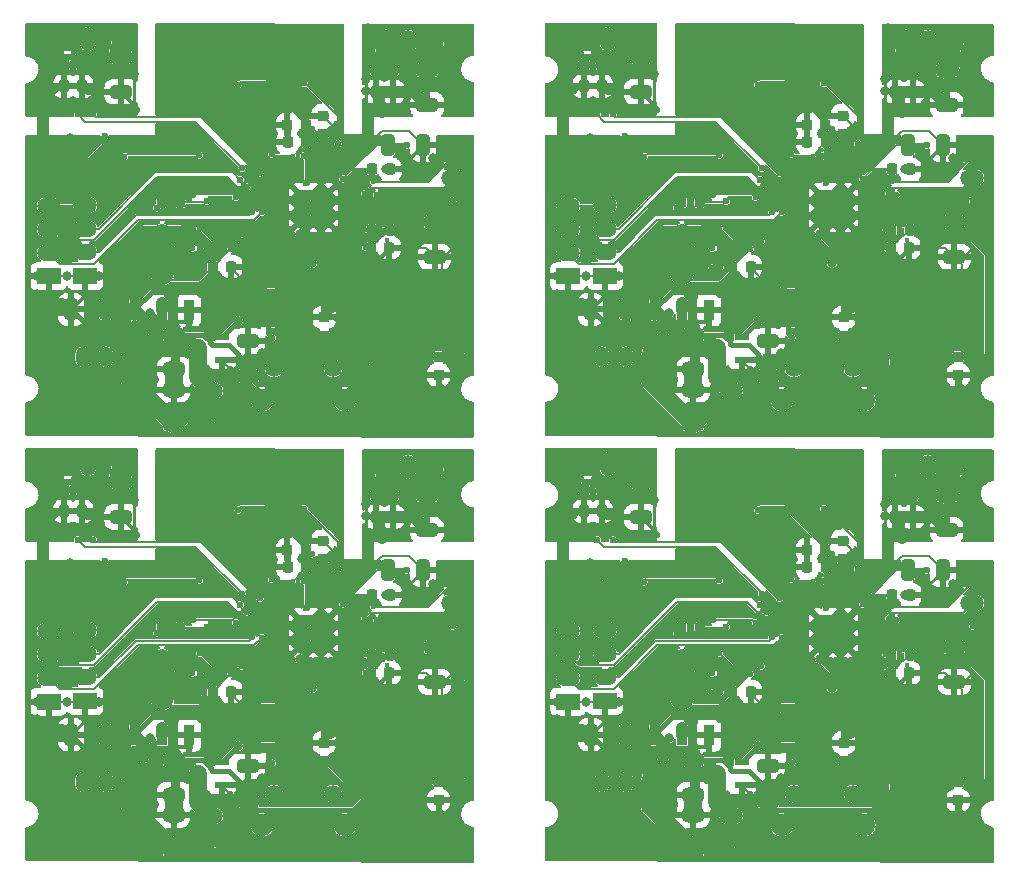
<source format=gbr>
%TF.GenerationSoftware,KiCad,Pcbnew,(6.0.4)*%
%TF.CreationDate,2022-09-20T04:44:20+09:00*%
%TF.ProjectId,mainboard_p,6d61696e-626f-4617-9264-5f702e6b6963,rev?*%
%TF.SameCoordinates,Original*%
%TF.FileFunction,Copper,L2,Bot*%
%TF.FilePolarity,Positive*%
%FSLAX46Y46*%
G04 Gerber Fmt 4.6, Leading zero omitted, Abs format (unit mm)*
G04 Created by KiCad (PCBNEW (6.0.4)) date 2022-09-20 04:44:20*
%MOMM*%
%LPD*%
G01*
G04 APERTURE LIST*
G04 Aperture macros list*
%AMRoundRect*
0 Rectangle with rounded corners*
0 $1 Rounding radius*
0 $2 $3 $4 $5 $6 $7 $8 $9 X,Y pos of 4 corners*
0 Add a 4 corners polygon primitive as box body*
4,1,4,$2,$3,$4,$5,$6,$7,$8,$9,$2,$3,0*
0 Add four circle primitives for the rounded corners*
1,1,$1+$1,$2,$3*
1,1,$1+$1,$4,$5*
1,1,$1+$1,$6,$7*
1,1,$1+$1,$8,$9*
0 Add four rect primitives between the rounded corners*
20,1,$1+$1,$2,$3,$4,$5,0*
20,1,$1+$1,$4,$5,$6,$7,0*
20,1,$1+$1,$6,$7,$8,$9,0*
20,1,$1+$1,$8,$9,$2,$3,0*%
G04 Aperture macros list end*
%TA.AperFunction,SMDPad,CuDef*%
%ADD10RoundRect,0.250000X-0.325000X-0.650000X0.325000X-0.650000X0.325000X0.650000X-0.325000X0.650000X0*%
%TD*%
%TA.AperFunction,SMDPad,CuDef*%
%ADD11R,1.200000X0.900000*%
%TD*%
%TA.AperFunction,SMDPad,CuDef*%
%ADD12RoundRect,0.250000X-0.650000X0.325000X-0.650000X-0.325000X0.650000X-0.325000X0.650000X0.325000X0*%
%TD*%
%TA.AperFunction,SMDPad,CuDef*%
%ADD13O,2.000000X1.350000*%
%TD*%
%TA.AperFunction,SMDPad,CuDef*%
%ADD14R,2.000000X1.350000*%
%TD*%
%TA.AperFunction,SMDPad,CuDef*%
%ADD15RoundRect,0.225000X0.225000X0.250000X-0.225000X0.250000X-0.225000X-0.250000X0.225000X-0.250000X0*%
%TD*%
%TA.AperFunction,ComponentPad*%
%ADD16O,1.200000X1.750000*%
%TD*%
%TA.AperFunction,ComponentPad*%
%ADD17RoundRect,0.250000X0.350000X0.625000X-0.350000X0.625000X-0.350000X-0.625000X0.350000X-0.625000X0*%
%TD*%
%TA.AperFunction,SMDPad,CuDef*%
%ADD18RoundRect,0.225000X-0.225000X-0.250000X0.225000X-0.250000X0.225000X0.250000X-0.225000X0.250000X0*%
%TD*%
%TA.AperFunction,SMDPad,CuDef*%
%ADD19O,1.350000X2.000000*%
%TD*%
%TA.AperFunction,SMDPad,CuDef*%
%ADD20R,1.350000X2.000000*%
%TD*%
%TA.AperFunction,SMDPad,CuDef*%
%ADD21R,1.300000X0.600000*%
%TD*%
%TA.AperFunction,SMDPad,CuDef*%
%ADD22R,3.200000X1.750000*%
%TD*%
%TA.AperFunction,SMDPad,CuDef*%
%ADD23R,0.950000X1.750000*%
%TD*%
%TA.AperFunction,SMDPad,CuDef*%
%ADD24RoundRect,0.237500X0.237500X-0.250000X0.237500X0.250000X-0.237500X0.250000X-0.237500X-0.250000X0*%
%TD*%
%TA.AperFunction,SMDPad,CuDef*%
%ADD25R,1.700000X1.700000*%
%TD*%
%TA.AperFunction,SMDPad,CuDef*%
%ADD26RoundRect,0.250000X0.325000X0.650000X-0.325000X0.650000X-0.325000X-0.650000X0.325000X-0.650000X0*%
%TD*%
%TA.AperFunction,SMDPad,CuDef*%
%ADD27RoundRect,0.250000X0.650000X-0.325000X0.650000X0.325000X-0.650000X0.325000X-0.650000X-0.325000X0*%
%TD*%
%TA.AperFunction,SMDPad,CuDef*%
%ADD28RoundRect,0.225000X-0.250000X0.225000X-0.250000X-0.225000X0.250000X-0.225000X0.250000X0.225000X0*%
%TD*%
%TA.AperFunction,ComponentPad*%
%ADD29C,0.600000*%
%TD*%
%TA.AperFunction,ComponentPad*%
%ADD30C,1.875000*%
%TD*%
%TA.AperFunction,ComponentPad*%
%ADD31C,1.515000*%
%TD*%
%TA.AperFunction,SMDPad,CuDef*%
%ADD32RoundRect,0.225000X0.250000X-0.225000X0.250000X0.225000X-0.250000X0.225000X-0.250000X-0.225000X0*%
%TD*%
%TA.AperFunction,ViaPad*%
%ADD33C,0.800000*%
%TD*%
%TA.AperFunction,ViaPad*%
%ADD34C,0.400000*%
%TD*%
%TA.AperFunction,ViaPad*%
%ADD35C,0.600000*%
%TD*%
%TA.AperFunction,Conductor*%
%ADD36C,0.400000*%
%TD*%
%TA.AperFunction,Conductor*%
%ADD37C,0.200000*%
%TD*%
%TA.AperFunction,Conductor*%
%ADD38C,2.000000*%
%TD*%
%TA.AperFunction,Conductor*%
%ADD39C,0.300000*%
%TD*%
%TA.AperFunction,Conductor*%
%ADD40C,1.000000*%
%TD*%
%TA.AperFunction,Conductor*%
%ADD41C,0.500000*%
%TD*%
%TA.AperFunction,Conductor*%
%ADD42C,1.500000*%
%TD*%
%TA.AperFunction,Conductor*%
%ADD43C,0.250000*%
%TD*%
G04 APERTURE END LIST*
D10*
%TO.P,C116,2*%
%TO.N,GND*%
X227579600Y-128994400D03*
%TO.P,C116,1*%
%TO.N,+3V3*%
X224629600Y-128994400D03*
%TD*%
D11*
%TO.P,D7,2,A*%
%TO.N,/VBUS*%
X214446000Y-144004800D03*
%TO.P,D7,1,K*%
%TO.N,/+7V4*%
X214446000Y-140704800D03*
%TD*%
D12*
%TO.P,C112,2*%
%TO.N,GND*%
X202000000Y-124475000D03*
%TO.P,C112,1*%
%TO.N,/+7V4*%
X202000000Y-121525000D03*
%TD*%
%TO.P,C110,2*%
%TO.N,GND*%
X206445000Y-147995400D03*
%TO.P,C110,1*%
%TO.N,+3V3*%
X206445000Y-145045400D03*
%TD*%
D13*
%TO.P,J31,2,Pin_2*%
%TO.N,Net-(J4-Pad2)*%
X209645400Y-149787600D03*
D14*
%TO.P,J31,1,Pin_1*%
%TO.N,/+7V4*%
X209645400Y-151787600D03*
%TD*%
D15*
%TO.P,C105,2*%
%TO.N,GND*%
X216084000Y-127267200D03*
%TO.P,C105,1*%
%TO.N,+3V3*%
X217634000Y-127267200D03*
%TD*%
D13*
%TO.P,J33,4,Pin_4*%
%TO.N,+3V3*%
X198977400Y-134071600D03*
%TO.P,J33,3,Pin_3*%
%TO.N,/GPIO20_MOE_A_1*%
X198977400Y-136071600D03*
%TO.P,J33,2,Pin_2*%
%TO.N,/GPIO22_MOE_A_2*%
X198977400Y-138071600D03*
D14*
%TO.P,J33,1,Pin_1*%
%TO.N,GND*%
X198977400Y-140071600D03*
%TD*%
D16*
%TO.P,J28,3,Pin_2*%
%TO.N,GND1*%
X198736600Y-146926800D03*
%TO.P,J28,2*%
%TO.N,N/C*%
X200736600Y-146926800D03*
D17*
%TO.P,J28,1,Pin_1*%
%TO.N,/+7V4*%
X202736600Y-146926800D03*
%TD*%
D13*
%TO.P,J32,4,Pin_4*%
%TO.N,+3V3*%
X195853200Y-134117600D03*
%TO.P,J32,3,Pin_3*%
%TO.N,/GPIO21_MOE_B_1*%
X195853200Y-136117600D03*
%TO.P,J32,2,Pin_2*%
%TO.N,/GPIO23_MOE_B_2*%
X195853200Y-138117600D03*
D14*
%TO.P,J32,1,Pin_1*%
%TO.N,GND*%
X195853200Y-140117600D03*
%TD*%
D18*
%TO.P,C103,2*%
%TO.N,GND*%
X224796800Y-131051800D03*
%TO.P,C103,1*%
%TO.N,+3V3*%
X223246800Y-131051800D03*
%TD*%
D19*
%TO.P,M8,2,-*%
%TO.N,/M2_MINUS*%
X199190000Y-120028200D03*
D20*
%TO.P,M8,1,+*%
%TO.N,/M2_PLUS*%
X197190000Y-120028200D03*
%TD*%
D21*
%TO.P,Q12,3,D*%
%TO.N,Net-(J4-Pad2)*%
X208478600Y-146215600D03*
%TO.P,Q12,2,S*%
%TO.N,GND*%
X210578600Y-147165600D03*
%TO.P,Q12,1,G*%
%TO.N,Net-(Q7-Pad1)*%
X210578600Y-145265600D03*
%TD*%
D22*
%TO.P,IC14,4,OUT_2*%
%TO.N,/3V3_REG_OUT*%
X205479800Y-136664800D03*
D23*
%TO.P,IC14,3,IN*%
%TO.N,/+7V4*%
X203179800Y-142964800D03*
%TO.P,IC14,2,OUT_1*%
%TO.N,/3V3_REG_OUT*%
X205479800Y-142964800D03*
%TO.P,IC14,1,GND*%
%TO.N,GND*%
X207779800Y-142964800D03*
%TD*%
D24*
%TO.P,R79,2*%
%TO.N,Net-(IC7-Pad7)*%
X225037800Y-122646300D03*
%TO.P,R79,1*%
%TO.N,GND*%
X225037800Y-124471300D03*
%TD*%
D18*
%TO.P,C99,2*%
%TO.N,GND*%
X211309400Y-139281400D03*
%TO.P,C99,1*%
%TO.N,/3V3_REG_OUT*%
X209759400Y-139281400D03*
%TD*%
D25*
%TO.P,REF\u002A\u002A18,1*%
%TO.N,/+7V4*%
X228400400Y-120117600D03*
%TD*%
%TO.P,REF\u002A\u002A17,1*%
%TO.N,/+7V4*%
X202050800Y-120206000D03*
%TD*%
D24*
%TO.P,R81,2*%
%TO.N,Net-(IC7-Pad7)*%
X223539200Y-122646300D03*
%TO.P,R81,1*%
%TO.N,GND*%
X223539200Y-124471300D03*
%TD*%
D18*
%TO.P,C96,2*%
%TO.N,GND*%
X224720600Y-137681200D03*
%TO.P,C96,1*%
%TO.N,+3V3*%
X223170600Y-137681200D03*
%TD*%
D24*
%TO.P,R80,2*%
%TO.N,Net-(IC8-Pad7)*%
X198672600Y-122189100D03*
%TO.P,R80,1*%
%TO.N,GND*%
X198672600Y-124014100D03*
%TD*%
D26*
%TO.P,C109,2*%
%TO.N,GND*%
X197756400Y-142913600D03*
%TO.P,C109,1*%
%TO.N,/+7V4*%
X200706400Y-142913600D03*
%TD*%
D27*
%TO.P,C108,2*%
%TO.N,GND*%
X206445000Y-149693600D03*
%TO.P,C108,1*%
%TO.N,/+7V4*%
X206445000Y-152643600D03*
%TD*%
D18*
%TO.P,R75,2*%
%TO.N,Net-(R12-Pad2)*%
X206991400Y-133845800D03*
%TO.P,R75,1*%
%TO.N,/3V3_REG_OUT*%
X205441400Y-133845800D03*
%TD*%
D27*
%TO.P,C107,2*%
%TO.N,GND*%
X212769600Y-145604200D03*
%TO.P,C107,1*%
%TO.N,+3V3*%
X212769600Y-148554200D03*
%TD*%
D18*
%TO.P,R70,2*%
%TO.N,Net-(D3-Pad2)*%
X224771400Y-136157200D03*
%TO.P,R70,1*%
%TO.N,/GPIO2_LED*%
X223221400Y-136157200D03*
%TD*%
D28*
%TO.P,C98,2*%
%TO.N,GND*%
X228873200Y-148463800D03*
%TO.P,C98,1*%
%TO.N,+3V3*%
X228873200Y-146913800D03*
%TD*%
D12*
%TO.P,C113,2*%
%TO.N,GND*%
X228543000Y-138443200D03*
%TO.P,C113,1*%
%TO.N,+3V3*%
X228543000Y-135493200D03*
%TD*%
D25*
%TO.P,6,1*%
%TO.N,/+7V4*%
X202025400Y-144209000D03*
%TD*%
D29*
%TO.P,U4,57,GND*%
%TO.N,GND*%
X219563000Y-133019500D03*
X217013000Y-134294500D03*
X217013000Y-133019500D03*
X217013000Y-135569500D03*
X218288000Y-135569500D03*
X219563000Y-134294500D03*
X218288000Y-134294500D03*
X219563000Y-135569500D03*
X218288000Y-133019500D03*
%TD*%
D30*
%TO.P,J29,MH4*%
%TO.N,N/C*%
X220938100Y-150598350D03*
%TO.P,J29,MH3*%
X213938100Y-150598350D03*
D31*
%TO.P,J29,MH2*%
X219938100Y-147898350D03*
%TO.P,J29,MH1*%
X214938100Y-147898350D03*
%TD*%
D32*
%TO.P,C92,2*%
%TO.N,GND*%
X219094200Y-126504600D03*
%TO.P,C92,1*%
%TO.N,/XIN*%
X219094200Y-128054600D03*
%TD*%
D24*
%TO.P,R82,2*%
%TO.N,Net-(IC8-Pad7)*%
X197199400Y-122189100D03*
%TO.P,R82,1*%
%TO.N,GND*%
X197199400Y-124014100D03*
%TD*%
D15*
%TO.P,C93,2*%
%TO.N,GND*%
X216109400Y-128740400D03*
%TO.P,C93,1*%
%TO.N,+1V1*%
X217659400Y-128740400D03*
%TD*%
D19*
%TO.P,M7,2,-*%
%TO.N,/M1_MINUS*%
X226306800Y-120231400D03*
D20*
%TO.P,M7,1,+*%
%TO.N,/M1_PLUS*%
X224306800Y-120231400D03*
%TD*%
D14*
%TO.P,J36,1,Pin_1*%
%TO.N,/GPIO9_I2C_EXT_SCL*%
X230067000Y-129747000D03*
D13*
%TO.P,J36,2,Pin_2*%
%TO.N,/GPIO8_I2C_EXT_SDA*%
X230067000Y-131747000D03*
%TD*%
D12*
%TO.P,C95,2*%
%TO.N,GND*%
X227908000Y-125592600D03*
%TO.P,C95,1*%
%TO.N,/+7V4*%
X227908000Y-122642600D03*
%TD*%
D32*
%TO.P,C101,2*%
%TO.N,GND*%
X219195800Y-143586400D03*
%TO.P,C101,1*%
%TO.N,+3V3*%
X219195800Y-145136400D03*
%TD*%
D10*
%TO.P,C86,2*%
%TO.N,GND*%
X183579600Y-128994400D03*
%TO.P,C86,1*%
%TO.N,+3V3*%
X180629600Y-128994400D03*
%TD*%
D11*
%TO.P,D5,2,A*%
%TO.N,/VBUS*%
X170446000Y-144004800D03*
%TO.P,D5,1,K*%
%TO.N,/+7V4*%
X170446000Y-140704800D03*
%TD*%
D12*
%TO.P,C82,2*%
%TO.N,GND*%
X158000000Y-124475000D03*
%TO.P,C82,1*%
%TO.N,/+7V4*%
X158000000Y-121525000D03*
%TD*%
%TO.P,C80,2*%
%TO.N,GND*%
X162445000Y-147995400D03*
%TO.P,C80,1*%
%TO.N,+3V3*%
X162445000Y-145045400D03*
%TD*%
D13*
%TO.P,J22,2,Pin_2*%
%TO.N,Net-(J4-Pad2)*%
X165645400Y-149787600D03*
D14*
%TO.P,J22,1,Pin_1*%
%TO.N,/+7V4*%
X165645400Y-151787600D03*
%TD*%
D15*
%TO.P,C75,2*%
%TO.N,GND*%
X172084000Y-127267200D03*
%TO.P,C75,1*%
%TO.N,+3V3*%
X173634000Y-127267200D03*
%TD*%
D13*
%TO.P,J24,4,Pin_4*%
%TO.N,+3V3*%
X154977400Y-134071600D03*
%TO.P,J24,3,Pin_3*%
%TO.N,/GPIO20_MOE_A_1*%
X154977400Y-136071600D03*
%TO.P,J24,2,Pin_2*%
%TO.N,/GPIO22_MOE_A_2*%
X154977400Y-138071600D03*
D14*
%TO.P,J24,1,Pin_1*%
%TO.N,GND*%
X154977400Y-140071600D03*
%TD*%
D16*
%TO.P,J19,3,Pin_2*%
%TO.N,GND1*%
X154736600Y-146926800D03*
%TO.P,J19,2*%
%TO.N,N/C*%
X156736600Y-146926800D03*
D17*
%TO.P,J19,1,Pin_1*%
%TO.N,/+7V4*%
X158736600Y-146926800D03*
%TD*%
D13*
%TO.P,J23,4,Pin_4*%
%TO.N,+3V3*%
X151853200Y-134117600D03*
%TO.P,J23,3,Pin_3*%
%TO.N,/GPIO21_MOE_B_1*%
X151853200Y-136117600D03*
%TO.P,J23,2,Pin_2*%
%TO.N,/GPIO23_MOE_B_2*%
X151853200Y-138117600D03*
D14*
%TO.P,J23,1,Pin_1*%
%TO.N,GND*%
X151853200Y-140117600D03*
%TD*%
D18*
%TO.P,C73,2*%
%TO.N,GND*%
X180796800Y-131051800D03*
%TO.P,C73,1*%
%TO.N,+3V3*%
X179246800Y-131051800D03*
%TD*%
D19*
%TO.P,M6,2,-*%
%TO.N,/M2_MINUS*%
X155190000Y-120028200D03*
D20*
%TO.P,M6,1,+*%
%TO.N,/M2_PLUS*%
X153190000Y-120028200D03*
%TD*%
D21*
%TO.P,Q9,3,D*%
%TO.N,Net-(J4-Pad2)*%
X164478600Y-146215600D03*
%TO.P,Q9,2,S*%
%TO.N,GND*%
X166578600Y-147165600D03*
%TO.P,Q9,1,G*%
%TO.N,Net-(Q7-Pad1)*%
X166578600Y-145265600D03*
%TD*%
D22*
%TO.P,IC6,4,OUT_2*%
%TO.N,/3V3_REG_OUT*%
X161479800Y-136664800D03*
D23*
%TO.P,IC6,3,IN*%
%TO.N,/+7V4*%
X159179800Y-142964800D03*
%TO.P,IC6,2,OUT_1*%
%TO.N,/3V3_REG_OUT*%
X161479800Y-142964800D03*
%TO.P,IC6,1,GND*%
%TO.N,GND*%
X163779800Y-142964800D03*
%TD*%
D24*
%TO.P,R58,2*%
%TO.N,Net-(IC7-Pad7)*%
X181037800Y-122646300D03*
%TO.P,R58,1*%
%TO.N,GND*%
X181037800Y-124471300D03*
%TD*%
D18*
%TO.P,C69,2*%
%TO.N,GND*%
X167309400Y-139281400D03*
%TO.P,C69,1*%
%TO.N,/3V3_REG_OUT*%
X165759400Y-139281400D03*
%TD*%
D25*
%TO.P,REF\u002A\u002A12,1*%
%TO.N,/+7V4*%
X184400400Y-120117600D03*
%TD*%
%TO.P,REF\u002A\u002A11,1*%
%TO.N,/+7V4*%
X158050800Y-120206000D03*
%TD*%
D24*
%TO.P,R60,2*%
%TO.N,Net-(IC7-Pad7)*%
X179539200Y-122646300D03*
%TO.P,R60,1*%
%TO.N,GND*%
X179539200Y-124471300D03*
%TD*%
D18*
%TO.P,C66,2*%
%TO.N,GND*%
X180720600Y-137681200D03*
%TO.P,C66,1*%
%TO.N,+3V3*%
X179170600Y-137681200D03*
%TD*%
D24*
%TO.P,R59,2*%
%TO.N,Net-(IC8-Pad7)*%
X154672600Y-122189100D03*
%TO.P,R59,1*%
%TO.N,GND*%
X154672600Y-124014100D03*
%TD*%
D26*
%TO.P,C79,2*%
%TO.N,GND*%
X153756400Y-142913600D03*
%TO.P,C79,1*%
%TO.N,/+7V4*%
X156706400Y-142913600D03*
%TD*%
D27*
%TO.P,C78,2*%
%TO.N,GND*%
X162445000Y-149693600D03*
%TO.P,C78,1*%
%TO.N,/+7V4*%
X162445000Y-152643600D03*
%TD*%
D18*
%TO.P,R54,2*%
%TO.N,Net-(R12-Pad2)*%
X162991400Y-133845800D03*
%TO.P,R54,1*%
%TO.N,/3V3_REG_OUT*%
X161441400Y-133845800D03*
%TD*%
D27*
%TO.P,C77,2*%
%TO.N,GND*%
X168769600Y-145604200D03*
%TO.P,C77,1*%
%TO.N,+3V3*%
X168769600Y-148554200D03*
%TD*%
D18*
%TO.P,R49,2*%
%TO.N,Net-(D3-Pad2)*%
X180771400Y-136157200D03*
%TO.P,R49,1*%
%TO.N,/GPIO2_LED*%
X179221400Y-136157200D03*
%TD*%
D28*
%TO.P,C68,2*%
%TO.N,GND*%
X184873200Y-148463800D03*
%TO.P,C68,1*%
%TO.N,+3V3*%
X184873200Y-146913800D03*
%TD*%
D12*
%TO.P,C83,2*%
%TO.N,GND*%
X184543000Y-138443200D03*
%TO.P,C83,1*%
%TO.N,+3V3*%
X184543000Y-135493200D03*
%TD*%
D25*
%TO.P,4,1*%
%TO.N,/+7V4*%
X158025400Y-144209000D03*
%TD*%
D29*
%TO.P,U3,57,GND*%
%TO.N,GND*%
X175563000Y-133019500D03*
X173013000Y-134294500D03*
X173013000Y-133019500D03*
X173013000Y-135569500D03*
X174288000Y-135569500D03*
X175563000Y-134294500D03*
X174288000Y-134294500D03*
X175563000Y-135569500D03*
X174288000Y-133019500D03*
%TD*%
D30*
%TO.P,J20,MH4*%
%TO.N,N/C*%
X176938100Y-150598350D03*
%TO.P,J20,MH3*%
X169938100Y-150598350D03*
D31*
%TO.P,J20,MH2*%
X175938100Y-147898350D03*
%TO.P,J20,MH1*%
X170938100Y-147898350D03*
%TD*%
D32*
%TO.P,C62,2*%
%TO.N,GND*%
X175094200Y-126504600D03*
%TO.P,C62,1*%
%TO.N,/XIN*%
X175094200Y-128054600D03*
%TD*%
D24*
%TO.P,R61,2*%
%TO.N,Net-(IC8-Pad7)*%
X153199400Y-122189100D03*
%TO.P,R61,1*%
%TO.N,GND*%
X153199400Y-124014100D03*
%TD*%
D15*
%TO.P,C63,2*%
%TO.N,GND*%
X172109400Y-128740400D03*
%TO.P,C63,1*%
%TO.N,+1V1*%
X173659400Y-128740400D03*
%TD*%
D19*
%TO.P,M5,2,-*%
%TO.N,/M1_MINUS*%
X182306800Y-120231400D03*
D20*
%TO.P,M5,1,+*%
%TO.N,/M1_PLUS*%
X180306800Y-120231400D03*
%TD*%
D14*
%TO.P,J27,1,Pin_1*%
%TO.N,/GPIO9_I2C_EXT_SCL*%
X186067000Y-129747000D03*
D13*
%TO.P,J27,2,Pin_2*%
%TO.N,/GPIO8_I2C_EXT_SDA*%
X186067000Y-131747000D03*
%TD*%
D12*
%TO.P,C65,2*%
%TO.N,GND*%
X183908000Y-125592600D03*
%TO.P,C65,1*%
%TO.N,/+7V4*%
X183908000Y-122642600D03*
%TD*%
D32*
%TO.P,C71,2*%
%TO.N,GND*%
X175195800Y-143586400D03*
%TO.P,C71,1*%
%TO.N,+3V3*%
X175195800Y-145136400D03*
%TD*%
D10*
%TO.P,C56,2*%
%TO.N,GND*%
X227579600Y-92994400D03*
%TO.P,C56,1*%
%TO.N,+3V3*%
X224629600Y-92994400D03*
%TD*%
D11*
%TO.P,D2,2,A*%
%TO.N,/VBUS*%
X214446000Y-108004800D03*
%TO.P,D2,1,K*%
%TO.N,/+7V4*%
X214446000Y-104704800D03*
%TD*%
D12*
%TO.P,C52,2*%
%TO.N,GND*%
X202000000Y-88475000D03*
%TO.P,C52,1*%
%TO.N,/+7V4*%
X202000000Y-85525000D03*
%TD*%
%TO.P,C50,2*%
%TO.N,GND*%
X206445000Y-111995400D03*
%TO.P,C50,1*%
%TO.N,+3V3*%
X206445000Y-109045400D03*
%TD*%
D13*
%TO.P,J13,2,Pin_2*%
%TO.N,Net-(J4-Pad2)*%
X209645400Y-113787600D03*
D14*
%TO.P,J13,1,Pin_1*%
%TO.N,/+7V4*%
X209645400Y-115787600D03*
%TD*%
D15*
%TO.P,C45,2*%
%TO.N,GND*%
X216084000Y-91267200D03*
%TO.P,C45,1*%
%TO.N,+3V3*%
X217634000Y-91267200D03*
%TD*%
D13*
%TO.P,J15,4,Pin_4*%
%TO.N,+3V3*%
X198977400Y-98071600D03*
%TO.P,J15,3,Pin_3*%
%TO.N,/GPIO20_MOE_A_1*%
X198977400Y-100071600D03*
%TO.P,J15,2,Pin_2*%
%TO.N,/GPIO22_MOE_A_2*%
X198977400Y-102071600D03*
D14*
%TO.P,J15,1,Pin_1*%
%TO.N,GND*%
X198977400Y-104071600D03*
%TD*%
D16*
%TO.P,J8,3,Pin_2*%
%TO.N,GND1*%
X198736600Y-110926800D03*
%TO.P,J8,2*%
%TO.N,N/C*%
X200736600Y-110926800D03*
D17*
%TO.P,J8,1,Pin_1*%
%TO.N,/+7V4*%
X202736600Y-110926800D03*
%TD*%
D13*
%TO.P,J14,4,Pin_4*%
%TO.N,+3V3*%
X195853200Y-98117600D03*
%TO.P,J14,3,Pin_3*%
%TO.N,/GPIO21_MOE_B_1*%
X195853200Y-100117600D03*
%TO.P,J14,2,Pin_2*%
%TO.N,/GPIO23_MOE_B_2*%
X195853200Y-102117600D03*
D14*
%TO.P,J14,1,Pin_1*%
%TO.N,GND*%
X195853200Y-104117600D03*
%TD*%
D18*
%TO.P,C43,2*%
%TO.N,GND*%
X224796800Y-95051800D03*
%TO.P,C43,1*%
%TO.N,+3V3*%
X223246800Y-95051800D03*
%TD*%
D19*
%TO.P,M4,2,-*%
%TO.N,/M2_MINUS*%
X199190000Y-84028200D03*
D20*
%TO.P,M4,1,+*%
%TO.N,/M2_PLUS*%
X197190000Y-84028200D03*
%TD*%
D21*
%TO.P,Q8,3,D*%
%TO.N,Net-(J4-Pad2)*%
X208478600Y-110215600D03*
%TO.P,Q8,2,S*%
%TO.N,GND*%
X210578600Y-111165600D03*
%TO.P,Q8,1,G*%
%TO.N,Net-(Q7-Pad1)*%
X210578600Y-109265600D03*
%TD*%
D22*
%TO.P,IC4,4,OUT_2*%
%TO.N,/3V3_REG_OUT*%
X205479800Y-100664800D03*
D23*
%TO.P,IC4,3,IN*%
%TO.N,/+7V4*%
X203179800Y-106964800D03*
%TO.P,IC4,2,OUT_1*%
%TO.N,/3V3_REG_OUT*%
X205479800Y-106964800D03*
%TO.P,IC4,1,GND*%
%TO.N,GND*%
X207779800Y-106964800D03*
%TD*%
D24*
%TO.P,R37,2*%
%TO.N,Net-(IC7-Pad7)*%
X225037800Y-86646300D03*
%TO.P,R37,1*%
%TO.N,GND*%
X225037800Y-88471300D03*
%TD*%
D18*
%TO.P,C39,2*%
%TO.N,GND*%
X211309400Y-103281400D03*
%TO.P,C39,1*%
%TO.N,/3V3_REG_OUT*%
X209759400Y-103281400D03*
%TD*%
D25*
%TO.P,REF\u002A\u002A6,1*%
%TO.N,/+7V4*%
X228400400Y-84117600D03*
%TD*%
%TO.P,REF\u002A\u002A5,1*%
%TO.N,/+7V4*%
X202050800Y-84206000D03*
%TD*%
D24*
%TO.P,R39,2*%
%TO.N,Net-(IC7-Pad7)*%
X223539200Y-86646300D03*
%TO.P,R39,1*%
%TO.N,GND*%
X223539200Y-88471300D03*
%TD*%
D18*
%TO.P,C31,2*%
%TO.N,GND*%
X224720600Y-101681200D03*
%TO.P,C31,1*%
%TO.N,+3V3*%
X223170600Y-101681200D03*
%TD*%
D24*
%TO.P,R38,2*%
%TO.N,Net-(IC8-Pad7)*%
X198672600Y-86189100D03*
%TO.P,R38,1*%
%TO.N,GND*%
X198672600Y-88014100D03*
%TD*%
D26*
%TO.P,C49,2*%
%TO.N,GND*%
X197756400Y-106913600D03*
%TO.P,C49,1*%
%TO.N,/+7V4*%
X200706400Y-106913600D03*
%TD*%
D27*
%TO.P,C48,2*%
%TO.N,GND*%
X206445000Y-113693600D03*
%TO.P,C48,1*%
%TO.N,/+7V4*%
X206445000Y-116643600D03*
%TD*%
D18*
%TO.P,R33,2*%
%TO.N,Net-(R12-Pad2)*%
X206991400Y-97845800D03*
%TO.P,R33,1*%
%TO.N,/3V3_REG_OUT*%
X205441400Y-97845800D03*
%TD*%
D27*
%TO.P,C47,2*%
%TO.N,GND*%
X212769600Y-109604200D03*
%TO.P,C47,1*%
%TO.N,+3V3*%
X212769600Y-112554200D03*
%TD*%
D18*
%TO.P,R28,2*%
%TO.N,Net-(D3-Pad2)*%
X224771400Y-100157200D03*
%TO.P,R28,1*%
%TO.N,/GPIO2_LED*%
X223221400Y-100157200D03*
%TD*%
D28*
%TO.P,C38,2*%
%TO.N,GND*%
X228873200Y-112463800D03*
%TO.P,C38,1*%
%TO.N,+3V3*%
X228873200Y-110913800D03*
%TD*%
D12*
%TO.P,C53,2*%
%TO.N,GND*%
X228543000Y-102443200D03*
%TO.P,C53,1*%
%TO.N,+3V3*%
X228543000Y-99493200D03*
%TD*%
D25*
%TO.P,2,1*%
%TO.N,/+7V4*%
X202025400Y-108209000D03*
%TD*%
D29*
%TO.P,U2,57,GND*%
%TO.N,GND*%
X219563000Y-97019500D03*
X217013000Y-98294500D03*
X217013000Y-97019500D03*
X217013000Y-99569500D03*
X218288000Y-99569500D03*
X219563000Y-98294500D03*
X218288000Y-98294500D03*
X219563000Y-99569500D03*
X218288000Y-97019500D03*
%TD*%
D30*
%TO.P,J9,MH4*%
%TO.N,N/C*%
X220938100Y-114598350D03*
%TO.P,J9,MH3*%
X213938100Y-114598350D03*
D31*
%TO.P,J9,MH2*%
X219938100Y-111898350D03*
%TO.P,J9,MH1*%
X214938100Y-111898350D03*
%TD*%
D32*
%TO.P,C25,2*%
%TO.N,GND*%
X219094200Y-90504600D03*
%TO.P,C25,1*%
%TO.N,/XIN*%
X219094200Y-92054600D03*
%TD*%
D24*
%TO.P,R40,2*%
%TO.N,Net-(IC8-Pad7)*%
X197199400Y-86189100D03*
%TO.P,R40,1*%
%TO.N,GND*%
X197199400Y-88014100D03*
%TD*%
D15*
%TO.P,C27,2*%
%TO.N,GND*%
X216109400Y-92740400D03*
%TO.P,C27,1*%
%TO.N,+1V1*%
X217659400Y-92740400D03*
%TD*%
D19*
%TO.P,M3,2,-*%
%TO.N,/M1_MINUS*%
X226306800Y-84231400D03*
D20*
%TO.P,M3,1,+*%
%TO.N,/M1_PLUS*%
X224306800Y-84231400D03*
%TD*%
D14*
%TO.P,J18,1,Pin_1*%
%TO.N,/GPIO9_I2C_EXT_SCL*%
X230067000Y-93747000D03*
D13*
%TO.P,J18,2,Pin_2*%
%TO.N,/GPIO8_I2C_EXT_SDA*%
X230067000Y-95747000D03*
%TD*%
D12*
%TO.P,C29,2*%
%TO.N,GND*%
X227908000Y-89592600D03*
%TO.P,C29,1*%
%TO.N,/+7V4*%
X227908000Y-86642600D03*
%TD*%
D32*
%TO.P,C41,2*%
%TO.N,GND*%
X219195800Y-107586400D03*
%TO.P,C41,1*%
%TO.N,+3V3*%
X219195800Y-109136400D03*
%TD*%
D30*
%TO.P,J2,MH4*%
%TO.N,N/C*%
X176938100Y-114598350D03*
%TO.P,J2,MH3*%
X169938100Y-114598350D03*
D31*
%TO.P,J2,MH2*%
X175938100Y-111898350D03*
%TO.P,J2,MH1*%
X170938100Y-111898350D03*
%TD*%
D29*
%TO.P,U1,57,GND*%
%TO.N,GND*%
X175563000Y-97019500D03*
X173013000Y-98294500D03*
X173013000Y-97019500D03*
X173013000Y-99569500D03*
X174288000Y-99569500D03*
X175563000Y-98294500D03*
X174288000Y-98294500D03*
X175563000Y-99569500D03*
X174288000Y-97019500D03*
%TD*%
D25*
%TO.P,,1*%
%TO.N,/+7V4*%
X158025400Y-108209000D03*
%TD*%
D10*
%TO.P,C33,2*%
%TO.N,GND*%
X183579600Y-92994400D03*
%TO.P,C33,1*%
%TO.N,+3V3*%
X180629600Y-92994400D03*
%TD*%
D12*
%TO.P,C22,2*%
%TO.N,GND*%
X158000000Y-88475000D03*
%TO.P,C22,1*%
%TO.N,/+7V4*%
X158000000Y-85525000D03*
%TD*%
D11*
%TO.P,D1,2,A*%
%TO.N,/VBUS*%
X170446000Y-108004800D03*
%TO.P,D1,1,K*%
%TO.N,/+7V4*%
X170446000Y-104704800D03*
%TD*%
D12*
%TO.P,C20,2*%
%TO.N,GND*%
X162445000Y-111995400D03*
%TO.P,C20,1*%
%TO.N,+3V3*%
X162445000Y-109045400D03*
%TD*%
D15*
%TO.P,C15,2*%
%TO.N,GND*%
X172084000Y-91267200D03*
%TO.P,C15,1*%
%TO.N,+3V3*%
X173634000Y-91267200D03*
%TD*%
D13*
%TO.P,J4,2,Pin_2*%
%TO.N,Net-(J4-Pad2)*%
X165645400Y-113787600D03*
D14*
%TO.P,J4,1,Pin_1*%
%TO.N,/+7V4*%
X165645400Y-115787600D03*
%TD*%
D13*
%TO.P,J6,4,Pin_4*%
%TO.N,+3V3*%
X154977400Y-98071600D03*
%TO.P,J6,3,Pin_3*%
%TO.N,/GPIO20_MOE_A_1*%
X154977400Y-100071600D03*
%TO.P,J6,2,Pin_2*%
%TO.N,/GPIO22_MOE_A_2*%
X154977400Y-102071600D03*
D14*
%TO.P,J6,1,Pin_1*%
%TO.N,GND*%
X154977400Y-104071600D03*
%TD*%
D18*
%TO.P,C9,2*%
%TO.N,GND*%
X167309400Y-103281400D03*
%TO.P,C9,1*%
%TO.N,/3V3_REG_OUT*%
X165759400Y-103281400D03*
%TD*%
%TO.P,R7,2*%
%TO.N,Net-(D3-Pad2)*%
X180771400Y-100157200D03*
%TO.P,R7,1*%
%TO.N,/GPIO2_LED*%
X179221400Y-100157200D03*
%TD*%
D16*
%TO.P,J1,3,Pin_2*%
%TO.N,GND1*%
X154736600Y-110926800D03*
%TO.P,J1,2*%
%TO.N,N/C*%
X156736600Y-110926800D03*
D17*
%TO.P,J1,1,Pin_1*%
%TO.N,/+7V4*%
X158736600Y-110926800D03*
%TD*%
D18*
%TO.P,C13,2*%
%TO.N,GND*%
X180796800Y-95051800D03*
%TO.P,C13,1*%
%TO.N,+3V3*%
X179246800Y-95051800D03*
%TD*%
D24*
%TO.P,R18,2*%
%TO.N,Net-(IC7-Pad7)*%
X181037800Y-86646300D03*
%TO.P,R18,1*%
%TO.N,GND*%
X181037800Y-88471300D03*
%TD*%
D22*
%TO.P,IC2,4,OUT_2*%
%TO.N,/3V3_REG_OUT*%
X161479800Y-100664800D03*
D23*
%TO.P,IC2,3,IN*%
%TO.N,/+7V4*%
X159179800Y-106964800D03*
%TO.P,IC2,2,OUT_1*%
%TO.N,/3V3_REG_OUT*%
X161479800Y-106964800D03*
%TO.P,IC2,1,GND*%
%TO.N,GND*%
X163779800Y-106964800D03*
%TD*%
D21*
%TO.P,Q7,3,D*%
%TO.N,Net-(J4-Pad2)*%
X164478600Y-110215600D03*
%TO.P,Q7,2,S*%
%TO.N,GND*%
X166578600Y-111165600D03*
%TO.P,Q7,1,G*%
%TO.N,Net-(Q7-Pad1)*%
X166578600Y-109265600D03*
%TD*%
D27*
%TO.P,C17,2*%
%TO.N,GND*%
X168769600Y-109604200D03*
%TO.P,C17,1*%
%TO.N,+3V3*%
X168769600Y-112554200D03*
%TD*%
D24*
%TO.P,R19,2*%
%TO.N,Net-(IC8-Pad7)*%
X154672600Y-86189100D03*
%TO.P,R19,1*%
%TO.N,GND*%
X154672600Y-88014100D03*
%TD*%
D25*
%TO.P,REF\u002A\u002A,1*%
%TO.N,/+7V4*%
X184400400Y-84117600D03*
%TD*%
D18*
%TO.P,C6,2*%
%TO.N,GND*%
X180720600Y-101681200D03*
%TO.P,C6,1*%
%TO.N,+3V3*%
X179170600Y-101681200D03*
%TD*%
D19*
%TO.P,M2,2,-*%
%TO.N,/M2_MINUS*%
X155190000Y-84028200D03*
D20*
%TO.P,M2,1,+*%
%TO.N,/M2_PLUS*%
X153190000Y-84028200D03*
%TD*%
D13*
%TO.P,J5,4,Pin_4*%
%TO.N,+3V3*%
X151853200Y-98117600D03*
%TO.P,J5,3,Pin_3*%
%TO.N,/GPIO21_MOE_B_1*%
X151853200Y-100117600D03*
%TO.P,J5,2,Pin_2*%
%TO.N,/GPIO23_MOE_B_2*%
X151853200Y-102117600D03*
D14*
%TO.P,J5,1,Pin_1*%
%TO.N,GND*%
X151853200Y-104117600D03*
%TD*%
D12*
%TO.P,C23,2*%
%TO.N,GND*%
X184543000Y-102443200D03*
%TO.P,C23,1*%
%TO.N,+3V3*%
X184543000Y-99493200D03*
%TD*%
D28*
%TO.P,C8,2*%
%TO.N,GND*%
X184873200Y-112463800D03*
%TO.P,C8,1*%
%TO.N,+3V3*%
X184873200Y-110913800D03*
%TD*%
D18*
%TO.P,R12,2*%
%TO.N,Net-(R12-Pad2)*%
X162991400Y-97845800D03*
%TO.P,R12,1*%
%TO.N,/3V3_REG_OUT*%
X161441400Y-97845800D03*
%TD*%
D27*
%TO.P,C18,2*%
%TO.N,GND*%
X162445000Y-113693600D03*
%TO.P,C18,1*%
%TO.N,/+7V4*%
X162445000Y-116643600D03*
%TD*%
D26*
%TO.P,C19,2*%
%TO.N,GND*%
X153756400Y-106913600D03*
%TO.P,C19,1*%
%TO.N,/+7V4*%
X156706400Y-106913600D03*
%TD*%
D24*
%TO.P,R20,2*%
%TO.N,Net-(IC7-Pad7)*%
X179539200Y-86646300D03*
%TO.P,R20,1*%
%TO.N,GND*%
X179539200Y-88471300D03*
%TD*%
D25*
%TO.P,REF\u002A\u002A,1*%
%TO.N,/+7V4*%
X158050800Y-84206000D03*
%TD*%
D12*
%TO.P,C5,2*%
%TO.N,GND*%
X183908000Y-89592600D03*
%TO.P,C5,1*%
%TO.N,/+7V4*%
X183908000Y-86642600D03*
%TD*%
D19*
%TO.P,M1,2,-*%
%TO.N,/M1_MINUS*%
X182306800Y-84231400D03*
D20*
%TO.P,M1,1,+*%
%TO.N,/M1_PLUS*%
X180306800Y-84231400D03*
%TD*%
D24*
%TO.P,R21,2*%
%TO.N,Net-(IC8-Pad7)*%
X153199400Y-86189100D03*
%TO.P,R21,1*%
%TO.N,GND*%
X153199400Y-88014100D03*
%TD*%
D14*
%TO.P,J11,1,Pin_1*%
%TO.N,/GPIO9_I2C_EXT_SCL*%
X186067000Y-93747000D03*
D13*
%TO.P,J11,2,Pin_2*%
%TO.N,/GPIO8_I2C_EXT_SDA*%
X186067000Y-95747000D03*
%TD*%
D32*
%TO.P,C11,2*%
%TO.N,GND*%
X175195800Y-107586400D03*
%TO.P,C11,1*%
%TO.N,+3V3*%
X175195800Y-109136400D03*
%TD*%
D15*
%TO.P,C3,2*%
%TO.N,GND*%
X172109400Y-92740400D03*
%TO.P,C3,1*%
%TO.N,+1V1*%
X173659400Y-92740400D03*
%TD*%
D32*
%TO.P,C2,2*%
%TO.N,GND*%
X175094200Y-90504600D03*
%TO.P,C2,1*%
%TO.N,/XIN*%
X175094200Y-92054600D03*
%TD*%
D33*
%TO.N,GND*%
X200150400Y-140117600D03*
D34*
X224500400Y-137031700D03*
D33*
X211900400Y-151617600D03*
X205400400Y-119617600D03*
X230900400Y-119617600D03*
X205400400Y-121117600D03*
X224895692Y-143098440D03*
X222900400Y-120117600D03*
X197400400Y-138117600D03*
X201900400Y-126117600D03*
X213500400Y-130417600D03*
X213100400Y-139017600D03*
X220400400Y-121117600D03*
X197300400Y-130217600D03*
X214150400Y-137867600D03*
X194900400Y-152617600D03*
X226900400Y-151017600D03*
X207100400Y-139817600D03*
X218900400Y-121617600D03*
D35*
X206749800Y-146215600D03*
D33*
X215400400Y-142617600D03*
X203100400Y-123017600D03*
X214400400Y-122117600D03*
D35*
X196310400Y-124422400D03*
D33*
X205390655Y-122612639D03*
X195400400Y-120617600D03*
X194900400Y-147617600D03*
X211650400Y-125117600D03*
X220393785Y-122610563D03*
X197396881Y-133108311D03*
X194500400Y-128817600D03*
X212700400Y-129217600D03*
X206150400Y-132367600D03*
X226900400Y-144617600D03*
X200150400Y-151617600D03*
D34*
X219100400Y-129817600D03*
D33*
X224400400Y-131051800D03*
X222700400Y-128417600D03*
X230400400Y-146117600D03*
X213392465Y-152612095D03*
X195900400Y-130217600D03*
X222900400Y-126217600D03*
X195400400Y-124117600D03*
X222700400Y-124417600D03*
X197400400Y-135117600D03*
D35*
X208822258Y-130635172D03*
D33*
X225700400Y-152617600D03*
X218500400Y-146417600D03*
X201900400Y-124617600D03*
X214347998Y-125248172D03*
X226900400Y-143117600D03*
X201650400Y-132617600D03*
X195900400Y-149117600D03*
X212650400Y-124867600D03*
X206900400Y-125617600D03*
X194900400Y-119617600D03*
D35*
X229101800Y-149517600D03*
D33*
X202300400Y-140217600D03*
X209100400Y-144417600D03*
D35*
X209546870Y-129118330D03*
D33*
X195900400Y-151117600D03*
D35*
X224072600Y-126225800D03*
%TO.N,+1V1*%
X217446483Y-129888877D03*
%TO.N,GND*%
X201700400Y-145617600D03*
D33*
X230400400Y-152617600D03*
%TO.N,+1V1*%
X217138400Y-136494000D03*
%TO.N,GND*%
X200400400Y-132617600D03*
X213650400Y-124367600D03*
D35*
%TO.N,+1V1*%
X217671800Y-132220200D03*
D33*
%TO.N,GND*%
X221700400Y-147617600D03*
D35*
X211225100Y-147917400D03*
D33*
X215300400Y-138817600D03*
X218100400Y-119217600D03*
X197400400Y-140117600D03*
X206300400Y-129017600D03*
X204400400Y-149117600D03*
D35*
X203346200Y-125997200D03*
D33*
X217900400Y-121117600D03*
X206900400Y-119617600D03*
X215900400Y-121617600D03*
X224700400Y-151017600D03*
X214900400Y-152617600D03*
X229400400Y-124117600D03*
D35*
X212566400Y-145617600D03*
D33*
%TO.N,+1V1*%
X218188500Y-139002000D03*
%TO.N,GND*%
X207700400Y-127817600D03*
X205900400Y-127617600D03*
X197221888Y-152617600D03*
X200650400Y-133867600D03*
D35*
X212753200Y-140888463D03*
D33*
X226900400Y-141617600D03*
X197700400Y-131817600D03*
X216900400Y-152617600D03*
X194900400Y-143617600D03*
X222900400Y-127217600D03*
X195500400Y-128017600D03*
X222067951Y-129295166D03*
X222900400Y-119117600D03*
X200400400Y-150617600D03*
X229900400Y-151117600D03*
X211900400Y-149617600D03*
X194900400Y-125617600D03*
X225700400Y-149817600D03*
X217400400Y-122117600D03*
D35*
X213472239Y-121645239D03*
D33*
X220400400Y-124117600D03*
X197700400Y-128417600D03*
X216700400Y-125417600D03*
X203400400Y-134117600D03*
X201500400Y-129017600D03*
X203150400Y-140867600D03*
X212485710Y-119913808D03*
D35*
X207791200Y-143980400D03*
D33*
X204400400Y-133117600D03*
X194500400Y-130017600D03*
X219400400Y-123117600D03*
D34*
X226892000Y-138621000D03*
D33*
X194900400Y-140117600D03*
D35*
%TO.N,/GPIO19_MO_B_2*%
X212236200Y-130975600D03*
%TO.N,/M2_PLUS*%
X196691400Y-120663200D03*
%TO.N,/M2_MINUS*%
X199180600Y-120739400D03*
%TO.N,/GPIO19_MO_B_2*%
X198317000Y-126403600D03*
%TO.N,Net-(R13-Pad1)*%
X208121400Y-133246300D03*
%TO.N,/M1_PLUS*%
X224440898Y-120231400D03*
%TO.N,/GPIO26_ADC_I_monitor*%
X208654800Y-136004800D03*
D34*
%TO.N,/GPIO9_I2C_EXT_SCL*%
X223293130Y-132106591D03*
D35*
%TO.N,Net-(R13-Pad1)*%
X211713000Y-133426883D03*
%TO.N,/M2_MINUS*%
X199141502Y-119977400D03*
%TO.N,/GPIO22_MOE_A_2*%
X213095454Y-134665224D03*
%TO.N,/GPIO14_IMU_SCK*%
X217494000Y-123770500D03*
%TO.N,/M2_PLUS*%
X196691400Y-119342400D03*
%TO.N,/GPIO26_ADC_I_monitor*%
X212209262Y-137112103D03*
D34*
%TO.N,/GPIO8_I2C_EXT_SDA*%
X222536222Y-133033576D03*
%TO.N,/GPIO2_LED*%
X222650200Y-136182600D03*
D35*
%TO.N,/GPIO18_MO_B_1*%
X199637800Y-126403600D03*
%TO.N,/M2_MINUS*%
X199131988Y-119301479D03*
%TO.N,/M1_PLUS*%
X224440898Y-119494800D03*
%TO.N,/M2_PLUS*%
X197492498Y-119418600D03*
%TO.N,/M1_PLUS*%
X223818600Y-120942600D03*
%TO.N,/GPIO21_MOE_B_1*%
X212662908Y-132540300D03*
%TO.N,/GPIO6_ToF_SDA*%
X223635603Y-133205602D03*
X230092400Y-133718800D03*
%TO.N,/GPIO14_IMU_SCK*%
X220369420Y-128867400D03*
%TO.N,/GPIO18_MO_B_1*%
X213755026Y-131371752D03*
%TO.N,+3V3*%
X208680200Y-137732000D03*
D34*
%TO.N,/RUN*%
X216587500Y-129883400D03*
D33*
%TO.N,/+7V4*%
X203778000Y-143904200D03*
D35*
%TO.N,+3V3*%
X226190599Y-128995566D03*
%TO.N,Net-(IC7-Pad7)*%
X224021800Y-122060200D03*
%TO.N,+3V3*%
X223234400Y-146863000D03*
D33*
%TO.N,GND*%
X213900400Y-146617600D03*
X216900400Y-120817600D03*
%TO.N,/+7V4*%
X204404637Y-143194857D03*
D35*
X228300400Y-120417600D03*
%TO.N,/3V3_REG_OUT*%
X205454400Y-140449800D03*
X205505200Y-136157200D03*
%TO.N,/GPIO20_MOE_A_1*%
X212078570Y-131918620D03*
%TO.N,/+7V4*%
X228822400Y-119621800D03*
D33*
%TO.N,GND*%
X223700400Y-144417600D03*
D35*
%TO.N,+3V3*%
X220770600Y-131864600D03*
%TO.N,/XIN*%
X219145000Y-127940000D03*
%TO.N,/M1_MINUS*%
X226089902Y-120333000D03*
X226400400Y-120924498D03*
%TO.N,/3V3_REG_OUT*%
X211271000Y-137782800D03*
D33*
%TO.N,Net-(Q7-Pad1)*%
X211906000Y-143878800D03*
D35*
%TO.N,/GPIO23_MOE_B_2*%
X213913500Y-134695000D03*
%TO.N,+3V3*%
X222701000Y-137655800D03*
D33*
%TO.N,GND*%
X208900400Y-153137100D03*
D35*
%TO.N,/+7V4*%
X229027755Y-120399439D03*
X201288800Y-120968000D03*
D33*
%TO.N,GND*%
X210300400Y-127017600D03*
X195700400Y-122617600D03*
D35*
%TO.N,/3V3_REG_OUT*%
X205022600Y-134303000D03*
X205479800Y-142339920D03*
%TO.N,+3V3*%
X228587200Y-135718800D03*
D33*
%TO.N,GND*%
X221900400Y-138117600D03*
X213900400Y-127217600D03*
D34*
%TO.N,Net-(D3-Pad2)*%
X224210970Y-135780848D03*
D35*
%TO.N,+3V3*%
X208731000Y-139306800D03*
D33*
%TO.N,GND*%
X220400400Y-143617600D03*
X220400400Y-119617600D03*
D35*
%TO.N,/3V3_REG_OUT*%
X205429000Y-139789400D03*
%TO.N,GND*%
X206445000Y-149693600D03*
%TO.N,/RUN*%
X202279400Y-129985000D03*
%TO.N,/+7V4*%
X201492000Y-119621800D03*
%TO.N,/VBUS*%
X214801600Y-145301200D03*
%TO.N,Net-(IC8-Pad7)*%
X197280647Y-121527700D03*
%TO.N,/+7V4*%
X201466600Y-120282200D03*
D33*
%TO.N,GND*%
X230400400Y-125617600D03*
D35*
%TO.N,+3V3*%
X218152398Y-127614400D03*
X208030347Y-137717148D03*
D33*
%TO.N,GND*%
X195400400Y-127117600D03*
D35*
%TO.N,+3V3*%
X208034392Y-139375021D03*
D33*
%TO.N,/+7V4*%
X203879600Y-144818600D03*
%TO.N,GND*%
X221700400Y-146017600D03*
X202100400Y-138617600D03*
X220386960Y-145140961D03*
D35*
%TO.N,+3V3*%
X211900400Y-123894002D03*
%TO.N,/M1_MINUS*%
X226089902Y-119617600D03*
%TO.N,Net-(R12-Pad2)*%
X209239000Y-133769600D03*
%TO.N,/RUN*%
X208634620Y-129858000D03*
%TO.N,+3V3*%
X200622066Y-128233142D03*
%TO.N,GND*%
X213607800Y-129096000D03*
D33*
X223700400Y-142417600D03*
D35*
%TO.N,/RUN*%
X214743678Y-129763522D03*
D33*
%TO.N,GND*%
X204900400Y-151117600D03*
X201365674Y-152562576D03*
X200900400Y-123000000D03*
X211700400Y-143017600D03*
X210300400Y-121017600D03*
X210700400Y-136217600D03*
X197900400Y-151117600D03*
X209900400Y-137867600D03*
X229900400Y-122117600D03*
X208664333Y-128554907D03*
D34*
X229178000Y-140576800D03*
D33*
X219780678Y-142862122D03*
X220900400Y-152617600D03*
X218900400Y-120117600D03*
X224900400Y-141617600D03*
X222500400Y-151417600D03*
X194900400Y-132617600D03*
X222700400Y-123417600D03*
X198023649Y-148492051D03*
D35*
X196920000Y-142735800D03*
X203727200Y-131483600D03*
D33*
X222900400Y-149417600D03*
X215650400Y-144867600D03*
X228400400Y-130117600D03*
X222900400Y-121617600D03*
X194300400Y-137017600D03*
X215650400Y-146117600D03*
X197400400Y-136117600D03*
X199300400Y-145617600D03*
D35*
X196386600Y-143167600D03*
D33*
X205400400Y-125617600D03*
X199400400Y-152595682D03*
X224900400Y-144617600D03*
D35*
X206673600Y-143970900D03*
D33*
X202000000Y-123000000D03*
X218900400Y-152617600D03*
X213900400Y-142617600D03*
D35*
X195878600Y-142710400D03*
X209500300Y-122435500D03*
D33*
X201100400Y-131217600D03*
X229900400Y-120617600D03*
D34*
X230006589Y-137804611D03*
D33*
X203150400Y-139367600D03*
X196700400Y-146617600D03*
X194900400Y-141617600D03*
X206900400Y-124117600D03*
X156150400Y-140117600D03*
D34*
X180500400Y-137031700D03*
D33*
X167900400Y-151617600D03*
X161400400Y-119617600D03*
X186900400Y-119617600D03*
X161400400Y-121117600D03*
X180895692Y-143098440D03*
X178900400Y-120117600D03*
X153400400Y-138117600D03*
X157900400Y-126117600D03*
X169500400Y-130417600D03*
X169100400Y-139017600D03*
X176400400Y-121117600D03*
X153300400Y-130217600D03*
X170150400Y-137867600D03*
X150900400Y-152617600D03*
X182900400Y-151017600D03*
X163100400Y-139817600D03*
X174900400Y-121617600D03*
D35*
X162749800Y-146215600D03*
D33*
X171400400Y-142617600D03*
X159100400Y-123017600D03*
X170400400Y-122117600D03*
D35*
X152310400Y-124422400D03*
D33*
X161390655Y-122612639D03*
X151400400Y-120617600D03*
X150900400Y-147617600D03*
X167650400Y-125117600D03*
X176393785Y-122610563D03*
X153396881Y-133108311D03*
X150500400Y-128817600D03*
X168700400Y-129217600D03*
X162150400Y-132367600D03*
X182900400Y-144617600D03*
X156150400Y-151617600D03*
D34*
X175100400Y-129817600D03*
D33*
X180400400Y-131051800D03*
X178700400Y-128417600D03*
X186400400Y-146117600D03*
X169392465Y-152612095D03*
X151900400Y-130217600D03*
X178900400Y-126217600D03*
X151400400Y-124117600D03*
X178700400Y-124417600D03*
X153400400Y-135117600D03*
D35*
X164822258Y-130635172D03*
D33*
X181700400Y-152617600D03*
X174500400Y-146417600D03*
X157900400Y-124617600D03*
X170347998Y-125248172D03*
X182900400Y-143117600D03*
X157650400Y-132617600D03*
X151900400Y-149117600D03*
X168650400Y-124867600D03*
X162900400Y-125617600D03*
X150900400Y-119617600D03*
D35*
X185101800Y-149517600D03*
D33*
X158300400Y-140217600D03*
X165100400Y-144417600D03*
D35*
X165546870Y-129118330D03*
D33*
X151900400Y-151117600D03*
D35*
X180072600Y-126225800D03*
%TO.N,+1V1*%
X173446483Y-129888877D03*
%TO.N,GND*%
X157700400Y-145617600D03*
D33*
X186400400Y-152617600D03*
%TO.N,+1V1*%
X173138400Y-136494000D03*
%TO.N,GND*%
X156400400Y-132617600D03*
X169650400Y-124367600D03*
D35*
%TO.N,+1V1*%
X173671800Y-132220200D03*
D33*
%TO.N,GND*%
X177700400Y-147617600D03*
D35*
X167225100Y-147917400D03*
D33*
X171300400Y-138817600D03*
X174100400Y-119217600D03*
X153400400Y-140117600D03*
X162300400Y-129017600D03*
X160400400Y-149117600D03*
D35*
X159346200Y-125997200D03*
D33*
X173900400Y-121117600D03*
X162900400Y-119617600D03*
X171900400Y-121617600D03*
X180700400Y-151017600D03*
X170900400Y-152617600D03*
X185400400Y-124117600D03*
D35*
X168566400Y-145617600D03*
D33*
%TO.N,+1V1*%
X174188500Y-139002000D03*
%TO.N,GND*%
X163700400Y-127817600D03*
X161900400Y-127617600D03*
X153221888Y-152617600D03*
X156650400Y-133867600D03*
D35*
X168753200Y-140888463D03*
D33*
X182900400Y-141617600D03*
X153700400Y-131817600D03*
X172900400Y-152617600D03*
X150900400Y-143617600D03*
X178900400Y-127217600D03*
X151500400Y-128017600D03*
X178067951Y-129295166D03*
X178900400Y-119117600D03*
X156400400Y-150617600D03*
X185900400Y-151117600D03*
X167900400Y-149617600D03*
X150900400Y-125617600D03*
X181700400Y-149817600D03*
X173400400Y-122117600D03*
D35*
X169472239Y-121645239D03*
D33*
X176400400Y-124117600D03*
X153700400Y-128417600D03*
X172700400Y-125417600D03*
X159400400Y-134117600D03*
X157500400Y-129017600D03*
X159150400Y-140867600D03*
X168485710Y-119913808D03*
D35*
X163791200Y-143980400D03*
D33*
X160400400Y-133117600D03*
X150500400Y-130017600D03*
X175400400Y-123117600D03*
D34*
X182892000Y-138621000D03*
D33*
X150900400Y-140117600D03*
D35*
%TO.N,/GPIO19_MO_B_2*%
X168236200Y-130975600D03*
%TO.N,/M2_PLUS*%
X152691400Y-120663200D03*
%TO.N,/M2_MINUS*%
X155180600Y-120739400D03*
%TO.N,/GPIO19_MO_B_2*%
X154317000Y-126403600D03*
%TO.N,Net-(R13-Pad1)*%
X164121400Y-133246300D03*
%TO.N,/M1_PLUS*%
X180440898Y-120231400D03*
%TO.N,/GPIO26_ADC_I_monitor*%
X164654800Y-136004800D03*
D34*
%TO.N,/GPIO9_I2C_EXT_SCL*%
X179293130Y-132106591D03*
D35*
%TO.N,Net-(R13-Pad1)*%
X167713000Y-133426883D03*
%TO.N,/M2_MINUS*%
X155141502Y-119977400D03*
%TO.N,/GPIO22_MOE_A_2*%
X169095454Y-134665224D03*
%TO.N,/GPIO14_IMU_SCK*%
X173494000Y-123770500D03*
%TO.N,/M2_PLUS*%
X152691400Y-119342400D03*
%TO.N,/GPIO26_ADC_I_monitor*%
X168209262Y-137112103D03*
D34*
%TO.N,/GPIO8_I2C_EXT_SDA*%
X178536222Y-133033576D03*
%TO.N,/GPIO2_LED*%
X178650200Y-136182600D03*
D35*
%TO.N,/GPIO18_MO_B_1*%
X155637800Y-126403600D03*
%TO.N,/M2_MINUS*%
X155131988Y-119301479D03*
%TO.N,/M1_PLUS*%
X180440898Y-119494800D03*
%TO.N,/M2_PLUS*%
X153492498Y-119418600D03*
%TO.N,/M1_PLUS*%
X179818600Y-120942600D03*
%TO.N,/GPIO21_MOE_B_1*%
X168662908Y-132540300D03*
%TO.N,/GPIO6_ToF_SDA*%
X179635603Y-133205602D03*
X186092400Y-133718800D03*
%TO.N,/GPIO14_IMU_SCK*%
X176369420Y-128867400D03*
%TO.N,/GPIO18_MO_B_1*%
X169755026Y-131371752D03*
%TO.N,+3V3*%
X164680200Y-137732000D03*
D34*
%TO.N,/RUN*%
X172587500Y-129883400D03*
D33*
%TO.N,/+7V4*%
X159778000Y-143904200D03*
D35*
%TO.N,+3V3*%
X182190599Y-128995566D03*
%TO.N,Net-(IC7-Pad7)*%
X180021800Y-122060200D03*
%TO.N,+3V3*%
X179234400Y-146863000D03*
D33*
%TO.N,GND*%
X169900400Y-146617600D03*
X172900400Y-120817600D03*
%TO.N,/+7V4*%
X160404637Y-143194857D03*
D35*
X184300400Y-120417600D03*
%TO.N,/3V3_REG_OUT*%
X161454400Y-140449800D03*
X161505200Y-136157200D03*
%TO.N,/GPIO20_MOE_A_1*%
X168078570Y-131918620D03*
%TO.N,/+7V4*%
X184822400Y-119621800D03*
D33*
%TO.N,GND*%
X179700400Y-144417600D03*
D35*
%TO.N,+3V3*%
X176770600Y-131864600D03*
%TO.N,/XIN*%
X175145000Y-127940000D03*
%TO.N,/M1_MINUS*%
X182089902Y-120333000D03*
X182400400Y-120924498D03*
%TO.N,/3V3_REG_OUT*%
X167271000Y-137782800D03*
D33*
%TO.N,Net-(Q7-Pad1)*%
X167906000Y-143878800D03*
D35*
%TO.N,/GPIO23_MOE_B_2*%
X169913500Y-134695000D03*
%TO.N,+3V3*%
X178701000Y-137655800D03*
D33*
%TO.N,GND*%
X164900400Y-153137100D03*
D35*
%TO.N,/+7V4*%
X185027755Y-120399439D03*
X157288800Y-120968000D03*
D33*
%TO.N,GND*%
X166300400Y-127017600D03*
X151700400Y-122617600D03*
D35*
%TO.N,/3V3_REG_OUT*%
X161022600Y-134303000D03*
X161479800Y-142339920D03*
%TO.N,+3V3*%
X184587200Y-135718800D03*
D33*
%TO.N,GND*%
X177900400Y-138117600D03*
X169900400Y-127217600D03*
D34*
%TO.N,Net-(D3-Pad2)*%
X180210970Y-135780848D03*
D35*
%TO.N,+3V3*%
X164731000Y-139306800D03*
D33*
%TO.N,GND*%
X176400400Y-143617600D03*
X176400400Y-119617600D03*
D35*
%TO.N,/3V3_REG_OUT*%
X161429000Y-139789400D03*
%TO.N,GND*%
X162445000Y-149693600D03*
%TO.N,/RUN*%
X158279400Y-129985000D03*
%TO.N,/+7V4*%
X157492000Y-119621800D03*
%TO.N,/VBUS*%
X170801600Y-145301200D03*
%TO.N,Net-(IC8-Pad7)*%
X153280647Y-121527700D03*
%TO.N,/+7V4*%
X157466600Y-120282200D03*
D33*
%TO.N,GND*%
X186400400Y-125617600D03*
D35*
%TO.N,+3V3*%
X174152398Y-127614400D03*
X164030347Y-137717148D03*
D33*
%TO.N,GND*%
X151400400Y-127117600D03*
D35*
%TO.N,+3V3*%
X164034392Y-139375021D03*
D33*
%TO.N,/+7V4*%
X159879600Y-144818600D03*
%TO.N,GND*%
X177700400Y-146017600D03*
X158100400Y-138617600D03*
X176386960Y-145140961D03*
D35*
%TO.N,+3V3*%
X167900400Y-123894002D03*
%TO.N,/M1_MINUS*%
X182089902Y-119617600D03*
%TO.N,Net-(R12-Pad2)*%
X165239000Y-133769600D03*
%TO.N,/RUN*%
X164634620Y-129858000D03*
%TO.N,+3V3*%
X156622066Y-128233142D03*
%TO.N,GND*%
X169607800Y-129096000D03*
D33*
X179700400Y-142417600D03*
D35*
%TO.N,/RUN*%
X170743678Y-129763522D03*
D33*
%TO.N,GND*%
X160900400Y-151117600D03*
X157365674Y-152562576D03*
X156900400Y-123000000D03*
X167700400Y-143017600D03*
X166300400Y-121017600D03*
X166700400Y-136217600D03*
X153900400Y-151117600D03*
X165900400Y-137867600D03*
X185900400Y-122117600D03*
X164664333Y-128554907D03*
D34*
X185178000Y-140576800D03*
D33*
X175780678Y-142862122D03*
X176900400Y-152617600D03*
X174900400Y-120117600D03*
X180900400Y-141617600D03*
X178500400Y-151417600D03*
X150900400Y-132617600D03*
X178700400Y-123417600D03*
X154023649Y-148492051D03*
D35*
X152920000Y-142735800D03*
X159727200Y-131483600D03*
D33*
X178900400Y-149417600D03*
X171650400Y-144867600D03*
X184400400Y-130117600D03*
X178900400Y-121617600D03*
X150300400Y-137017600D03*
X171650400Y-146117600D03*
X153400400Y-136117600D03*
X155300400Y-145617600D03*
D35*
X152386600Y-143167600D03*
D33*
X161400400Y-125617600D03*
X155400400Y-152595682D03*
X180900400Y-144617600D03*
D35*
X162673600Y-143970900D03*
D33*
X158000000Y-123000000D03*
X174900400Y-152617600D03*
X169900400Y-142617600D03*
D35*
X151878600Y-142710400D03*
X165500300Y-122435500D03*
D33*
X157100400Y-131217600D03*
X185900400Y-120617600D03*
D34*
X186006589Y-137804611D03*
D33*
X159150400Y-139367600D03*
X152700400Y-146617600D03*
X150900400Y-141617600D03*
X162900400Y-124117600D03*
X200150400Y-104117600D03*
D34*
X224500400Y-101031700D03*
D33*
X211900400Y-115617600D03*
X205400400Y-83617600D03*
X230900400Y-83617600D03*
X205400400Y-85117600D03*
X224895692Y-107098440D03*
X222900400Y-84117600D03*
X197400400Y-102117600D03*
X201900400Y-90117600D03*
X213500400Y-94417600D03*
X213100400Y-103017600D03*
X220400400Y-85117600D03*
X197300400Y-94217600D03*
X214150400Y-101867600D03*
X194900400Y-116617600D03*
X226900400Y-115017600D03*
X207100400Y-103817600D03*
X218900400Y-85617600D03*
D35*
X206749800Y-110215600D03*
D33*
X215400400Y-106617600D03*
X203100400Y-87017600D03*
X214400400Y-86117600D03*
D35*
X196310400Y-88422400D03*
D33*
X205390655Y-86612639D03*
X195400400Y-84617600D03*
X194900400Y-111617600D03*
X211650400Y-89117600D03*
X220393785Y-86610563D03*
X197396881Y-97108311D03*
X194500400Y-92817600D03*
X212700400Y-93217600D03*
X206150400Y-96367600D03*
X226900400Y-108617600D03*
X200150400Y-115617600D03*
D34*
X219100400Y-93817600D03*
D33*
X224400400Y-95051800D03*
X222700400Y-92417600D03*
X230400400Y-110117600D03*
X213392465Y-116612095D03*
X195900400Y-94217600D03*
X222900400Y-90217600D03*
X195400400Y-88117600D03*
X222700400Y-88417600D03*
X197400400Y-99117600D03*
D35*
X208822258Y-94635172D03*
D33*
X225700400Y-116617600D03*
X218500400Y-110417600D03*
X201900400Y-88617600D03*
X214347998Y-89248172D03*
X226900400Y-107117600D03*
X201650400Y-96617600D03*
X195900400Y-113117600D03*
X212650400Y-88867600D03*
X206900400Y-89617600D03*
X194900400Y-83617600D03*
D35*
X229101800Y-113517600D03*
D33*
X202300400Y-104217600D03*
X209100400Y-108417600D03*
D35*
X209546870Y-93118330D03*
D33*
X195900400Y-115117600D03*
D35*
X224072600Y-90225800D03*
%TO.N,+1V1*%
X217446483Y-93888877D03*
%TO.N,GND*%
X201700400Y-109617600D03*
D33*
X230400400Y-116617600D03*
%TO.N,+1V1*%
X217138400Y-100494000D03*
%TO.N,GND*%
X200400400Y-96617600D03*
X213650400Y-88367600D03*
D35*
%TO.N,+1V1*%
X217671800Y-96220200D03*
D33*
%TO.N,GND*%
X221700400Y-111617600D03*
D35*
X211225100Y-111917400D03*
D33*
X215300400Y-102817600D03*
X218100400Y-83217600D03*
X197400400Y-104117600D03*
X206300400Y-93017600D03*
X204400400Y-113117600D03*
D35*
X203346200Y-89997200D03*
D33*
X217900400Y-85117600D03*
X206900400Y-83617600D03*
X215900400Y-85617600D03*
X224700400Y-115017600D03*
X214900400Y-116617600D03*
X229400400Y-88117600D03*
D35*
X212566400Y-109617600D03*
D33*
%TO.N,+1V1*%
X218188500Y-103002000D03*
%TO.N,GND*%
X207700400Y-91817600D03*
X205900400Y-91617600D03*
X197221888Y-116617600D03*
X200650400Y-97867600D03*
D35*
X212753200Y-104888463D03*
D33*
X226900400Y-105617600D03*
X197700400Y-95817600D03*
X216900400Y-116617600D03*
X194900400Y-107617600D03*
X222900400Y-91217600D03*
X195500400Y-92017600D03*
X222067951Y-93295166D03*
X222900400Y-83117600D03*
X200400400Y-114617600D03*
X229900400Y-115117600D03*
X211900400Y-113617600D03*
X194900400Y-89617600D03*
X225700400Y-113817600D03*
X217400400Y-86117600D03*
D35*
X213472239Y-85645239D03*
D33*
X220400400Y-88117600D03*
X197700400Y-92417600D03*
X216700400Y-89417600D03*
X203400400Y-98117600D03*
X201500400Y-93017600D03*
X203150400Y-104867600D03*
X212485710Y-83913808D03*
D35*
X207791200Y-107980400D03*
D33*
X204400400Y-97117600D03*
X194500400Y-94017600D03*
X219400400Y-87117600D03*
D34*
X226892000Y-102621000D03*
D33*
X194900400Y-104117600D03*
D35*
%TO.N,/GPIO19_MO_B_2*%
X212236200Y-94975600D03*
%TO.N,/M2_PLUS*%
X196691400Y-84663200D03*
%TO.N,/M2_MINUS*%
X199180600Y-84739400D03*
%TO.N,/GPIO19_MO_B_2*%
X198317000Y-90403600D03*
%TO.N,Net-(R13-Pad1)*%
X208121400Y-97246300D03*
%TO.N,/M1_PLUS*%
X224440898Y-84231400D03*
%TO.N,/GPIO26_ADC_I_monitor*%
X208654800Y-100004800D03*
D34*
%TO.N,/GPIO9_I2C_EXT_SCL*%
X223293130Y-96106591D03*
D35*
%TO.N,Net-(R13-Pad1)*%
X211713000Y-97426883D03*
%TO.N,/M2_MINUS*%
X199141502Y-83977400D03*
%TO.N,/GPIO22_MOE_A_2*%
X213095454Y-98665224D03*
%TO.N,/GPIO14_IMU_SCK*%
X217494000Y-87770500D03*
%TO.N,/M2_PLUS*%
X196691400Y-83342400D03*
%TO.N,/GPIO26_ADC_I_monitor*%
X212209262Y-101112103D03*
D34*
%TO.N,/GPIO8_I2C_EXT_SDA*%
X222536222Y-97033576D03*
%TO.N,/GPIO2_LED*%
X222650200Y-100182600D03*
D35*
%TO.N,/GPIO18_MO_B_1*%
X199637800Y-90403600D03*
%TO.N,/M2_MINUS*%
X199131988Y-83301479D03*
%TO.N,/M1_PLUS*%
X224440898Y-83494800D03*
%TO.N,/M2_PLUS*%
X197492498Y-83418600D03*
%TO.N,/M1_PLUS*%
X223818600Y-84942600D03*
%TO.N,/GPIO21_MOE_B_1*%
X212662908Y-96540300D03*
%TO.N,/GPIO6_ToF_SDA*%
X223635603Y-97205602D03*
X230092400Y-97718800D03*
%TO.N,/GPIO14_IMU_SCK*%
X220369420Y-92867400D03*
%TO.N,/GPIO18_MO_B_1*%
X213755026Y-95371752D03*
%TO.N,+3V3*%
X208680200Y-101732000D03*
D34*
%TO.N,/RUN*%
X216587500Y-93883400D03*
D33*
%TO.N,/+7V4*%
X203778000Y-107904200D03*
D35*
%TO.N,+3V3*%
X226190599Y-92995566D03*
%TO.N,Net-(IC7-Pad7)*%
X224021800Y-86060200D03*
%TO.N,+3V3*%
X223234400Y-110863000D03*
D33*
%TO.N,GND*%
X213900400Y-110617600D03*
X216900400Y-84817600D03*
%TO.N,/+7V4*%
X204404637Y-107194857D03*
D35*
X228300400Y-84417600D03*
%TO.N,/3V3_REG_OUT*%
X205454400Y-104449800D03*
X205505200Y-100157200D03*
%TO.N,/GPIO20_MOE_A_1*%
X212078570Y-95918620D03*
%TO.N,/+7V4*%
X228822400Y-83621800D03*
D33*
%TO.N,GND*%
X223700400Y-108417600D03*
D35*
%TO.N,+3V3*%
X220770600Y-95864600D03*
%TO.N,/XIN*%
X219145000Y-91940000D03*
%TO.N,/M1_MINUS*%
X226089902Y-84333000D03*
X226400400Y-84924498D03*
%TO.N,/3V3_REG_OUT*%
X211271000Y-101782800D03*
D33*
%TO.N,Net-(Q7-Pad1)*%
X211906000Y-107878800D03*
D35*
%TO.N,/GPIO23_MOE_B_2*%
X213913500Y-98695000D03*
%TO.N,+3V3*%
X222701000Y-101655800D03*
D33*
%TO.N,GND*%
X208900400Y-117137100D03*
D35*
%TO.N,/+7V4*%
X229027755Y-84399439D03*
X201288800Y-84968000D03*
D33*
%TO.N,GND*%
X210300400Y-91017600D03*
X195700400Y-86617600D03*
D35*
%TO.N,/3V3_REG_OUT*%
X205022600Y-98303000D03*
X205479800Y-106339920D03*
%TO.N,+3V3*%
X228587200Y-99718800D03*
D33*
%TO.N,GND*%
X221900400Y-102117600D03*
X213900400Y-91217600D03*
D34*
%TO.N,Net-(D3-Pad2)*%
X224210970Y-99780848D03*
D35*
%TO.N,+3V3*%
X208731000Y-103306800D03*
D33*
%TO.N,GND*%
X220400400Y-107617600D03*
X220400400Y-83617600D03*
D35*
%TO.N,/3V3_REG_OUT*%
X205429000Y-103789400D03*
%TO.N,GND*%
X206445000Y-113693600D03*
%TO.N,/RUN*%
X202279400Y-93985000D03*
%TO.N,/+7V4*%
X201492000Y-83621800D03*
%TO.N,/VBUS*%
X214801600Y-109301200D03*
%TO.N,Net-(IC8-Pad7)*%
X197280647Y-85527700D03*
%TO.N,/+7V4*%
X201466600Y-84282200D03*
D33*
%TO.N,GND*%
X230400400Y-89617600D03*
D35*
%TO.N,+3V3*%
X218152398Y-91614400D03*
X208030347Y-101717148D03*
D33*
%TO.N,GND*%
X195400400Y-91117600D03*
D35*
%TO.N,+3V3*%
X208034392Y-103375021D03*
D33*
%TO.N,/+7V4*%
X203879600Y-108818600D03*
%TO.N,GND*%
X221700400Y-110017600D03*
X202100400Y-102617600D03*
X220386960Y-109140961D03*
D35*
%TO.N,+3V3*%
X211900400Y-87894002D03*
%TO.N,/M1_MINUS*%
X226089902Y-83617600D03*
%TO.N,Net-(R12-Pad2)*%
X209239000Y-97769600D03*
%TO.N,/RUN*%
X208634620Y-93858000D03*
%TO.N,+3V3*%
X200622066Y-92233142D03*
%TO.N,GND*%
X213607800Y-93096000D03*
D33*
X223700400Y-106417600D03*
D35*
%TO.N,/RUN*%
X214743678Y-93763522D03*
D33*
%TO.N,GND*%
X204900400Y-115117600D03*
X201365674Y-116562576D03*
X200900400Y-87000000D03*
X211700400Y-107017600D03*
X210300400Y-85017600D03*
X210700400Y-100217600D03*
X197900400Y-115117600D03*
X209900400Y-101867600D03*
X229900400Y-86117600D03*
X208664333Y-92554907D03*
D34*
X229178000Y-104576800D03*
D33*
X219780678Y-106862122D03*
X220900400Y-116617600D03*
X218900400Y-84117600D03*
X224900400Y-105617600D03*
X222500400Y-115417600D03*
X194900400Y-96617600D03*
X222700400Y-87417600D03*
X198023649Y-112492051D03*
D35*
X196920000Y-106735800D03*
X203727200Y-95483600D03*
D33*
X222900400Y-113417600D03*
X215650400Y-108867600D03*
X228400400Y-94117600D03*
X222900400Y-85617600D03*
X194300400Y-101017600D03*
X215650400Y-110117600D03*
X197400400Y-100117600D03*
X199300400Y-109617600D03*
D35*
X196386600Y-107167600D03*
D33*
X205400400Y-89617600D03*
X199400400Y-116595682D03*
X224900400Y-108617600D03*
D35*
X206673600Y-107970900D03*
D33*
X202000000Y-87000000D03*
X218900400Y-116617600D03*
X213900400Y-106617600D03*
D35*
X195878600Y-106710400D03*
X209500300Y-86435500D03*
D33*
X201100400Y-95217600D03*
X229900400Y-84617600D03*
D34*
X230006589Y-101804611D03*
D33*
X203150400Y-103367600D03*
X196700400Y-110617600D03*
X194900400Y-105617600D03*
X206900400Y-88117600D03*
D35*
%TO.N,+1V1*%
X173671800Y-96220200D03*
D33*
X173138400Y-100494000D03*
X174188500Y-103002000D03*
D35*
X173446483Y-93888877D03*
D33*
%TO.N,GND*%
X162900400Y-83617600D03*
X171900400Y-85617600D03*
D35*
X168566400Y-109617600D03*
D33*
X169650400Y-88367600D03*
X186400400Y-116617600D03*
X185400400Y-88117600D03*
X156400400Y-96617600D03*
D35*
X159346200Y-89997200D03*
D33*
X170900400Y-116617600D03*
X173900400Y-85117600D03*
X160400400Y-113117600D03*
X162300400Y-93017600D03*
D35*
X167225100Y-111917400D03*
X157700400Y-109617600D03*
D33*
X153400400Y-104117600D03*
X180700400Y-115017600D03*
X174100400Y-83217600D03*
X171300400Y-102817600D03*
X177700400Y-111617600D03*
X151400400Y-88117600D03*
X186400400Y-110117600D03*
X165100400Y-108417600D03*
X158300400Y-104217600D03*
X157650400Y-96617600D03*
X151400400Y-84617600D03*
X167650400Y-89117600D03*
X169392465Y-116612095D03*
X176393785Y-86610563D03*
D34*
X175100400Y-93817600D03*
D33*
X182900400Y-107117600D03*
X150900400Y-111617600D03*
X178700400Y-92417600D03*
X181700400Y-116617600D03*
X170347998Y-89248172D03*
X156150400Y-115617600D03*
D35*
X180072600Y-90225800D03*
D33*
X151900400Y-115117600D03*
X151900400Y-94217600D03*
X180400400Y-95051800D03*
X150900400Y-83617600D03*
X162900400Y-89617600D03*
D35*
X185101800Y-113517600D03*
D33*
X157900400Y-88617600D03*
D35*
X164822258Y-94635172D03*
D33*
X182900400Y-108617600D03*
D35*
X152310400Y-88422400D03*
D33*
X168650400Y-88867600D03*
X151900400Y-113117600D03*
X162150400Y-96367600D03*
X161390655Y-86612639D03*
X153400400Y-99117600D03*
D35*
X165546870Y-93118330D03*
D33*
X174500400Y-110417600D03*
X178700400Y-88417600D03*
X150500400Y-92817600D03*
X178900400Y-90217600D03*
X168700400Y-93217600D03*
X153396881Y-97108311D03*
X170400400Y-86117600D03*
X159100400Y-87017600D03*
X156150400Y-104117600D03*
D35*
X162749800Y-110215600D03*
D33*
X169500400Y-94417600D03*
X153400400Y-102117600D03*
X161400400Y-85117600D03*
X157900400Y-90117600D03*
X169100400Y-103017600D03*
D34*
X180500400Y-101031700D03*
D33*
X178900400Y-84117600D03*
X186900400Y-83617600D03*
X180895692Y-107098440D03*
X171400400Y-106617600D03*
X176400400Y-85117600D03*
X163100400Y-103817600D03*
X161400400Y-83617600D03*
X174900400Y-85617600D03*
X167900400Y-115617600D03*
X182900400Y-115017600D03*
X150900400Y-116617600D03*
X170150400Y-101867600D03*
X153300400Y-94217600D03*
X173400400Y-86117600D03*
D34*
X182892000Y-102621000D03*
D33*
X161900400Y-91617600D03*
D35*
X163791200Y-107980400D03*
D33*
X150500400Y-94017600D03*
X150900400Y-89617600D03*
X185900400Y-115117600D03*
X168485710Y-83913808D03*
X167900400Y-113617600D03*
X176400400Y-88117600D03*
X172900400Y-116617600D03*
X153700400Y-95817600D03*
X178900400Y-91217600D03*
X182900400Y-105617600D03*
X159150400Y-104867600D03*
X157500400Y-93017600D03*
X159400400Y-98117600D03*
D35*
X168753200Y-104888463D03*
D33*
X172700400Y-89417600D03*
X156650400Y-97867600D03*
X178900400Y-83117600D03*
X153221888Y-116617600D03*
X163700400Y-91817600D03*
X153700400Y-92417600D03*
X156400400Y-114617600D03*
X175400400Y-87117600D03*
D35*
X169472239Y-85645239D03*
D33*
X181700400Y-113817600D03*
X151500400Y-92017600D03*
X178067951Y-93295166D03*
X150900400Y-107617600D03*
X160400400Y-97117600D03*
X150900400Y-104117600D03*
X162900400Y-88117600D03*
X155400400Y-116595682D03*
X175780678Y-106862122D03*
D35*
X152386600Y-107167600D03*
D33*
X155300400Y-109617600D03*
X159150400Y-103367600D03*
X153400400Y-100117600D03*
D34*
X185178000Y-104576800D03*
D33*
X150900400Y-105617600D03*
X178900400Y-113417600D03*
D35*
X151878600Y-106710400D03*
D33*
X180900400Y-105617600D03*
X161400400Y-89617600D03*
X169900400Y-106617600D03*
X171650400Y-110117600D03*
X154023649Y-112492051D03*
X180900400Y-108617600D03*
X160900400Y-115117600D03*
X174900400Y-84117600D03*
X158000000Y-87000000D03*
X150300400Y-101017600D03*
X164664333Y-92554907D03*
X185900400Y-84617600D03*
X174900400Y-116617600D03*
X178900400Y-85617600D03*
X157100400Y-95217600D03*
X184400400Y-94117600D03*
X176900400Y-116617600D03*
X171650400Y-108867600D03*
D35*
X162673600Y-107970900D03*
D33*
X165900400Y-101867600D03*
D35*
X159727200Y-95483600D03*
D33*
X150900400Y-96617600D03*
D35*
X152920000Y-106735800D03*
D33*
X152700400Y-110617600D03*
X178700400Y-87417600D03*
X153900400Y-115117600D03*
X178500400Y-115417600D03*
D35*
X165500300Y-86435500D03*
D34*
X186006589Y-101804611D03*
D33*
X185900400Y-86117600D03*
X166700400Y-100217600D03*
X167700400Y-107017600D03*
X166300400Y-85017600D03*
X156900400Y-87000000D03*
X157365674Y-116562576D03*
X176386960Y-109140961D03*
X158100400Y-102617600D03*
X186400400Y-89617600D03*
X172900400Y-84817600D03*
X179700400Y-108417600D03*
D35*
X162445000Y-113693600D03*
D33*
X166300400Y-91017600D03*
X176400400Y-83617600D03*
X151400400Y-91117600D03*
X179700400Y-106417600D03*
X176400400Y-107617600D03*
X151700400Y-86617600D03*
X169900400Y-91217600D03*
X164900400Y-117137100D03*
D35*
X169607800Y-93096000D03*
D33*
X169900400Y-110617600D03*
X177900400Y-102117600D03*
X177700400Y-110017600D03*
D35*
%TO.N,+3V3*%
X164034392Y-103375021D03*
X179234400Y-110863000D03*
X167900400Y-87894002D03*
X164030347Y-101717148D03*
X174152398Y-91614400D03*
X178701000Y-101655800D03*
X176770600Y-95864600D03*
X164680200Y-101732000D03*
X164731000Y-103306800D03*
X182190599Y-92995566D03*
X156622066Y-92233142D03*
X184587200Y-99718800D03*
%TO.N,/+7V4*%
X184822400Y-83621800D03*
D33*
X159778000Y-107904200D03*
D35*
X157288800Y-84968000D03*
D33*
X160404637Y-107194857D03*
D35*
X185027755Y-84399439D03*
D33*
X159879600Y-108818600D03*
D35*
X184300400Y-84417600D03*
X157492000Y-83621800D03*
X157466600Y-84282200D03*
%TO.N,/VBUS*%
X170801600Y-109301200D03*
D34*
%TO.N,Net-(D3-Pad2)*%
X180210970Y-99780848D03*
D35*
%TO.N,Net-(IC7-Pad7)*%
X180021800Y-86060200D03*
%TO.N,Net-(IC8-Pad7)*%
X153280647Y-85527700D03*
%TO.N,/GPIO23_MOE_B_2*%
X169913500Y-98695000D03*
D33*
%TO.N,Net-(Q7-Pad1)*%
X167906000Y-107878800D03*
D34*
%TO.N,/RUN*%
X172587500Y-93883400D03*
D35*
X158279400Y-93985000D03*
X170743678Y-93763522D03*
X164634620Y-93858000D03*
%TO.N,/XIN*%
X175145000Y-91940000D03*
%TO.N,/GPIO20_MOE_A_1*%
X168078570Y-95918620D03*
%TO.N,/3V3_REG_OUT*%
X161505200Y-100157200D03*
X161022600Y-98303000D03*
X161429000Y-103789400D03*
X161454400Y-104449800D03*
X161479800Y-106339920D03*
X167271000Y-101782800D03*
%TO.N,Net-(R12-Pad2)*%
X165239000Y-97769600D03*
%TO.N,/M1_MINUS*%
X182400400Y-84924498D03*
X182089902Y-83617600D03*
X182089902Y-84333000D03*
%TO.N,/M1_PLUS*%
X180440898Y-83494800D03*
X179818600Y-84942600D03*
X180440898Y-84231400D03*
%TO.N,/M2_MINUS*%
X155180600Y-84739400D03*
X155131988Y-83301479D03*
X155141502Y-83977400D03*
%TO.N,/M2_PLUS*%
X153492498Y-83418600D03*
X152691400Y-84663200D03*
X152691400Y-83342400D03*
%TO.N,/GPIO14_IMU_SCK*%
X173494000Y-87770500D03*
X176369420Y-92867400D03*
%TO.N,/GPIO19_MO_B_2*%
X154317000Y-90403600D03*
X168236200Y-94975600D03*
%TO.N,/GPIO18_MO_B_1*%
X169755026Y-95371752D03*
X155637800Y-90403600D03*
%TO.N,Net-(R13-Pad1)*%
X167713000Y-97426883D03*
X164121400Y-97246300D03*
D34*
%TO.N,/GPIO2_LED*%
X178650200Y-100182600D03*
D35*
%TO.N,/GPIO6_ToF_SDA*%
X186092400Y-97718800D03*
X179635603Y-97205602D03*
D34*
%TO.N,/GPIO8_I2C_EXT_SDA*%
X178536222Y-97033576D03*
%TO.N,/GPIO9_I2C_EXT_SCL*%
X179293130Y-96106591D03*
D35*
%TO.N,/GPIO26_ADC_I_monitor*%
X168209262Y-101112103D03*
X164654800Y-100004800D03*
%TO.N,/GPIO21_MOE_B_1*%
X168662908Y-96540300D03*
%TO.N,/GPIO22_MOE_A_2*%
X169095454Y-98665224D03*
%TD*%
D36*
%TO.N,+1V1*%
X218188500Y-137544100D02*
X217138400Y-136494000D01*
%TO.N,/M1_PLUS*%
X224440898Y-120097302D02*
X224440898Y-119494800D01*
X224440898Y-119494800D02*
X224524184Y-119578086D01*
X224440898Y-120344702D02*
X223843000Y-120942600D01*
X224524184Y-119578086D02*
X224524184Y-120945663D01*
D37*
%TO.N,/GPIO14_IMU_SCK*%
X220369420Y-128867400D02*
X220369420Y-126563037D01*
D36*
%TO.N,/M1_PLUS*%
X224440898Y-119494800D02*
X224440898Y-120344702D01*
D37*
%TO.N,/GPIO14_IMU_SCK*%
X220369420Y-126563037D02*
X217576883Y-123770500D01*
X217576883Y-123770500D02*
X217494000Y-123770500D01*
%TO.N,/3V3_REG_OUT*%
X209759400Y-139281400D02*
X209721600Y-139281400D01*
%TO.N,Net-(R12-Pad2)*%
X209162800Y-133845800D02*
X209239000Y-133769600D01*
%TO.N,/GPIO20_MOE_A_1*%
X204906773Y-131280400D02*
X200115573Y-136071600D01*
%TO.N,Net-(R12-Pad2)*%
X206991400Y-133845800D02*
X209162800Y-133845800D01*
%TO.N,/XIN*%
X219145000Y-127940000D02*
X219145000Y-128207000D01*
%TO.N,/RUN*%
X202482600Y-129781800D02*
X202279400Y-129985000D01*
D38*
%TO.N,/3V3_REG_OUT*%
X205494500Y-139840200D02*
X205494500Y-136679500D01*
D37*
X208591000Y-140449800D02*
X205454400Y-140449800D01*
%TO.N,/GPIO20_MOE_A_1*%
X200115573Y-136071600D02*
X198977400Y-136071600D01*
%TO.N,/3V3_REG_OUT*%
X211271000Y-137782800D02*
X211279417Y-137782800D01*
X211271000Y-137782800D02*
X211258000Y-137782800D01*
X209759400Y-139281400D02*
X208591000Y-140449800D01*
D39*
X209721600Y-139411100D02*
X209721600Y-139319200D01*
D37*
X211279417Y-137782800D02*
X211309400Y-137812783D01*
X209721600Y-139281400D02*
X209442200Y-139560800D01*
%TO.N,/GPIO20_MOE_A_1*%
X212078570Y-131918620D02*
X211440350Y-131280400D01*
D36*
%TO.N,/M1_MINUS*%
X226089902Y-120614000D02*
X226400400Y-120924498D01*
D40*
%TO.N,/3V3_REG_OUT*%
X205479800Y-142964800D02*
X205479800Y-142339920D01*
D36*
%TO.N,/M1_MINUS*%
X226089902Y-120333000D02*
X226089902Y-120614000D01*
X226400400Y-120924498D02*
X226637000Y-120924498D01*
D37*
%TO.N,/3V3_REG_OUT*%
X211258000Y-137782800D02*
X209759400Y-139281400D01*
%TO.N,/RUN*%
X214840656Y-129763522D02*
X214743678Y-129763522D01*
D36*
%TO.N,/M1_MINUS*%
X226089902Y-120333000D02*
X226089902Y-120041898D01*
X226212498Y-120924498D02*
X226179800Y-120891800D01*
X226400400Y-120924498D02*
X226212498Y-120924498D01*
D37*
%TO.N,/GPIO20_MOE_A_1*%
X211440350Y-131280400D02*
X204906773Y-131280400D01*
%TO.N,/3V3_REG_OUT*%
X205441400Y-133845800D02*
X205441400Y-133884200D01*
X205441400Y-133884200D02*
X205022600Y-134303000D01*
D39*
X209721600Y-139319200D02*
X209759400Y-139281400D01*
D37*
X205710220Y-140055920D02*
X205494500Y-139840200D01*
D36*
%TO.N,/M1_MINUS*%
X226089902Y-120041898D02*
X226103600Y-120028200D01*
D38*
%TO.N,/3V3_REG_OUT*%
X205494500Y-136679500D02*
X205479800Y-136664800D01*
D40*
%TO.N,Net-(IC7-Pad7)*%
X223539200Y-122646300D02*
X223715100Y-122646300D01*
X223715100Y-122646300D02*
X225037800Y-122646300D01*
X224021800Y-122339600D02*
X223715100Y-122646300D01*
X224021800Y-122060200D02*
X224021800Y-122339600D01*
D41*
%TO.N,Net-(IC8-Pad7)*%
X198011200Y-121527700D02*
X198672600Y-122189100D01*
D37*
%TO.N,/GPIO23_MOE_B_2*%
X213913500Y-134695000D02*
X213264100Y-135344400D01*
X199699379Y-139052800D02*
X196788400Y-139052800D01*
D41*
%TO.N,Net-(IC8-Pad7)*%
X197280647Y-122107853D02*
X197199400Y-122189100D01*
D36*
%TO.N,Net-(Q7-Pad1)*%
X210578600Y-145206200D02*
X211906000Y-143878800D01*
D37*
%TO.N,/GPIO23_MOE_B_2*%
X196788400Y-139052800D02*
X195853200Y-138117600D01*
D41*
%TO.N,Net-(IC8-Pad7)*%
X197280647Y-121527700D02*
X198011200Y-121527700D01*
D37*
%TO.N,/GPIO23_MOE_B_2*%
X203407779Y-135344400D02*
X199699379Y-139052800D01*
D36*
%TO.N,Net-(Q7-Pad1)*%
X210578600Y-145265600D02*
X210578600Y-145206200D01*
D42*
%TO.N,Net-(J4-Pad2)*%
X209645400Y-149787600D02*
X208478600Y-148620800D01*
D37*
%TO.N,/RUN*%
X202279400Y-129985000D02*
X202288833Y-129994433D01*
X208634620Y-129858000D02*
X208558420Y-129781800D01*
X208558420Y-129781800D02*
X202482600Y-129781800D01*
D41*
%TO.N,Net-(IC8-Pad7)*%
X197280647Y-121527700D02*
X197280647Y-122107853D01*
D42*
%TO.N,Net-(J4-Pad2)*%
X208478600Y-148620800D02*
X208478600Y-146215600D01*
D37*
%TO.N,/GPIO23_MOE_B_2*%
X213264100Y-135344400D02*
X203407779Y-135344400D01*
%TO.N,/RUN*%
X216587500Y-129883400D02*
X214960534Y-129883400D01*
X214960534Y-129883400D02*
X214840656Y-129763522D01*
%TO.N,GND*%
X229178000Y-139078200D02*
X228543000Y-138443200D01*
D36*
X197756400Y-142913600D02*
X200448800Y-145606000D01*
D37*
X224500400Y-137031700D02*
X224720600Y-137251900D01*
D41*
X219563000Y-134294500D02*
X217013000Y-134294500D01*
D36*
X207791200Y-143980400D02*
X207779800Y-143969000D01*
D37*
X211309400Y-139281400D02*
X211309400Y-139444663D01*
X219563000Y-135569500D02*
X218288000Y-134294500D01*
X212566400Y-145617600D02*
X212756200Y-145617600D01*
X222054262Y-129817600D02*
X224076982Y-127794880D01*
X227781000Y-137681200D02*
X228543000Y-138443200D01*
X229101800Y-148692400D02*
X228873200Y-148463800D01*
D43*
X225522200Y-131051800D02*
X227579600Y-128994400D01*
D40*
X223867500Y-126020700D02*
X223867500Y-124471300D01*
D37*
X223946080Y-138455720D02*
X222449220Y-138455720D01*
X219868720Y-128496863D02*
X219868720Y-127279120D01*
D39*
X206673600Y-143970900D02*
X206683100Y-143980400D01*
D37*
X224720600Y-137922200D02*
X224720600Y-137681200D01*
D43*
X203100400Y-123017600D02*
X203100400Y-125751400D01*
D37*
X219100400Y-129817600D02*
X219100400Y-129265183D01*
X198931400Y-140117600D02*
X198977400Y-140071600D01*
X226380080Y-127794880D02*
X227579600Y-128994400D01*
X208822258Y-130635172D02*
X209546870Y-129910560D01*
X208786630Y-130670800D02*
X204540000Y-130670800D01*
X208822258Y-130635172D02*
X208786630Y-130670800D01*
D41*
X218288000Y-135569500D02*
X218288000Y-133019500D01*
D37*
X213607800Y-129096000D02*
X213963400Y-128740400D01*
X216084000Y-128715000D02*
X216109400Y-128740400D01*
X224720600Y-137251900D02*
X224720600Y-137681200D01*
X229368000Y-138443200D02*
X230006589Y-137804611D01*
X219094200Y-126504600D02*
X219082280Y-126492680D01*
D43*
X222700400Y-124417600D02*
X222700400Y-126017600D01*
D42*
%TO.N,/+7V4*%
X228300400Y-122250200D02*
X227908000Y-122642600D01*
X202736600Y-148935200D02*
X206445000Y-152643600D01*
D36*
X208654311Y-141694400D02*
X208400311Y-141440400D01*
D40*
X203879600Y-143664600D02*
X203128600Y-142913600D01*
D36*
X204601800Y-141440400D02*
X203128600Y-142913600D01*
D42*
X207301000Y-151787600D02*
X206445000Y-152643600D01*
D40*
X203879600Y-144818600D02*
X203879600Y-143664600D01*
D37*
%TO.N,Net-(D3-Pad2)*%
X224210970Y-135780848D02*
X224395048Y-135780848D01*
D42*
%TO.N,/+7V4*%
X228300400Y-120417600D02*
X228300400Y-122250200D01*
D36*
X213456400Y-141694400D02*
X208654311Y-141694400D01*
D37*
%TO.N,Net-(D3-Pad2)*%
X224395048Y-135780848D02*
X224771400Y-136157200D01*
D36*
%TO.N,/VBUS*%
X214446000Y-144945600D02*
X214801600Y-145301200D01*
D42*
%TO.N,/+7V4*%
X202736600Y-146926800D02*
X202736600Y-148935200D01*
D36*
X214446000Y-140704800D02*
X213456400Y-141694400D01*
X208400311Y-141440400D02*
X204601800Y-141440400D01*
D42*
X209645400Y-151787600D02*
X207301000Y-151787600D01*
D40*
X200706400Y-142913600D02*
X203128600Y-142913600D01*
D36*
%TO.N,/VBUS*%
X214446000Y-144004800D02*
X214446000Y-144945600D01*
D37*
%TO.N,+3V3*%
X217981200Y-127614400D02*
X217634000Y-127267200D01*
D36*
X213476739Y-149261339D02*
X212769600Y-148554200D01*
X209529089Y-145616689D02*
X209529089Y-145718289D01*
D37*
X221583400Y-131051800D02*
X220770600Y-131864600D01*
D43*
X219195800Y-145136400D02*
X220922400Y-146863000D01*
D36*
X231283020Y-146719820D02*
X231283020Y-138233220D01*
D43*
X212176802Y-123617600D02*
X214155598Y-123617600D01*
D41*
X208662779Y-139375021D02*
X208034392Y-139375021D01*
D36*
X231139840Y-146863000D02*
X231283020Y-146719820D01*
D37*
X223640800Y-128994400D02*
X221583400Y-131051800D01*
X198931400Y-134117600D02*
X198977400Y-134071600D01*
D36*
X223234400Y-147625000D02*
X221598061Y-149261339D01*
D43*
X214155598Y-123617600D02*
X218152398Y-127614400D01*
D36*
X209529089Y-145718289D02*
X209569200Y-145758400D01*
X206445000Y-145045400D02*
X208957800Y-145045400D01*
D41*
X208680200Y-139256000D02*
X208680200Y-137732000D01*
D36*
X223234400Y-146863000D02*
X223234400Y-147625000D01*
X231283020Y-138233220D02*
X228543000Y-135493200D01*
D41*
X200622066Y-128233142D02*
X200622066Y-128314934D01*
D36*
X209569200Y-145758400D02*
X209569200Y-145809200D01*
D41*
X208731000Y-139306800D02*
X208662779Y-139375021D01*
D36*
X209725111Y-145965111D02*
X211127133Y-145965111D01*
X209569200Y-145809200D02*
X209725111Y-145965111D01*
X221598061Y-149261339D02*
X213476739Y-149261339D01*
D43*
X223246800Y-131051800D02*
X221583400Y-131051800D01*
X220922400Y-146863000D02*
X223234400Y-146863000D01*
D41*
X208731000Y-139306800D02*
X208680200Y-139256000D01*
D37*
X218152398Y-127614400D02*
X217981200Y-127614400D01*
D36*
X212769600Y-148554200D02*
X212769600Y-147607578D01*
X223234400Y-146863000D02*
X231139840Y-146863000D01*
X226189433Y-128994400D02*
X226190599Y-128995566D01*
X212769600Y-147607578D02*
X211127133Y-145965111D01*
D37*
X195853200Y-134117600D02*
X198931400Y-134117600D01*
D36*
X224629600Y-128994400D02*
X226189433Y-128994400D01*
D43*
X211900400Y-123894002D02*
X212176802Y-123617600D01*
D37*
X224629600Y-128994400D02*
X223640800Y-128994400D01*
D36*
X208957800Y-145045400D02*
X209529089Y-145616689D01*
D41*
X200622066Y-128314934D02*
X198977400Y-129959600D01*
X198977400Y-129959600D02*
X198977400Y-134071600D01*
D37*
%TO.N,/GPIO21_MOE_B_1*%
X205072259Y-131679920D02*
X199706059Y-137046120D01*
X211852412Y-132540300D02*
X210992032Y-131679920D01*
%TO.N,/GPIO22_MOE_A_2*%
X212815798Y-134944880D02*
X203242293Y-134944880D01*
X200115573Y-138071600D02*
X198977400Y-138071600D01*
%TO.N,/GPIO21_MOE_B_1*%
X196781720Y-137046120D02*
X195853200Y-136117600D01*
X210992032Y-131679920D02*
X205072259Y-131679920D01*
%TO.N,/GPIO22_MOE_A_2*%
X213095454Y-134665224D02*
X212815798Y-134944880D01*
%TO.N,/GPIO21_MOE_B_1*%
X212662908Y-132540300D02*
X211852412Y-132540300D01*
X199706059Y-137046120D02*
X196781720Y-137046120D01*
%TO.N,/GPIO22_MOE_A_2*%
X203242293Y-134944880D02*
X200115573Y-138071600D01*
%TO.N,/GPIO8_I2C_EXT_SDA*%
X222963707Y-132606091D02*
X229300109Y-132606091D01*
%TO.N,/GPIO6_ToF_SDA*%
X230092400Y-133515600D02*
X230092400Y-133718800D01*
%TO.N,/GPIO8_I2C_EXT_SDA*%
X230067000Y-131839200D02*
X230067000Y-131747000D01*
%TO.N,/GPIO9_I2C_EXT_SCL*%
X223293130Y-132106591D02*
X228004230Y-132106591D01*
%TO.N,/GPIO6_ToF_SDA*%
X223640801Y-133210800D02*
X229787600Y-133210800D01*
%TO.N,/GPIO8_I2C_EXT_SDA*%
X222536222Y-133033576D02*
X222963707Y-132606091D01*
X229300109Y-132606091D02*
X230067000Y-131839200D01*
%TO.N,/GPIO6_ToF_SDA*%
X223635603Y-133205602D02*
X223640801Y-133210800D01*
%TO.N,/GPIO9_I2C_EXT_SCL*%
X228004230Y-132106591D02*
X230067000Y-130043821D01*
%TO.N,/GPIO26_ADC_I_monitor*%
X212209262Y-137112103D02*
X209762103Y-137112103D01*
X209762103Y-137112103D02*
X208654800Y-136004800D01*
%TO.N,/GPIO6_ToF_SDA*%
X229787600Y-133210800D02*
X230092400Y-133515600D01*
%TO.N,/GPIO9_I2C_EXT_SCL*%
X230067000Y-130043821D02*
X230067000Y-129747000D01*
%TO.N,/GPIO19_MO_B_2*%
X212236200Y-130975600D02*
X212236200Y-130959838D01*
%TO.N,/GPIO2_LED*%
X223196000Y-136182600D02*
X223221400Y-136157200D01*
%TO.N,/GPIO19_MO_B_2*%
X208279473Y-127003111D02*
X198916511Y-127003111D01*
X212236200Y-130959838D02*
X208279473Y-127003111D01*
%TO.N,/GPIO18_MO_B_1*%
X199837791Y-126603591D02*
X199637800Y-126403600D01*
%TO.N,/GPIO2_LED*%
X222650200Y-136182600D02*
X223196000Y-136182600D01*
%TO.N,Net-(R13-Pad1)*%
X211456206Y-133170089D02*
X208197611Y-133170089D01*
X208197611Y-133170089D02*
X208121400Y-133246300D01*
X211713000Y-133426883D02*
X211456206Y-133170089D01*
%TO.N,/GPIO18_MO_B_1*%
X208753191Y-126603591D02*
X199837791Y-126603591D01*
X213521352Y-131371752D02*
X208753191Y-126603591D01*
X213755026Y-131371752D02*
X213521352Y-131371752D01*
%TO.N,/GPIO19_MO_B_2*%
X198916511Y-127003111D02*
X198317000Y-126403600D01*
D36*
%TO.N,+1V1*%
X217688000Y-132185600D02*
X217697200Y-132194800D01*
X217697200Y-132194800D02*
X217697200Y-129794200D01*
X217688000Y-129785000D02*
X217688000Y-128769000D01*
X217688000Y-128769000D02*
X217659400Y-128740400D01*
X218188500Y-139002000D02*
X218188500Y-137544100D01*
X217697200Y-129794200D02*
X217688000Y-129785000D01*
D43*
%TO.N,GND*%
X203346200Y-125821200D02*
X202000000Y-124475000D01*
X219195800Y-143447000D02*
X219195800Y-143586400D01*
D37*
X195853200Y-140117600D02*
X198931400Y-140117600D01*
X217013000Y-133019500D02*
X218288000Y-133019500D01*
D41*
X219563000Y-133019500D02*
X219563000Y-135569500D01*
D43*
X210290561Y-121645239D02*
X209500300Y-122435500D01*
D37*
X226892000Y-138011400D02*
X227222200Y-137681200D01*
D41*
X217013000Y-135569500D02*
X219563000Y-133019500D01*
D42*
X195878600Y-142710400D02*
X195904000Y-142735800D01*
D43*
X222700400Y-126017600D02*
X222900400Y-126217600D01*
D40*
X223539200Y-124471300D02*
X223867500Y-124471300D01*
X225037800Y-124471300D02*
X226786700Y-124471300D01*
X224072600Y-126225800D02*
X223867500Y-126020700D01*
D41*
X197199400Y-124014100D02*
X196718700Y-124014100D01*
D37*
X224076982Y-127794880D02*
X226380080Y-127794880D01*
X204540000Y-130670800D02*
X203727200Y-131483600D01*
X213607800Y-129614300D02*
X217013000Y-133019500D01*
D41*
X219563000Y-135569500D02*
X217013000Y-135569500D01*
D37*
X219780678Y-142862122D02*
X224720600Y-137922200D01*
D36*
X206749800Y-146215600D02*
X206749800Y-147690600D01*
D37*
X219100400Y-132556900D02*
X219563000Y-133019500D01*
D41*
X202000000Y-124475000D02*
X199133500Y-124475000D01*
D37*
X229178000Y-140576800D02*
X229178000Y-139078200D01*
D43*
X203346200Y-125997200D02*
X203346200Y-125821200D01*
D37*
X213607800Y-129096000D02*
X213607800Y-129614300D01*
D42*
X206445000Y-149693600D02*
X206445000Y-147995400D01*
D37*
X224720600Y-137681200D02*
X227222200Y-137681200D01*
X211309400Y-139281400D02*
X210976183Y-139281400D01*
D41*
X217013000Y-133019500D02*
X219563000Y-135569500D01*
X217013000Y-135569500D02*
X217013000Y-133019500D01*
X218288000Y-135569500D02*
X217013000Y-134294500D01*
D36*
X204004487Y-146215600D02*
X206749800Y-146215600D01*
D39*
X206683100Y-143980400D02*
X207791200Y-143980400D01*
D37*
X226892000Y-138621000D02*
X226892000Y-138011400D01*
D43*
X198977400Y-141692600D02*
X198977400Y-140071600D01*
D37*
X229101800Y-149517600D02*
X229101800Y-148692400D01*
X219100400Y-129265183D02*
X219868720Y-128496863D01*
X209546870Y-129910560D02*
X209546870Y-129118330D01*
X219868720Y-127279120D02*
X219094200Y-126504600D01*
D42*
X195904000Y-142735800D02*
X196920000Y-142735800D01*
D37*
X212756200Y-145617600D02*
X212769600Y-145604200D01*
D41*
X197199400Y-124014100D02*
X198672600Y-124014100D01*
D37*
X227222200Y-137681200D02*
X227781000Y-137681200D01*
X216084000Y-127267200D02*
X216084000Y-128715000D01*
X218288000Y-133019500D02*
X219563000Y-133019500D01*
D36*
X200448800Y-145606000D02*
X203394887Y-145606000D01*
D37*
X224720600Y-137681200D02*
X223946080Y-138455720D01*
D41*
X219563000Y-134294500D02*
X218288000Y-135569500D01*
D43*
X222700400Y-124417600D02*
X222700400Y-123417600D01*
D37*
X219100400Y-129817600D02*
X219100400Y-132556900D01*
X222449220Y-138455720D02*
X219563000Y-135569500D01*
D43*
X203100400Y-125751400D02*
X203346200Y-125997200D01*
D40*
X226786700Y-124471300D02*
X227908000Y-125592600D01*
D36*
X203394887Y-145606000D02*
X204004487Y-146215600D01*
X207779800Y-143969000D02*
X207779800Y-142964800D01*
D41*
X218288000Y-133019500D02*
X219563000Y-134294500D01*
D37*
X211309400Y-139444663D02*
X212753200Y-140888463D01*
X219100400Y-129817600D02*
X222054262Y-129817600D01*
D36*
X206749800Y-147690600D02*
X206445000Y-147995400D01*
D37*
X213963400Y-128740400D02*
X216109400Y-128740400D01*
D43*
X224796800Y-131051800D02*
X225522200Y-131051800D01*
D41*
X217013000Y-134294500D02*
X218288000Y-133019500D01*
X199133500Y-124475000D02*
X198672600Y-124014100D01*
X196718700Y-124014100D02*
X196310400Y-124422400D01*
D40*
X223867500Y-124471300D02*
X225037800Y-124471300D01*
D37*
X218288000Y-135569500D02*
X219563000Y-135569500D01*
D41*
X217013000Y-133019500D02*
X219563000Y-133019500D01*
D37*
X210578600Y-147165600D02*
X210578600Y-147270900D01*
D43*
X219780678Y-142862122D02*
X219195800Y-143447000D01*
D37*
X210578600Y-147270900D02*
X211225100Y-147917400D01*
X228543000Y-138443200D02*
X229368000Y-138443200D01*
D43*
X213472239Y-121645239D02*
X210290561Y-121645239D01*
X197756400Y-142913600D02*
X198977400Y-141692600D01*
D37*
X218288000Y-135569500D02*
X217013000Y-135569500D01*
X217013000Y-133019500D02*
X218288000Y-134294500D01*
D36*
%TO.N,+1V1*%
X174188500Y-137544100D02*
X173138400Y-136494000D01*
%TO.N,/M1_PLUS*%
X180440898Y-120097302D02*
X180440898Y-119494800D01*
X180440898Y-119494800D02*
X180524184Y-119578086D01*
X180440898Y-120344702D02*
X179843000Y-120942600D01*
X180524184Y-119578086D02*
X180524184Y-120945663D01*
D37*
%TO.N,/GPIO14_IMU_SCK*%
X176369420Y-128867400D02*
X176369420Y-126563037D01*
D36*
%TO.N,/M1_PLUS*%
X180440898Y-119494800D02*
X180440898Y-120344702D01*
D37*
%TO.N,/GPIO14_IMU_SCK*%
X176369420Y-126563037D02*
X173576883Y-123770500D01*
X173576883Y-123770500D02*
X173494000Y-123770500D01*
%TO.N,/3V3_REG_OUT*%
X165759400Y-139281400D02*
X165721600Y-139281400D01*
%TO.N,Net-(R12-Pad2)*%
X165162800Y-133845800D02*
X165239000Y-133769600D01*
%TO.N,/GPIO20_MOE_A_1*%
X160906773Y-131280400D02*
X156115573Y-136071600D01*
%TO.N,Net-(R12-Pad2)*%
X162991400Y-133845800D02*
X165162800Y-133845800D01*
%TO.N,/XIN*%
X175145000Y-127940000D02*
X175145000Y-128207000D01*
%TO.N,/RUN*%
X158482600Y-129781800D02*
X158279400Y-129985000D01*
D38*
%TO.N,/3V3_REG_OUT*%
X161494500Y-139840200D02*
X161494500Y-136679500D01*
D37*
X164591000Y-140449800D02*
X161454400Y-140449800D01*
%TO.N,/GPIO20_MOE_A_1*%
X156115573Y-136071600D02*
X154977400Y-136071600D01*
%TO.N,/3V3_REG_OUT*%
X167271000Y-137782800D02*
X167279417Y-137782800D01*
X167271000Y-137782800D02*
X167258000Y-137782800D01*
X165759400Y-139281400D02*
X164591000Y-140449800D01*
D39*
X165721600Y-139411100D02*
X165721600Y-139319200D01*
D37*
X167279417Y-137782800D02*
X167309400Y-137812783D01*
X165721600Y-139281400D02*
X165442200Y-139560800D01*
%TO.N,/GPIO20_MOE_A_1*%
X168078570Y-131918620D02*
X167440350Y-131280400D01*
D36*
%TO.N,/M1_MINUS*%
X182089902Y-120614000D02*
X182400400Y-120924498D01*
D40*
%TO.N,/3V3_REG_OUT*%
X161479800Y-142964800D02*
X161479800Y-142339920D01*
D36*
%TO.N,/M1_MINUS*%
X182089902Y-120333000D02*
X182089902Y-120614000D01*
X182400400Y-120924498D02*
X182637000Y-120924498D01*
D37*
%TO.N,/3V3_REG_OUT*%
X167258000Y-137782800D02*
X165759400Y-139281400D01*
%TO.N,/RUN*%
X170840656Y-129763522D02*
X170743678Y-129763522D01*
D36*
%TO.N,/M1_MINUS*%
X182089902Y-120333000D02*
X182089902Y-120041898D01*
X182212498Y-120924498D02*
X182179800Y-120891800D01*
X182400400Y-120924498D02*
X182212498Y-120924498D01*
D37*
%TO.N,/GPIO20_MOE_A_1*%
X167440350Y-131280400D02*
X160906773Y-131280400D01*
%TO.N,/3V3_REG_OUT*%
X161441400Y-133845800D02*
X161441400Y-133884200D01*
X161441400Y-133884200D02*
X161022600Y-134303000D01*
D39*
X165721600Y-139319200D02*
X165759400Y-139281400D01*
D37*
X161710220Y-140055920D02*
X161494500Y-139840200D01*
D36*
%TO.N,/M1_MINUS*%
X182089902Y-120041898D02*
X182103600Y-120028200D01*
D38*
%TO.N,/3V3_REG_OUT*%
X161494500Y-136679500D02*
X161479800Y-136664800D01*
D40*
%TO.N,Net-(IC7-Pad7)*%
X179539200Y-122646300D02*
X179715100Y-122646300D01*
X179715100Y-122646300D02*
X181037800Y-122646300D01*
X180021800Y-122339600D02*
X179715100Y-122646300D01*
X180021800Y-122060200D02*
X180021800Y-122339600D01*
D41*
%TO.N,Net-(IC8-Pad7)*%
X154011200Y-121527700D02*
X154672600Y-122189100D01*
D37*
%TO.N,/GPIO23_MOE_B_2*%
X169913500Y-134695000D02*
X169264100Y-135344400D01*
X155699379Y-139052800D02*
X152788400Y-139052800D01*
D41*
%TO.N,Net-(IC8-Pad7)*%
X153280647Y-122107853D02*
X153199400Y-122189100D01*
D36*
%TO.N,Net-(Q7-Pad1)*%
X166578600Y-145206200D02*
X167906000Y-143878800D01*
D37*
%TO.N,/GPIO23_MOE_B_2*%
X152788400Y-139052800D02*
X151853200Y-138117600D01*
D41*
%TO.N,Net-(IC8-Pad7)*%
X153280647Y-121527700D02*
X154011200Y-121527700D01*
D37*
%TO.N,/GPIO23_MOE_B_2*%
X159407779Y-135344400D02*
X155699379Y-139052800D01*
D36*
%TO.N,Net-(Q7-Pad1)*%
X166578600Y-145265600D02*
X166578600Y-145206200D01*
D42*
%TO.N,Net-(J4-Pad2)*%
X165645400Y-149787600D02*
X164478600Y-148620800D01*
D37*
%TO.N,/RUN*%
X158279400Y-129985000D02*
X158288833Y-129994433D01*
X164634620Y-129858000D02*
X164558420Y-129781800D01*
X164558420Y-129781800D02*
X158482600Y-129781800D01*
D41*
%TO.N,Net-(IC8-Pad7)*%
X153280647Y-121527700D02*
X153280647Y-122107853D01*
D42*
%TO.N,Net-(J4-Pad2)*%
X164478600Y-148620800D02*
X164478600Y-146215600D01*
D37*
%TO.N,/GPIO23_MOE_B_2*%
X169264100Y-135344400D02*
X159407779Y-135344400D01*
%TO.N,/RUN*%
X172587500Y-129883400D02*
X170960534Y-129883400D01*
X170960534Y-129883400D02*
X170840656Y-129763522D01*
%TO.N,GND*%
X185178000Y-139078200D02*
X184543000Y-138443200D01*
D36*
X153756400Y-142913600D02*
X156448800Y-145606000D01*
D37*
X180500400Y-137031700D02*
X180720600Y-137251900D01*
D41*
X175563000Y-134294500D02*
X173013000Y-134294500D01*
D36*
X163791200Y-143980400D02*
X163779800Y-143969000D01*
D37*
X167309400Y-139281400D02*
X167309400Y-139444663D01*
X175563000Y-135569500D02*
X174288000Y-134294500D01*
X168566400Y-145617600D02*
X168756200Y-145617600D01*
X178054262Y-129817600D02*
X180076982Y-127794880D01*
X183781000Y-137681200D02*
X184543000Y-138443200D01*
X185101800Y-148692400D02*
X184873200Y-148463800D01*
D43*
X181522200Y-131051800D02*
X183579600Y-128994400D01*
D40*
X179867500Y-126020700D02*
X179867500Y-124471300D01*
D37*
X179946080Y-138455720D02*
X178449220Y-138455720D01*
X175868720Y-128496863D02*
X175868720Y-127279120D01*
D39*
X162673600Y-143970900D02*
X162683100Y-143980400D01*
D37*
X180720600Y-137922200D02*
X180720600Y-137681200D01*
D43*
X159100400Y-123017600D02*
X159100400Y-125751400D01*
D37*
X175100400Y-129817600D02*
X175100400Y-129265183D01*
X154931400Y-140117600D02*
X154977400Y-140071600D01*
X182380080Y-127794880D02*
X183579600Y-128994400D01*
X164822258Y-130635172D02*
X165546870Y-129910560D01*
X164786630Y-130670800D02*
X160540000Y-130670800D01*
X164822258Y-130635172D02*
X164786630Y-130670800D01*
D41*
X174288000Y-135569500D02*
X174288000Y-133019500D01*
D37*
X169607800Y-129096000D02*
X169963400Y-128740400D01*
X172084000Y-128715000D02*
X172109400Y-128740400D01*
X180720600Y-137251900D02*
X180720600Y-137681200D01*
X185368000Y-138443200D02*
X186006589Y-137804611D01*
X175094200Y-126504600D02*
X175082280Y-126492680D01*
D43*
X178700400Y-124417600D02*
X178700400Y-126017600D01*
D42*
%TO.N,/+7V4*%
X184300400Y-122250200D02*
X183908000Y-122642600D01*
X158736600Y-148935200D02*
X162445000Y-152643600D01*
D36*
X164654311Y-141694400D02*
X164400311Y-141440400D01*
D40*
X159879600Y-143664600D02*
X159128600Y-142913600D01*
D36*
X160601800Y-141440400D02*
X159128600Y-142913600D01*
D42*
X163301000Y-151787600D02*
X162445000Y-152643600D01*
D40*
X159879600Y-144818600D02*
X159879600Y-143664600D01*
D37*
%TO.N,Net-(D3-Pad2)*%
X180210970Y-135780848D02*
X180395048Y-135780848D01*
D42*
%TO.N,/+7V4*%
X184300400Y-120417600D02*
X184300400Y-122250200D01*
D36*
X169456400Y-141694400D02*
X164654311Y-141694400D01*
D37*
%TO.N,Net-(D3-Pad2)*%
X180395048Y-135780848D02*
X180771400Y-136157200D01*
D36*
%TO.N,/VBUS*%
X170446000Y-144945600D02*
X170801600Y-145301200D01*
D42*
%TO.N,/+7V4*%
X158736600Y-146926800D02*
X158736600Y-148935200D01*
D36*
X170446000Y-140704800D02*
X169456400Y-141694400D01*
X164400311Y-141440400D02*
X160601800Y-141440400D01*
D42*
X165645400Y-151787600D02*
X163301000Y-151787600D01*
D40*
X156706400Y-142913600D02*
X159128600Y-142913600D01*
D36*
%TO.N,/VBUS*%
X170446000Y-144004800D02*
X170446000Y-144945600D01*
D37*
%TO.N,+3V3*%
X173981200Y-127614400D02*
X173634000Y-127267200D01*
D36*
X169476739Y-149261339D02*
X168769600Y-148554200D01*
X165529089Y-145616689D02*
X165529089Y-145718289D01*
D37*
X177583400Y-131051800D02*
X176770600Y-131864600D01*
D43*
X175195800Y-145136400D02*
X176922400Y-146863000D01*
D36*
X187283020Y-146719820D02*
X187283020Y-138233220D01*
D43*
X168176802Y-123617600D02*
X170155598Y-123617600D01*
D41*
X164662779Y-139375021D02*
X164034392Y-139375021D01*
D36*
X187139840Y-146863000D02*
X187283020Y-146719820D01*
D37*
X179640800Y-128994400D02*
X177583400Y-131051800D01*
X154931400Y-134117600D02*
X154977400Y-134071600D01*
D36*
X179234400Y-147625000D02*
X177598061Y-149261339D01*
D43*
X170155598Y-123617600D02*
X174152398Y-127614400D01*
D36*
X165529089Y-145718289D02*
X165569200Y-145758400D01*
X162445000Y-145045400D02*
X164957800Y-145045400D01*
D41*
X164680200Y-139256000D02*
X164680200Y-137732000D01*
D36*
X179234400Y-146863000D02*
X179234400Y-147625000D01*
X187283020Y-138233220D02*
X184543000Y-135493200D01*
D41*
X156622066Y-128233142D02*
X156622066Y-128314934D01*
D36*
X165569200Y-145758400D02*
X165569200Y-145809200D01*
D41*
X164731000Y-139306800D02*
X164662779Y-139375021D01*
D36*
X165725111Y-145965111D02*
X167127133Y-145965111D01*
X165569200Y-145809200D02*
X165725111Y-145965111D01*
X177598061Y-149261339D02*
X169476739Y-149261339D01*
D43*
X179246800Y-131051800D02*
X177583400Y-131051800D01*
X176922400Y-146863000D02*
X179234400Y-146863000D01*
D41*
X164731000Y-139306800D02*
X164680200Y-139256000D01*
D37*
X174152398Y-127614400D02*
X173981200Y-127614400D01*
D36*
X168769600Y-148554200D02*
X168769600Y-147607578D01*
X179234400Y-146863000D02*
X187139840Y-146863000D01*
X182189433Y-128994400D02*
X182190599Y-128995566D01*
X168769600Y-147607578D02*
X167127133Y-145965111D01*
D37*
X151853200Y-134117600D02*
X154931400Y-134117600D01*
D36*
X180629600Y-128994400D02*
X182189433Y-128994400D01*
D43*
X167900400Y-123894002D02*
X168176802Y-123617600D01*
D37*
X180629600Y-128994400D02*
X179640800Y-128994400D01*
D36*
X164957800Y-145045400D02*
X165529089Y-145616689D01*
D41*
X156622066Y-128314934D02*
X154977400Y-129959600D01*
X154977400Y-129959600D02*
X154977400Y-134071600D01*
D37*
%TO.N,/GPIO21_MOE_B_1*%
X161072259Y-131679920D02*
X155706059Y-137046120D01*
X167852412Y-132540300D02*
X166992032Y-131679920D01*
%TO.N,/GPIO22_MOE_A_2*%
X168815798Y-134944880D02*
X159242293Y-134944880D01*
X156115573Y-138071600D02*
X154977400Y-138071600D01*
%TO.N,/GPIO21_MOE_B_1*%
X152781720Y-137046120D02*
X151853200Y-136117600D01*
X166992032Y-131679920D02*
X161072259Y-131679920D01*
%TO.N,/GPIO22_MOE_A_2*%
X169095454Y-134665224D02*
X168815798Y-134944880D01*
%TO.N,/GPIO21_MOE_B_1*%
X168662908Y-132540300D02*
X167852412Y-132540300D01*
X155706059Y-137046120D02*
X152781720Y-137046120D01*
%TO.N,/GPIO22_MOE_A_2*%
X159242293Y-134944880D02*
X156115573Y-138071600D01*
%TO.N,/GPIO8_I2C_EXT_SDA*%
X178963707Y-132606091D02*
X185300109Y-132606091D01*
%TO.N,/GPIO6_ToF_SDA*%
X186092400Y-133515600D02*
X186092400Y-133718800D01*
%TO.N,/GPIO8_I2C_EXT_SDA*%
X186067000Y-131839200D02*
X186067000Y-131747000D01*
%TO.N,/GPIO9_I2C_EXT_SCL*%
X179293130Y-132106591D02*
X184004230Y-132106591D01*
%TO.N,/GPIO6_ToF_SDA*%
X179640801Y-133210800D02*
X185787600Y-133210800D01*
%TO.N,/GPIO8_I2C_EXT_SDA*%
X178536222Y-133033576D02*
X178963707Y-132606091D01*
X185300109Y-132606091D02*
X186067000Y-131839200D01*
%TO.N,/GPIO6_ToF_SDA*%
X179635603Y-133205602D02*
X179640801Y-133210800D01*
%TO.N,/GPIO9_I2C_EXT_SCL*%
X184004230Y-132106591D02*
X186067000Y-130043821D01*
%TO.N,/GPIO26_ADC_I_monitor*%
X168209262Y-137112103D02*
X165762103Y-137112103D01*
X165762103Y-137112103D02*
X164654800Y-136004800D01*
%TO.N,/GPIO6_ToF_SDA*%
X185787600Y-133210800D02*
X186092400Y-133515600D01*
%TO.N,/GPIO9_I2C_EXT_SCL*%
X186067000Y-130043821D02*
X186067000Y-129747000D01*
%TO.N,/GPIO19_MO_B_2*%
X168236200Y-130975600D02*
X168236200Y-130959838D01*
%TO.N,/GPIO2_LED*%
X179196000Y-136182600D02*
X179221400Y-136157200D01*
%TO.N,/GPIO19_MO_B_2*%
X164279473Y-127003111D02*
X154916511Y-127003111D01*
X168236200Y-130959838D02*
X164279473Y-127003111D01*
%TO.N,/GPIO18_MO_B_1*%
X155837791Y-126603591D02*
X155637800Y-126403600D01*
%TO.N,/GPIO2_LED*%
X178650200Y-136182600D02*
X179196000Y-136182600D01*
%TO.N,Net-(R13-Pad1)*%
X167456206Y-133170089D02*
X164197611Y-133170089D01*
X164197611Y-133170089D02*
X164121400Y-133246300D01*
X167713000Y-133426883D02*
X167456206Y-133170089D01*
%TO.N,/GPIO18_MO_B_1*%
X164753191Y-126603591D02*
X155837791Y-126603591D01*
X169521352Y-131371752D02*
X164753191Y-126603591D01*
X169755026Y-131371752D02*
X169521352Y-131371752D01*
%TO.N,/GPIO19_MO_B_2*%
X154916511Y-127003111D02*
X154317000Y-126403600D01*
D36*
%TO.N,+1V1*%
X173688000Y-132185600D02*
X173697200Y-132194800D01*
X173697200Y-132194800D02*
X173697200Y-129794200D01*
X173688000Y-129785000D02*
X173688000Y-128769000D01*
X173688000Y-128769000D02*
X173659400Y-128740400D01*
X174188500Y-139002000D02*
X174188500Y-137544100D01*
X173697200Y-129794200D02*
X173688000Y-129785000D01*
D43*
%TO.N,GND*%
X159346200Y-125821200D02*
X158000000Y-124475000D01*
X175195800Y-143447000D02*
X175195800Y-143586400D01*
D37*
X151853200Y-140117600D02*
X154931400Y-140117600D01*
X173013000Y-133019500D02*
X174288000Y-133019500D01*
D41*
X175563000Y-133019500D02*
X175563000Y-135569500D01*
D43*
X166290561Y-121645239D02*
X165500300Y-122435500D01*
D37*
X182892000Y-138011400D02*
X183222200Y-137681200D01*
D41*
X173013000Y-135569500D02*
X175563000Y-133019500D01*
D42*
X151878600Y-142710400D02*
X151904000Y-142735800D01*
D43*
X178700400Y-126017600D02*
X178900400Y-126217600D01*
D40*
X179539200Y-124471300D02*
X179867500Y-124471300D01*
X181037800Y-124471300D02*
X182786700Y-124471300D01*
X180072600Y-126225800D02*
X179867500Y-126020700D01*
D41*
X153199400Y-124014100D02*
X152718700Y-124014100D01*
D37*
X180076982Y-127794880D02*
X182380080Y-127794880D01*
X160540000Y-130670800D02*
X159727200Y-131483600D01*
X169607800Y-129614300D02*
X173013000Y-133019500D01*
D41*
X175563000Y-135569500D02*
X173013000Y-135569500D01*
D37*
X175780678Y-142862122D02*
X180720600Y-137922200D01*
D36*
X162749800Y-146215600D02*
X162749800Y-147690600D01*
D37*
X175100400Y-132556900D02*
X175563000Y-133019500D01*
D41*
X158000000Y-124475000D02*
X155133500Y-124475000D01*
D37*
X185178000Y-140576800D02*
X185178000Y-139078200D01*
D43*
X159346200Y-125997200D02*
X159346200Y-125821200D01*
D37*
X169607800Y-129096000D02*
X169607800Y-129614300D01*
D42*
X162445000Y-149693600D02*
X162445000Y-147995400D01*
D37*
X180720600Y-137681200D02*
X183222200Y-137681200D01*
X167309400Y-139281400D02*
X166976183Y-139281400D01*
D41*
X173013000Y-133019500D02*
X175563000Y-135569500D01*
X173013000Y-135569500D02*
X173013000Y-133019500D01*
X174288000Y-135569500D02*
X173013000Y-134294500D01*
D36*
X160004487Y-146215600D02*
X162749800Y-146215600D01*
D39*
X162683100Y-143980400D02*
X163791200Y-143980400D01*
D37*
X182892000Y-138621000D02*
X182892000Y-138011400D01*
D43*
X154977400Y-141692600D02*
X154977400Y-140071600D01*
D37*
X185101800Y-149517600D02*
X185101800Y-148692400D01*
X175100400Y-129265183D02*
X175868720Y-128496863D01*
X165546870Y-129910560D02*
X165546870Y-129118330D01*
X175868720Y-127279120D02*
X175094200Y-126504600D01*
D42*
X151904000Y-142735800D02*
X152920000Y-142735800D01*
D37*
X168756200Y-145617600D02*
X168769600Y-145604200D01*
D41*
X153199400Y-124014100D02*
X154672600Y-124014100D01*
D37*
X183222200Y-137681200D02*
X183781000Y-137681200D01*
X172084000Y-127267200D02*
X172084000Y-128715000D01*
X174288000Y-133019500D02*
X175563000Y-133019500D01*
D36*
X156448800Y-145606000D02*
X159394887Y-145606000D01*
D37*
X180720600Y-137681200D02*
X179946080Y-138455720D01*
D41*
X175563000Y-134294500D02*
X174288000Y-135569500D01*
D43*
X178700400Y-124417600D02*
X178700400Y-123417600D01*
D37*
X175100400Y-129817600D02*
X175100400Y-132556900D01*
X178449220Y-138455720D02*
X175563000Y-135569500D01*
D43*
X159100400Y-125751400D02*
X159346200Y-125997200D01*
D40*
X182786700Y-124471300D02*
X183908000Y-125592600D01*
D36*
X159394887Y-145606000D02*
X160004487Y-146215600D01*
X163779800Y-143969000D02*
X163779800Y-142964800D01*
D41*
X174288000Y-133019500D02*
X175563000Y-134294500D01*
D37*
X167309400Y-139444663D02*
X168753200Y-140888463D01*
X175100400Y-129817600D02*
X178054262Y-129817600D01*
D36*
X162749800Y-147690600D02*
X162445000Y-147995400D01*
D37*
X169963400Y-128740400D02*
X172109400Y-128740400D01*
D43*
X180796800Y-131051800D02*
X181522200Y-131051800D01*
D41*
X173013000Y-134294500D02*
X174288000Y-133019500D01*
X155133500Y-124475000D02*
X154672600Y-124014100D01*
X152718700Y-124014100D02*
X152310400Y-124422400D01*
D40*
X179867500Y-124471300D02*
X181037800Y-124471300D01*
D37*
X174288000Y-135569500D02*
X175563000Y-135569500D01*
D41*
X173013000Y-133019500D02*
X175563000Y-133019500D01*
D37*
X166578600Y-147165600D02*
X166578600Y-147270900D01*
D43*
X175780678Y-142862122D02*
X175195800Y-143447000D01*
D37*
X166578600Y-147270900D02*
X167225100Y-147917400D01*
X184543000Y-138443200D02*
X185368000Y-138443200D01*
D43*
X169472239Y-121645239D02*
X166290561Y-121645239D01*
X153756400Y-142913600D02*
X154977400Y-141692600D01*
D37*
X174288000Y-135569500D02*
X173013000Y-135569500D01*
X173013000Y-133019500D02*
X174288000Y-134294500D01*
D36*
%TO.N,+1V1*%
X218188500Y-101544100D02*
X217138400Y-100494000D01*
%TO.N,/M1_PLUS*%
X224440898Y-84097302D02*
X224440898Y-83494800D01*
X224440898Y-83494800D02*
X224524184Y-83578086D01*
X224440898Y-84344702D02*
X223843000Y-84942600D01*
X224524184Y-83578086D02*
X224524184Y-84945663D01*
D37*
%TO.N,/GPIO14_IMU_SCK*%
X220369420Y-92867400D02*
X220369420Y-90563037D01*
D36*
%TO.N,/M1_PLUS*%
X224440898Y-83494800D02*
X224440898Y-84344702D01*
D37*
%TO.N,/GPIO14_IMU_SCK*%
X220369420Y-90563037D02*
X217576883Y-87770500D01*
X217576883Y-87770500D02*
X217494000Y-87770500D01*
%TO.N,/3V3_REG_OUT*%
X209759400Y-103281400D02*
X209721600Y-103281400D01*
%TO.N,Net-(R12-Pad2)*%
X209162800Y-97845800D02*
X209239000Y-97769600D01*
%TO.N,/GPIO20_MOE_A_1*%
X204906773Y-95280400D02*
X200115573Y-100071600D01*
%TO.N,Net-(R12-Pad2)*%
X206991400Y-97845800D02*
X209162800Y-97845800D01*
%TO.N,/XIN*%
X219145000Y-91940000D02*
X219145000Y-92207000D01*
%TO.N,/RUN*%
X202482600Y-93781800D02*
X202279400Y-93985000D01*
D38*
%TO.N,/3V3_REG_OUT*%
X205494500Y-103840200D02*
X205494500Y-100679500D01*
D37*
X208591000Y-104449800D02*
X205454400Y-104449800D01*
%TO.N,/GPIO20_MOE_A_1*%
X200115573Y-100071600D02*
X198977400Y-100071600D01*
%TO.N,/3V3_REG_OUT*%
X211271000Y-101782800D02*
X211279417Y-101782800D01*
X211271000Y-101782800D02*
X211258000Y-101782800D01*
X209759400Y-103281400D02*
X208591000Y-104449800D01*
D39*
X209721600Y-103411100D02*
X209721600Y-103319200D01*
D37*
X211279417Y-101782800D02*
X211309400Y-101812783D01*
X209721600Y-103281400D02*
X209442200Y-103560800D01*
%TO.N,/GPIO20_MOE_A_1*%
X212078570Y-95918620D02*
X211440350Y-95280400D01*
D36*
%TO.N,/M1_MINUS*%
X226089902Y-84614000D02*
X226400400Y-84924498D01*
D40*
%TO.N,/3V3_REG_OUT*%
X205479800Y-106964800D02*
X205479800Y-106339920D01*
D36*
%TO.N,/M1_MINUS*%
X226089902Y-84333000D02*
X226089902Y-84614000D01*
X226400400Y-84924498D02*
X226637000Y-84924498D01*
D37*
%TO.N,/3V3_REG_OUT*%
X211258000Y-101782800D02*
X209759400Y-103281400D01*
%TO.N,/RUN*%
X214840656Y-93763522D02*
X214743678Y-93763522D01*
D36*
%TO.N,/M1_MINUS*%
X226089902Y-84333000D02*
X226089902Y-84041898D01*
X226212498Y-84924498D02*
X226179800Y-84891800D01*
X226400400Y-84924498D02*
X226212498Y-84924498D01*
D37*
%TO.N,/GPIO20_MOE_A_1*%
X211440350Y-95280400D02*
X204906773Y-95280400D01*
%TO.N,/3V3_REG_OUT*%
X205441400Y-97845800D02*
X205441400Y-97884200D01*
X205441400Y-97884200D02*
X205022600Y-98303000D01*
D39*
X209721600Y-103319200D02*
X209759400Y-103281400D01*
D37*
X205710220Y-104055920D02*
X205494500Y-103840200D01*
D36*
%TO.N,/M1_MINUS*%
X226089902Y-84041898D02*
X226103600Y-84028200D01*
D38*
%TO.N,/3V3_REG_OUT*%
X205494500Y-100679500D02*
X205479800Y-100664800D01*
D40*
%TO.N,Net-(IC7-Pad7)*%
X223539200Y-86646300D02*
X223715100Y-86646300D01*
X223715100Y-86646300D02*
X225037800Y-86646300D01*
X224021800Y-86339600D02*
X223715100Y-86646300D01*
X224021800Y-86060200D02*
X224021800Y-86339600D01*
D41*
%TO.N,Net-(IC8-Pad7)*%
X198011200Y-85527700D02*
X198672600Y-86189100D01*
D37*
%TO.N,/GPIO23_MOE_B_2*%
X213913500Y-98695000D02*
X213264100Y-99344400D01*
X199699379Y-103052800D02*
X196788400Y-103052800D01*
D41*
%TO.N,Net-(IC8-Pad7)*%
X197280647Y-86107853D02*
X197199400Y-86189100D01*
D36*
%TO.N,Net-(Q7-Pad1)*%
X210578600Y-109206200D02*
X211906000Y-107878800D01*
D37*
%TO.N,/GPIO23_MOE_B_2*%
X196788400Y-103052800D02*
X195853200Y-102117600D01*
D41*
%TO.N,Net-(IC8-Pad7)*%
X197280647Y-85527700D02*
X198011200Y-85527700D01*
D37*
%TO.N,/GPIO23_MOE_B_2*%
X203407779Y-99344400D02*
X199699379Y-103052800D01*
D36*
%TO.N,Net-(Q7-Pad1)*%
X210578600Y-109265600D02*
X210578600Y-109206200D01*
D42*
%TO.N,Net-(J4-Pad2)*%
X209645400Y-113787600D02*
X208478600Y-112620800D01*
D37*
%TO.N,/RUN*%
X202279400Y-93985000D02*
X202288833Y-93994433D01*
X208634620Y-93858000D02*
X208558420Y-93781800D01*
X208558420Y-93781800D02*
X202482600Y-93781800D01*
D41*
%TO.N,Net-(IC8-Pad7)*%
X197280647Y-85527700D02*
X197280647Y-86107853D01*
D42*
%TO.N,Net-(J4-Pad2)*%
X208478600Y-112620800D02*
X208478600Y-110215600D01*
D37*
%TO.N,/GPIO23_MOE_B_2*%
X213264100Y-99344400D02*
X203407779Y-99344400D01*
%TO.N,/RUN*%
X216587500Y-93883400D02*
X214960534Y-93883400D01*
X214960534Y-93883400D02*
X214840656Y-93763522D01*
%TO.N,GND*%
X229178000Y-103078200D02*
X228543000Y-102443200D01*
D36*
X197756400Y-106913600D02*
X200448800Y-109606000D01*
D37*
X224500400Y-101031700D02*
X224720600Y-101251900D01*
D41*
X219563000Y-98294500D02*
X217013000Y-98294500D01*
D36*
X207791200Y-107980400D02*
X207779800Y-107969000D01*
D37*
X211309400Y-103281400D02*
X211309400Y-103444663D01*
X219563000Y-99569500D02*
X218288000Y-98294500D01*
X212566400Y-109617600D02*
X212756200Y-109617600D01*
X222054262Y-93817600D02*
X224076982Y-91794880D01*
X227781000Y-101681200D02*
X228543000Y-102443200D01*
X229101800Y-112692400D02*
X228873200Y-112463800D01*
D43*
X225522200Y-95051800D02*
X227579600Y-92994400D01*
D40*
X223867500Y-90020700D02*
X223867500Y-88471300D01*
D37*
X223946080Y-102455720D02*
X222449220Y-102455720D01*
X219868720Y-92496863D02*
X219868720Y-91279120D01*
D39*
X206673600Y-107970900D02*
X206683100Y-107980400D01*
D37*
X224720600Y-101922200D02*
X224720600Y-101681200D01*
D43*
X203100400Y-87017600D02*
X203100400Y-89751400D01*
D37*
X219100400Y-93817600D02*
X219100400Y-93265183D01*
X198931400Y-104117600D02*
X198977400Y-104071600D01*
X226380080Y-91794880D02*
X227579600Y-92994400D01*
X208822258Y-94635172D02*
X209546870Y-93910560D01*
X208786630Y-94670800D02*
X204540000Y-94670800D01*
X208822258Y-94635172D02*
X208786630Y-94670800D01*
D41*
X218288000Y-99569500D02*
X218288000Y-97019500D01*
D37*
X213607800Y-93096000D02*
X213963400Y-92740400D01*
X216084000Y-92715000D02*
X216109400Y-92740400D01*
X224720600Y-101251900D02*
X224720600Y-101681200D01*
X229368000Y-102443200D02*
X230006589Y-101804611D01*
X219094200Y-90504600D02*
X219082280Y-90492680D01*
D43*
X222700400Y-88417600D02*
X222700400Y-90017600D01*
D42*
%TO.N,/+7V4*%
X228300400Y-86250200D02*
X227908000Y-86642600D01*
X202736600Y-112935200D02*
X206445000Y-116643600D01*
D36*
X208654311Y-105694400D02*
X208400311Y-105440400D01*
D40*
X203879600Y-107664600D02*
X203128600Y-106913600D01*
D36*
X204601800Y-105440400D02*
X203128600Y-106913600D01*
D42*
X207301000Y-115787600D02*
X206445000Y-116643600D01*
D40*
X203879600Y-108818600D02*
X203879600Y-107664600D01*
D37*
%TO.N,Net-(D3-Pad2)*%
X224210970Y-99780848D02*
X224395048Y-99780848D01*
D42*
%TO.N,/+7V4*%
X228300400Y-84417600D02*
X228300400Y-86250200D01*
D36*
X213456400Y-105694400D02*
X208654311Y-105694400D01*
D37*
%TO.N,Net-(D3-Pad2)*%
X224395048Y-99780848D02*
X224771400Y-100157200D01*
D36*
%TO.N,/VBUS*%
X214446000Y-108945600D02*
X214801600Y-109301200D01*
D42*
%TO.N,/+7V4*%
X202736600Y-110926800D02*
X202736600Y-112935200D01*
D36*
X214446000Y-104704800D02*
X213456400Y-105694400D01*
X208400311Y-105440400D02*
X204601800Y-105440400D01*
D42*
X209645400Y-115787600D02*
X207301000Y-115787600D01*
D40*
X200706400Y-106913600D02*
X203128600Y-106913600D01*
D36*
%TO.N,/VBUS*%
X214446000Y-108004800D02*
X214446000Y-108945600D01*
D37*
%TO.N,+3V3*%
X217981200Y-91614400D02*
X217634000Y-91267200D01*
D36*
X213476739Y-113261339D02*
X212769600Y-112554200D01*
X209529089Y-109616689D02*
X209529089Y-109718289D01*
D37*
X221583400Y-95051800D02*
X220770600Y-95864600D01*
D43*
X219195800Y-109136400D02*
X220922400Y-110863000D01*
D36*
X231283020Y-110719820D02*
X231283020Y-102233220D01*
D43*
X212176802Y-87617600D02*
X214155598Y-87617600D01*
D41*
X208662779Y-103375021D02*
X208034392Y-103375021D01*
D36*
X231139840Y-110863000D02*
X231283020Y-110719820D01*
D37*
X223640800Y-92994400D02*
X221583400Y-95051800D01*
X198931400Y-98117600D02*
X198977400Y-98071600D01*
D36*
X223234400Y-111625000D02*
X221598061Y-113261339D01*
D43*
X214155598Y-87617600D02*
X218152398Y-91614400D01*
D36*
X209529089Y-109718289D02*
X209569200Y-109758400D01*
X206445000Y-109045400D02*
X208957800Y-109045400D01*
D41*
X208680200Y-103256000D02*
X208680200Y-101732000D01*
D36*
X223234400Y-110863000D02*
X223234400Y-111625000D01*
X231283020Y-102233220D02*
X228543000Y-99493200D01*
D41*
X200622066Y-92233142D02*
X200622066Y-92314934D01*
D36*
X209569200Y-109758400D02*
X209569200Y-109809200D01*
D41*
X208731000Y-103306800D02*
X208662779Y-103375021D01*
D36*
X209725111Y-109965111D02*
X211127133Y-109965111D01*
X209569200Y-109809200D02*
X209725111Y-109965111D01*
X221598061Y-113261339D02*
X213476739Y-113261339D01*
D43*
X223246800Y-95051800D02*
X221583400Y-95051800D01*
X220922400Y-110863000D02*
X223234400Y-110863000D01*
D41*
X208731000Y-103306800D02*
X208680200Y-103256000D01*
D37*
X218152398Y-91614400D02*
X217981200Y-91614400D01*
D36*
X212769600Y-112554200D02*
X212769600Y-111607578D01*
X223234400Y-110863000D02*
X231139840Y-110863000D01*
X226189433Y-92994400D02*
X226190599Y-92995566D01*
X212769600Y-111607578D02*
X211127133Y-109965111D01*
D37*
X195853200Y-98117600D02*
X198931400Y-98117600D01*
D36*
X224629600Y-92994400D02*
X226189433Y-92994400D01*
D43*
X211900400Y-87894002D02*
X212176802Y-87617600D01*
D37*
X224629600Y-92994400D02*
X223640800Y-92994400D01*
D36*
X208957800Y-109045400D02*
X209529089Y-109616689D01*
D41*
X200622066Y-92314934D02*
X198977400Y-93959600D01*
X198977400Y-93959600D02*
X198977400Y-98071600D01*
D37*
%TO.N,/GPIO21_MOE_B_1*%
X205072259Y-95679920D02*
X199706059Y-101046120D01*
X211852412Y-96540300D02*
X210992032Y-95679920D01*
%TO.N,/GPIO22_MOE_A_2*%
X212815798Y-98944880D02*
X203242293Y-98944880D01*
X200115573Y-102071600D02*
X198977400Y-102071600D01*
%TO.N,/GPIO21_MOE_B_1*%
X196781720Y-101046120D02*
X195853200Y-100117600D01*
X210992032Y-95679920D02*
X205072259Y-95679920D01*
%TO.N,/GPIO22_MOE_A_2*%
X213095454Y-98665224D02*
X212815798Y-98944880D01*
%TO.N,/GPIO21_MOE_B_1*%
X212662908Y-96540300D02*
X211852412Y-96540300D01*
X199706059Y-101046120D02*
X196781720Y-101046120D01*
%TO.N,/GPIO22_MOE_A_2*%
X203242293Y-98944880D02*
X200115573Y-102071600D01*
%TO.N,/GPIO8_I2C_EXT_SDA*%
X222963707Y-96606091D02*
X229300109Y-96606091D01*
%TO.N,/GPIO6_ToF_SDA*%
X230092400Y-97515600D02*
X230092400Y-97718800D01*
%TO.N,/GPIO8_I2C_EXT_SDA*%
X230067000Y-95839200D02*
X230067000Y-95747000D01*
%TO.N,/GPIO9_I2C_EXT_SCL*%
X223293130Y-96106591D02*
X228004230Y-96106591D01*
%TO.N,/GPIO6_ToF_SDA*%
X223640801Y-97210800D02*
X229787600Y-97210800D01*
%TO.N,/GPIO8_I2C_EXT_SDA*%
X222536222Y-97033576D02*
X222963707Y-96606091D01*
X229300109Y-96606091D02*
X230067000Y-95839200D01*
%TO.N,/GPIO6_ToF_SDA*%
X223635603Y-97205602D02*
X223640801Y-97210800D01*
%TO.N,/GPIO9_I2C_EXT_SCL*%
X228004230Y-96106591D02*
X230067000Y-94043821D01*
%TO.N,/GPIO26_ADC_I_monitor*%
X212209262Y-101112103D02*
X209762103Y-101112103D01*
X209762103Y-101112103D02*
X208654800Y-100004800D01*
%TO.N,/GPIO6_ToF_SDA*%
X229787600Y-97210800D02*
X230092400Y-97515600D01*
%TO.N,/GPIO9_I2C_EXT_SCL*%
X230067000Y-94043821D02*
X230067000Y-93747000D01*
%TO.N,/GPIO19_MO_B_2*%
X212236200Y-94975600D02*
X212236200Y-94959838D01*
%TO.N,/GPIO2_LED*%
X223196000Y-100182600D02*
X223221400Y-100157200D01*
%TO.N,/GPIO19_MO_B_2*%
X208279473Y-91003111D02*
X198916511Y-91003111D01*
X212236200Y-94959838D02*
X208279473Y-91003111D01*
%TO.N,/GPIO18_MO_B_1*%
X199837791Y-90603591D02*
X199637800Y-90403600D01*
%TO.N,/GPIO2_LED*%
X222650200Y-100182600D02*
X223196000Y-100182600D01*
%TO.N,Net-(R13-Pad1)*%
X211456206Y-97170089D02*
X208197611Y-97170089D01*
X208197611Y-97170089D02*
X208121400Y-97246300D01*
X211713000Y-97426883D02*
X211456206Y-97170089D01*
%TO.N,/GPIO18_MO_B_1*%
X208753191Y-90603591D02*
X199837791Y-90603591D01*
X213521352Y-95371752D02*
X208753191Y-90603591D01*
X213755026Y-95371752D02*
X213521352Y-95371752D01*
%TO.N,/GPIO19_MO_B_2*%
X198916511Y-91003111D02*
X198317000Y-90403600D01*
D36*
%TO.N,+1V1*%
X217688000Y-96185600D02*
X217697200Y-96194800D01*
X217697200Y-96194800D02*
X217697200Y-93794200D01*
X217688000Y-93785000D02*
X217688000Y-92769000D01*
X217688000Y-92769000D02*
X217659400Y-92740400D01*
X218188500Y-103002000D02*
X218188500Y-101544100D01*
X217697200Y-93794200D02*
X217688000Y-93785000D01*
D43*
%TO.N,GND*%
X203346200Y-89821200D02*
X202000000Y-88475000D01*
X219195800Y-107447000D02*
X219195800Y-107586400D01*
D37*
X195853200Y-104117600D02*
X198931400Y-104117600D01*
X217013000Y-97019500D02*
X218288000Y-97019500D01*
D41*
X219563000Y-97019500D02*
X219563000Y-99569500D01*
D43*
X210290561Y-85645239D02*
X209500300Y-86435500D01*
D37*
X226892000Y-102011400D02*
X227222200Y-101681200D01*
D41*
X217013000Y-99569500D02*
X219563000Y-97019500D01*
D42*
X195878600Y-106710400D02*
X195904000Y-106735800D01*
D43*
X222700400Y-90017600D02*
X222900400Y-90217600D01*
D40*
X223539200Y-88471300D02*
X223867500Y-88471300D01*
X225037800Y-88471300D02*
X226786700Y-88471300D01*
X224072600Y-90225800D02*
X223867500Y-90020700D01*
D41*
X197199400Y-88014100D02*
X196718700Y-88014100D01*
D37*
X224076982Y-91794880D02*
X226380080Y-91794880D01*
X204540000Y-94670800D02*
X203727200Y-95483600D01*
X213607800Y-93614300D02*
X217013000Y-97019500D01*
D41*
X219563000Y-99569500D02*
X217013000Y-99569500D01*
D37*
X219780678Y-106862122D02*
X224720600Y-101922200D01*
D36*
X206749800Y-110215600D02*
X206749800Y-111690600D01*
D37*
X219100400Y-96556900D02*
X219563000Y-97019500D01*
D41*
X202000000Y-88475000D02*
X199133500Y-88475000D01*
D37*
X229178000Y-104576800D02*
X229178000Y-103078200D01*
D43*
X203346200Y-89997200D02*
X203346200Y-89821200D01*
D37*
X213607800Y-93096000D02*
X213607800Y-93614300D01*
D42*
X206445000Y-113693600D02*
X206445000Y-111995400D01*
D37*
X224720600Y-101681200D02*
X227222200Y-101681200D01*
X211309400Y-103281400D02*
X210976183Y-103281400D01*
D41*
X217013000Y-97019500D02*
X219563000Y-99569500D01*
X217013000Y-99569500D02*
X217013000Y-97019500D01*
X218288000Y-99569500D02*
X217013000Y-98294500D01*
D36*
X204004487Y-110215600D02*
X206749800Y-110215600D01*
D39*
X206683100Y-107980400D02*
X207791200Y-107980400D01*
D37*
X226892000Y-102621000D02*
X226892000Y-102011400D01*
D43*
X198977400Y-105692600D02*
X198977400Y-104071600D01*
D37*
X229101800Y-113517600D02*
X229101800Y-112692400D01*
X219100400Y-93265183D02*
X219868720Y-92496863D01*
X209546870Y-93910560D02*
X209546870Y-93118330D01*
X219868720Y-91279120D02*
X219094200Y-90504600D01*
D42*
X195904000Y-106735800D02*
X196920000Y-106735800D01*
D37*
X212756200Y-109617600D02*
X212769600Y-109604200D01*
D41*
X197199400Y-88014100D02*
X198672600Y-88014100D01*
D37*
X227222200Y-101681200D02*
X227781000Y-101681200D01*
X216084000Y-91267200D02*
X216084000Y-92715000D01*
X218288000Y-97019500D02*
X219563000Y-97019500D01*
D36*
X200448800Y-109606000D02*
X203394887Y-109606000D01*
D37*
X224720600Y-101681200D02*
X223946080Y-102455720D01*
D41*
X219563000Y-98294500D02*
X218288000Y-99569500D01*
D43*
X222700400Y-88417600D02*
X222700400Y-87417600D01*
D37*
X219100400Y-93817600D02*
X219100400Y-96556900D01*
X222449220Y-102455720D02*
X219563000Y-99569500D01*
D43*
X203100400Y-89751400D02*
X203346200Y-89997200D01*
D40*
X226786700Y-88471300D02*
X227908000Y-89592600D01*
D36*
X203394887Y-109606000D02*
X204004487Y-110215600D01*
X207779800Y-107969000D02*
X207779800Y-106964800D01*
D41*
X218288000Y-97019500D02*
X219563000Y-98294500D01*
D37*
X211309400Y-103444663D02*
X212753200Y-104888463D01*
X219100400Y-93817600D02*
X222054262Y-93817600D01*
D36*
X206749800Y-111690600D02*
X206445000Y-111995400D01*
D37*
X213963400Y-92740400D02*
X216109400Y-92740400D01*
D43*
X224796800Y-95051800D02*
X225522200Y-95051800D01*
D41*
X217013000Y-98294500D02*
X218288000Y-97019500D01*
X199133500Y-88475000D02*
X198672600Y-88014100D01*
X196718700Y-88014100D02*
X196310400Y-88422400D01*
D40*
X223867500Y-88471300D02*
X225037800Y-88471300D01*
D37*
X218288000Y-99569500D02*
X219563000Y-99569500D01*
D41*
X217013000Y-97019500D02*
X219563000Y-97019500D01*
D37*
X210578600Y-111165600D02*
X210578600Y-111270900D01*
D43*
X219780678Y-106862122D02*
X219195800Y-107447000D01*
D37*
X210578600Y-111270900D02*
X211225100Y-111917400D01*
X228543000Y-102443200D02*
X229368000Y-102443200D01*
D43*
X213472239Y-85645239D02*
X210290561Y-85645239D01*
X197756400Y-106913600D02*
X198977400Y-105692600D01*
D37*
X218288000Y-99569500D02*
X217013000Y-99569500D01*
X217013000Y-97019500D02*
X218288000Y-98294500D01*
D36*
%TO.N,+1V1*%
X173688000Y-92769000D02*
X173659400Y-92740400D01*
X173697200Y-96194800D02*
X173697200Y-93794200D01*
X173697200Y-93794200D02*
X173688000Y-93785000D01*
X173688000Y-93785000D02*
X173688000Y-92769000D01*
X174188500Y-103002000D02*
X174188500Y-101544100D01*
X173688000Y-96185600D02*
X173697200Y-96194800D01*
X174188500Y-101544100D02*
X173138400Y-100494000D01*
%TO.N,GND*%
X160004487Y-110215600D02*
X162749800Y-110215600D01*
D37*
X165546870Y-93910560D02*
X165546870Y-93118330D01*
X175100400Y-93265183D02*
X175868720Y-92496863D01*
X185101800Y-113517600D02*
X185101800Y-112692400D01*
D43*
X154977400Y-105692600D02*
X154977400Y-104071600D01*
D37*
X182892000Y-102621000D02*
X182892000Y-102011400D01*
D39*
X162683100Y-107980400D02*
X163791200Y-107980400D01*
D37*
X178054262Y-93817600D02*
X180076982Y-91794880D01*
X164786630Y-94670800D02*
X160540000Y-94670800D01*
D43*
X178700400Y-88417600D02*
X178700400Y-90017600D01*
D37*
X154931400Y-104117600D02*
X154977400Y-104071600D01*
X168566400Y-109617600D02*
X168756200Y-109617600D01*
D40*
X179867500Y-90020700D02*
X179867500Y-88471300D01*
D37*
X175094200Y-90504600D02*
X175082280Y-90492680D01*
D41*
X174288000Y-99569500D02*
X174288000Y-97019500D01*
D37*
X175100400Y-93817600D02*
X175100400Y-93265183D01*
X185368000Y-102443200D02*
X186006589Y-101804611D01*
D39*
X162673600Y-107970900D02*
X162683100Y-107980400D01*
D37*
X180720600Y-101251900D02*
X180720600Y-101681200D01*
X172084000Y-92715000D02*
X172109400Y-92740400D01*
X169607800Y-93096000D02*
X169963400Y-92740400D01*
X164822258Y-94635172D02*
X164786630Y-94670800D01*
D43*
X159100400Y-87017600D02*
X159100400Y-89751400D01*
D37*
X185178000Y-103078200D02*
X184543000Y-102443200D01*
X179946080Y-102455720D02*
X178449220Y-102455720D01*
X164822258Y-94635172D02*
X165546870Y-93910560D01*
X182380080Y-91794880D02*
X183579600Y-92994400D01*
X175563000Y-99569500D02*
X174288000Y-98294500D01*
X180720600Y-101922200D02*
X180720600Y-101681200D01*
X167309400Y-103281400D02*
X167309400Y-103444663D01*
X175868720Y-92496863D02*
X175868720Y-91279120D01*
D43*
X181522200Y-95051800D02*
X183579600Y-92994400D01*
D36*
X153756400Y-106913600D02*
X156448800Y-109606000D01*
D37*
X185101800Y-112692400D02*
X184873200Y-112463800D01*
X183781000Y-101681200D02*
X184543000Y-102443200D01*
D36*
X163791200Y-107980400D02*
X163779800Y-107969000D01*
D41*
X175563000Y-98294500D02*
X173013000Y-98294500D01*
D37*
X180500400Y-101031700D02*
X180720600Y-101251900D01*
X180076982Y-91794880D02*
X182380080Y-91794880D01*
D41*
X174288000Y-99569500D02*
X173013000Y-98294500D01*
D37*
X151853200Y-104117600D02*
X154931400Y-104117600D01*
X169607800Y-93096000D02*
X169607800Y-93614300D01*
D43*
X175195800Y-107447000D02*
X175195800Y-107586400D01*
D42*
X162445000Y-113693600D02*
X162445000Y-111995400D01*
D37*
X175780678Y-106862122D02*
X180720600Y-101922200D01*
D43*
X178700400Y-90017600D02*
X178900400Y-90217600D01*
X159346200Y-89997200D02*
X159346200Y-89821200D01*
D41*
X173013000Y-99569500D02*
X175563000Y-97019500D01*
D37*
X180720600Y-101681200D02*
X183222200Y-101681200D01*
X160540000Y-94670800D02*
X159727200Y-95483600D01*
D43*
X159346200Y-89821200D02*
X158000000Y-88475000D01*
D41*
X173013000Y-99569500D02*
X173013000Y-97019500D01*
X175563000Y-99569500D02*
X173013000Y-99569500D01*
X173013000Y-97019500D02*
X175563000Y-99569500D01*
D40*
X180072600Y-90225800D02*
X179867500Y-90020700D01*
D37*
X185178000Y-104576800D02*
X185178000Y-103078200D01*
X182892000Y-102011400D02*
X183222200Y-101681200D01*
D42*
X151878600Y-106710400D02*
X151904000Y-106735800D01*
D41*
X158000000Y-88475000D02*
X155133500Y-88475000D01*
D43*
X166290561Y-85645239D02*
X165500300Y-86435500D01*
D37*
X169607800Y-93614300D02*
X173013000Y-97019500D01*
D41*
X175563000Y-97019500D02*
X175563000Y-99569500D01*
D37*
X173013000Y-97019500D02*
X174288000Y-97019500D01*
D40*
X179539200Y-88471300D02*
X179867500Y-88471300D01*
D41*
X153199400Y-88014100D02*
X152718700Y-88014100D01*
D37*
X167309400Y-103281400D02*
X166976183Y-103281400D01*
X175100400Y-96556900D02*
X175563000Y-97019500D01*
D36*
X162749800Y-110215600D02*
X162749800Y-111690600D01*
D40*
X181037800Y-88471300D02*
X182786700Y-88471300D01*
D41*
X152718700Y-88014100D02*
X152310400Y-88422400D01*
X155133500Y-88475000D02*
X154672600Y-88014100D01*
D37*
X167309400Y-103444663D02*
X168753200Y-104888463D01*
D41*
X153199400Y-88014100D02*
X154672600Y-88014100D01*
D43*
X180796800Y-95051800D02*
X181522200Y-95051800D01*
D40*
X182786700Y-88471300D02*
X183908000Y-89592600D01*
D37*
X174288000Y-99569500D02*
X173013000Y-99569500D01*
X183222200Y-101681200D02*
X183781000Y-101681200D01*
D43*
X169472239Y-85645239D02*
X166290561Y-85645239D01*
D41*
X173013000Y-98294500D02*
X174288000Y-97019500D01*
D37*
X178449220Y-102455720D02*
X175563000Y-99569500D01*
D43*
X175780678Y-106862122D02*
X175195800Y-107447000D01*
D37*
X184543000Y-102443200D02*
X185368000Y-102443200D01*
X169963400Y-92740400D02*
X172109400Y-92740400D01*
X175100400Y-93817600D02*
X178054262Y-93817600D01*
D43*
X153756400Y-106913600D02*
X154977400Y-105692600D01*
D37*
X166578600Y-111270900D02*
X167225100Y-111917400D01*
X175100400Y-93817600D02*
X175100400Y-96556900D01*
X173013000Y-97019500D02*
X174288000Y-98294500D01*
D41*
X173013000Y-97019500D02*
X175563000Y-97019500D01*
D37*
X166578600Y-111165600D02*
X166578600Y-111270900D01*
D43*
X159100400Y-89751400D02*
X159346200Y-89997200D01*
D37*
X168756200Y-109617600D02*
X168769600Y-109604200D01*
X172084000Y-91267200D02*
X172084000Y-92715000D01*
D42*
X151904000Y-106735800D02*
X152920000Y-106735800D01*
D36*
X163779800Y-107969000D02*
X163779800Y-106964800D01*
X159394887Y-109606000D02*
X160004487Y-110215600D01*
D40*
X179867500Y-88471300D02*
X181037800Y-88471300D01*
D37*
X175868720Y-91279120D02*
X175094200Y-90504600D01*
D43*
X178700400Y-88417600D02*
X178700400Y-87417600D01*
D37*
X174288000Y-97019500D02*
X175563000Y-97019500D01*
D36*
X162749800Y-111690600D02*
X162445000Y-111995400D01*
D41*
X175563000Y-98294500D02*
X174288000Y-99569500D01*
D37*
X174288000Y-99569500D02*
X175563000Y-99569500D01*
X180720600Y-101681200D02*
X179946080Y-102455720D01*
D36*
X156448800Y-109606000D02*
X159394887Y-109606000D01*
D41*
X174288000Y-97019500D02*
X175563000Y-98294500D01*
D36*
%TO.N,+3V3*%
X182189433Y-92994400D02*
X182190599Y-92995566D01*
D41*
X164680200Y-103256000D02*
X164680200Y-101732000D01*
D36*
X187283020Y-102233220D02*
X184543000Y-99493200D01*
X162445000Y-109045400D02*
X164957800Y-109045400D01*
D41*
X164731000Y-103306800D02*
X164662779Y-103375021D01*
D36*
X165529089Y-109718289D02*
X165569200Y-109758400D01*
X179234400Y-110863000D02*
X187139840Y-110863000D01*
X168769600Y-112554200D02*
X168769600Y-111607578D01*
D43*
X170155598Y-87617600D02*
X174152398Y-91614400D01*
D36*
X179234400Y-110863000D02*
X179234400Y-111625000D01*
X164957800Y-109045400D02*
X165529089Y-109616689D01*
D41*
X156622066Y-92314934D02*
X154977400Y-93959600D01*
X154977400Y-93959600D02*
X154977400Y-98071600D01*
D37*
X174152398Y-91614400D02*
X173981200Y-91614400D01*
X179640800Y-92994400D02*
X177583400Y-95051800D01*
D36*
X179234400Y-111625000D02*
X177598061Y-113261339D01*
D41*
X156622066Y-92233142D02*
X156622066Y-92314934D01*
D36*
X187139840Y-110863000D02*
X187283020Y-110719820D01*
D37*
X177583400Y-95051800D02*
X176770600Y-95864600D01*
X180629600Y-92994400D02*
X179640800Y-92994400D01*
D43*
X167900400Y-87894002D02*
X168176802Y-87617600D01*
D41*
X164731000Y-103306800D02*
X164680200Y-103256000D01*
X164662779Y-103375021D02*
X164034392Y-103375021D01*
D36*
X165569200Y-109758400D02*
X165569200Y-109809200D01*
X169476739Y-113261339D02*
X168769600Y-112554200D01*
X177598061Y-113261339D02*
X169476739Y-113261339D01*
X168769600Y-111607578D02*
X167127133Y-109965111D01*
D43*
X176922400Y-110863000D02*
X179234400Y-110863000D01*
D36*
X180629600Y-92994400D02*
X182189433Y-92994400D01*
D37*
X154931400Y-98117600D02*
X154977400Y-98071600D01*
X151853200Y-98117600D02*
X154931400Y-98117600D01*
D43*
X179246800Y-95051800D02*
X177583400Y-95051800D01*
X168176802Y-87617600D02*
X170155598Y-87617600D01*
D36*
X187283020Y-110719820D02*
X187283020Y-102233220D01*
X165725111Y-109965111D02*
X167127133Y-109965111D01*
D37*
X173981200Y-91614400D02*
X173634000Y-91267200D01*
D36*
X165529089Y-109616689D02*
X165529089Y-109718289D01*
X165569200Y-109809200D02*
X165725111Y-109965111D01*
D43*
X175195800Y-109136400D02*
X176922400Y-110863000D01*
D40*
%TO.N,/+7V4*%
X159879600Y-107664600D02*
X159128600Y-106913600D01*
X156706400Y-106913600D02*
X159128600Y-106913600D01*
D42*
X163301000Y-115787600D02*
X162445000Y-116643600D01*
D36*
X164654311Y-105694400D02*
X164400311Y-105440400D01*
X164400311Y-105440400D02*
X160601800Y-105440400D01*
D40*
X159879600Y-108818600D02*
X159879600Y-107664600D01*
D42*
X158736600Y-110926800D02*
X158736600Y-112935200D01*
X165645400Y-115787600D02*
X163301000Y-115787600D01*
X184300400Y-86250200D02*
X183908000Y-86642600D01*
D36*
X169456400Y-105694400D02*
X164654311Y-105694400D01*
X170446000Y-104704800D02*
X169456400Y-105694400D01*
X160601800Y-105440400D02*
X159128600Y-106913600D01*
D42*
X158736600Y-112935200D02*
X162445000Y-116643600D01*
X184300400Y-84417600D02*
X184300400Y-86250200D01*
D36*
%TO.N,/VBUS*%
X170446000Y-108945600D02*
X170801600Y-109301200D01*
X170446000Y-108004800D02*
X170446000Y-108945600D01*
D37*
%TO.N,Net-(D3-Pad2)*%
X180210970Y-99780848D02*
X180395048Y-99780848D01*
X180395048Y-99780848D02*
X180771400Y-100157200D01*
D40*
%TO.N,Net-(IC7-Pad7)*%
X180021800Y-86060200D02*
X180021800Y-86339600D01*
X179715100Y-86646300D02*
X181037800Y-86646300D01*
X180021800Y-86339600D02*
X179715100Y-86646300D01*
X179539200Y-86646300D02*
X179715100Y-86646300D01*
D41*
%TO.N,Net-(IC8-Pad7)*%
X154011200Y-85527700D02*
X154672600Y-86189100D01*
X153280647Y-85527700D02*
X153280647Y-86107853D01*
X153280647Y-86107853D02*
X153199400Y-86189100D01*
X153280647Y-85527700D02*
X154011200Y-85527700D01*
D42*
%TO.N,Net-(J4-Pad2)*%
X164478600Y-112620800D02*
X164478600Y-110215600D01*
X165645400Y-113787600D02*
X164478600Y-112620800D01*
D37*
%TO.N,/GPIO23_MOE_B_2*%
X155699379Y-103052800D02*
X152788400Y-103052800D01*
X169913500Y-98695000D02*
X169264100Y-99344400D01*
X159407779Y-99344400D02*
X155699379Y-103052800D01*
X169264100Y-99344400D02*
X159407779Y-99344400D01*
X152788400Y-103052800D02*
X151853200Y-102117600D01*
D36*
%TO.N,Net-(Q7-Pad1)*%
X166578600Y-109265600D02*
X166578600Y-109206200D01*
X166578600Y-109206200D02*
X167906000Y-107878800D01*
D37*
%TO.N,/RUN*%
X164634620Y-93858000D02*
X164558420Y-93781800D01*
X170960534Y-93883400D02*
X170840656Y-93763522D01*
X172587500Y-93883400D02*
X170960534Y-93883400D01*
X158279400Y-93985000D02*
X158288833Y-93994433D01*
X164558420Y-93781800D02*
X158482600Y-93781800D01*
X170840656Y-93763522D02*
X170743678Y-93763522D01*
X158482600Y-93781800D02*
X158279400Y-93985000D01*
%TO.N,/XIN*%
X175145000Y-91940000D02*
X175145000Y-92207000D01*
%TO.N,/GPIO20_MOE_A_1*%
X168078570Y-95918620D02*
X167440350Y-95280400D01*
X167440350Y-95280400D02*
X160906773Y-95280400D01*
X156115573Y-100071600D02*
X154977400Y-100071600D01*
X160906773Y-95280400D02*
X156115573Y-100071600D01*
%TO.N,/3V3_REG_OUT*%
X167279417Y-101782800D02*
X167309400Y-101812783D01*
D38*
X161494500Y-103840200D02*
X161494500Y-100679500D01*
D37*
X167271000Y-101782800D02*
X167279417Y-101782800D01*
X167271000Y-101782800D02*
X167258000Y-101782800D01*
D39*
X165721600Y-103411100D02*
X165721600Y-103319200D01*
D38*
X161494500Y-100679500D02*
X161479800Y-100664800D01*
D37*
X167258000Y-101782800D02*
X165759400Y-103281400D01*
X161710220Y-104055920D02*
X161494500Y-103840200D01*
X165759400Y-103281400D02*
X164591000Y-104449800D01*
D39*
X165721600Y-103319200D02*
X165759400Y-103281400D01*
D40*
X161479800Y-106964800D02*
X161479800Y-106339920D01*
D37*
X165759400Y-103281400D02*
X165721600Y-103281400D01*
X161441400Y-97884200D02*
X161022600Y-98303000D01*
X164591000Y-104449800D02*
X161454400Y-104449800D01*
X161441400Y-97845800D02*
X161441400Y-97884200D01*
X165721600Y-103281400D02*
X165442200Y-103560800D01*
%TO.N,Net-(R12-Pad2)*%
X165162800Y-97845800D02*
X165239000Y-97769600D01*
X162991400Y-97845800D02*
X165162800Y-97845800D01*
D36*
%TO.N,/M1_MINUS*%
X182400400Y-84924498D02*
X182212498Y-84924498D01*
X182400400Y-84924498D02*
X182637000Y-84924498D01*
X182089902Y-84333000D02*
X182089902Y-84614000D01*
X182089902Y-84614000D02*
X182400400Y-84924498D01*
X182089902Y-84041898D02*
X182103600Y-84028200D01*
X182212498Y-84924498D02*
X182179800Y-84891800D01*
X182089902Y-84333000D02*
X182089902Y-84041898D01*
%TO.N,/M1_PLUS*%
X180440898Y-84344702D02*
X179843000Y-84942600D01*
X180440898Y-84097302D02*
X180440898Y-83494800D01*
X180440898Y-83494800D02*
X180524184Y-83578086D01*
X180440898Y-83494800D02*
X180440898Y-84344702D01*
X180524184Y-83578086D02*
X180524184Y-84945663D01*
D37*
%TO.N,/GPIO14_IMU_SCK*%
X173576883Y-87770500D02*
X173494000Y-87770500D01*
X176369420Y-90563037D02*
X173576883Y-87770500D01*
X176369420Y-92867400D02*
X176369420Y-90563037D01*
%TO.N,/GPIO19_MO_B_2*%
X154916511Y-91003111D02*
X154317000Y-90403600D01*
X164279473Y-91003111D02*
X154916511Y-91003111D01*
X168236200Y-94975600D02*
X168236200Y-94959838D01*
X168236200Y-94959838D02*
X164279473Y-91003111D01*
%TO.N,/GPIO18_MO_B_1*%
X169521352Y-95371752D02*
X164753191Y-90603591D01*
X155837791Y-90603591D02*
X155637800Y-90403600D01*
X169755026Y-95371752D02*
X169521352Y-95371752D01*
X164753191Y-90603591D02*
X155837791Y-90603591D01*
%TO.N,Net-(R13-Pad1)*%
X167456206Y-97170089D02*
X164197611Y-97170089D01*
X167713000Y-97426883D02*
X167456206Y-97170089D01*
X164197611Y-97170089D02*
X164121400Y-97246300D01*
%TO.N,/GPIO2_LED*%
X179196000Y-100182600D02*
X179221400Y-100157200D01*
X178650200Y-100182600D02*
X179196000Y-100182600D01*
%TO.N,/GPIO6_ToF_SDA*%
X179635603Y-97205602D02*
X179640801Y-97210800D01*
X186092400Y-97515600D02*
X186092400Y-97718800D01*
X179640801Y-97210800D02*
X185787600Y-97210800D01*
X185787600Y-97210800D02*
X186092400Y-97515600D01*
%TO.N,/GPIO8_I2C_EXT_SDA*%
X186067000Y-95839200D02*
X186067000Y-95747000D01*
X185300109Y-96606091D02*
X186067000Y-95839200D01*
X178963707Y-96606091D02*
X185300109Y-96606091D01*
X178536222Y-97033576D02*
X178963707Y-96606091D01*
%TO.N,/GPIO9_I2C_EXT_SCL*%
X184004230Y-96106591D02*
X186067000Y-94043821D01*
X179293130Y-96106591D02*
X184004230Y-96106591D01*
X186067000Y-94043821D02*
X186067000Y-93747000D01*
%TO.N,/GPIO26_ADC_I_monitor*%
X168209262Y-101112103D02*
X165762103Y-101112103D01*
X165762103Y-101112103D02*
X164654800Y-100004800D01*
%TO.N,/GPIO21_MOE_B_1*%
X166992032Y-95679920D02*
X161072259Y-95679920D01*
X155706059Y-101046120D02*
X152781720Y-101046120D01*
X152781720Y-101046120D02*
X151853200Y-100117600D01*
X167852412Y-96540300D02*
X166992032Y-95679920D01*
X168662908Y-96540300D02*
X167852412Y-96540300D01*
X161072259Y-95679920D02*
X155706059Y-101046120D01*
%TO.N,/GPIO22_MOE_A_2*%
X169095454Y-98665224D02*
X168815798Y-98944880D01*
X159242293Y-98944880D02*
X156115573Y-102071600D01*
X168815798Y-98944880D02*
X159242293Y-98944880D01*
X156115573Y-102071600D02*
X154977400Y-102071600D01*
%TD*%
%TA.AperFunction,Conductor*%
%TO.N,GND*%
G36*
X150168651Y-82618601D02*
G01*
X159274870Y-82652582D01*
X159342916Y-82672838D01*
X159389208Y-82726667D01*
X159400400Y-82778581D01*
X159400400Y-87524200D01*
X159380398Y-87592321D01*
X159326742Y-87638814D01*
X159256468Y-87648918D01*
X159191888Y-87619424D01*
X159185382Y-87613373D01*
X159128171Y-87556261D01*
X159116760Y-87547249D01*
X158978757Y-87462184D01*
X158965576Y-87456037D01*
X158811290Y-87404862D01*
X158797914Y-87401995D01*
X158703562Y-87392328D01*
X158697145Y-87392000D01*
X158272115Y-87392000D01*
X158256876Y-87396475D01*
X158255671Y-87397865D01*
X158254000Y-87405548D01*
X158254000Y-89539884D01*
X158258475Y-89555123D01*
X158259865Y-89556328D01*
X158267548Y-89557999D01*
X158697095Y-89557999D01*
X158703614Y-89557662D01*
X158799206Y-89547743D01*
X158812600Y-89544851D01*
X158966784Y-89493412D01*
X158979962Y-89487239D01*
X159117807Y-89401937D01*
X159129208Y-89392901D01*
X159185227Y-89336785D01*
X159247510Y-89302706D01*
X159318330Y-89307709D01*
X159375203Y-89350207D01*
X159400071Y-89416706D01*
X159400400Y-89425803D01*
X159400400Y-90377091D01*
X159380398Y-90445212D01*
X159326742Y-90491705D01*
X159274400Y-90503091D01*
X156066206Y-90503091D01*
X155998085Y-90483089D01*
X155951592Y-90429433D01*
X155942120Y-90398971D01*
X155926448Y-90310094D01*
X155926448Y-90310093D01*
X155924534Y-90299237D01*
X155871548Y-90207462D01*
X155845904Y-90185944D01*
X155798811Y-90146428D01*
X155798809Y-90146427D01*
X155790368Y-90139344D01*
X155740577Y-90121222D01*
X155701142Y-90106869D01*
X155701141Y-90106869D01*
X155690786Y-90103100D01*
X155584814Y-90103100D01*
X155574459Y-90106869D01*
X155574458Y-90106869D01*
X155535023Y-90121222D01*
X155485232Y-90139344D01*
X155476791Y-90146427D01*
X155476789Y-90146428D01*
X155429696Y-90185944D01*
X155404052Y-90207462D01*
X155351066Y-90299237D01*
X155332664Y-90403600D01*
X155334578Y-90414455D01*
X155344323Y-90469720D01*
X155336454Y-90540279D01*
X155291687Y-90595383D01*
X155220237Y-90617600D01*
X154734563Y-90617600D01*
X154666442Y-90597598D01*
X154619949Y-90543942D01*
X154610477Y-90469720D01*
X154620222Y-90414455D01*
X154622136Y-90403600D01*
X154603734Y-90299237D01*
X154550748Y-90207462D01*
X154525104Y-90185944D01*
X154478011Y-90146428D01*
X154478009Y-90146427D01*
X154469568Y-90139344D01*
X154419777Y-90121222D01*
X154380342Y-90106869D01*
X154380341Y-90106869D01*
X154369986Y-90103100D01*
X154264014Y-90103100D01*
X154253659Y-90106869D01*
X154253658Y-90106869D01*
X154214223Y-90121222D01*
X154164432Y-90139344D01*
X154155991Y-90146427D01*
X154155989Y-90146428D01*
X154108896Y-90185944D01*
X154083252Y-90207462D01*
X154030266Y-90299237D01*
X154011864Y-90403600D01*
X154013778Y-90414455D01*
X154023523Y-90469720D01*
X154015654Y-90540279D01*
X153970887Y-90595383D01*
X153899437Y-90617600D01*
X151900400Y-90617600D01*
X151900400Y-92117600D01*
X156160950Y-92117600D01*
X156229071Y-92137602D01*
X156275564Y-92191258D01*
X156285668Y-92261532D01*
X156256174Y-92326112D01*
X156250045Y-92332695D01*
X154826498Y-93756242D01*
X154807405Y-93771912D01*
X154807119Y-93772103D01*
X154807117Y-93772105D01*
X154796799Y-93778999D01*
X154789905Y-93789317D01*
X154789903Y-93789319D01*
X154771089Y-93817478D01*
X154771086Y-93817480D01*
X154771087Y-93817481D01*
X154741434Y-93861859D01*
X154721992Y-93959600D01*
X154724413Y-93971771D01*
X154724413Y-93971772D01*
X154724479Y-93972104D01*
X154726900Y-93996685D01*
X154726900Y-97270734D01*
X154706898Y-97338855D01*
X154653242Y-97385348D01*
X154611366Y-97395785D01*
X154611404Y-97396100D01*
X154490087Y-97410781D01*
X154337145Y-97468573D01*
X154330887Y-97472874D01*
X154227646Y-97543830D01*
X154202403Y-97561179D01*
X154197352Y-97566849D01*
X154197350Y-97566850D01*
X154161086Y-97607552D01*
X154093640Y-97683252D01*
X154090088Y-97689961D01*
X154090087Y-97689962D01*
X154042174Y-97780455D01*
X154017135Y-97827745D01*
X154015285Y-97835110D01*
X153993511Y-97921796D01*
X153957516Y-97982991D01*
X153894150Y-98015012D01*
X153871307Y-98017100D01*
X152948131Y-98017100D01*
X152880010Y-97997098D01*
X152833517Y-97943442D01*
X152825612Y-97920514D01*
X152817756Y-97887789D01*
X152817755Y-97887785D01*
X152815984Y-97880410D01*
X152740996Y-97735124D01*
X152734243Y-97727383D01*
X152638512Y-97617644D01*
X152638509Y-97617641D01*
X152633517Y-97611919D01*
X152499752Y-97517907D01*
X152347424Y-97458517D01*
X152222727Y-97442100D01*
X151487204Y-97442100D01*
X151365887Y-97456781D01*
X151212945Y-97514573D01*
X151206687Y-97518874D01*
X151118066Y-97579782D01*
X151078203Y-97607179D01*
X151073152Y-97612849D01*
X151073150Y-97612850D01*
X151064088Y-97623021D01*
X150969440Y-97729252D01*
X150965888Y-97735961D01*
X150965887Y-97735962D01*
X150898568Y-97863107D01*
X150892935Y-97873745D01*
X150884986Y-97905390D01*
X150855913Y-98021138D01*
X150853105Y-98032316D01*
X150852249Y-98195810D01*
X150854021Y-98203190D01*
X150854021Y-98203192D01*
X150886513Y-98338532D01*
X150890416Y-98354790D01*
X150910912Y-98394500D01*
X150960066Y-98489733D01*
X150965404Y-98500076D01*
X150970396Y-98505798D01*
X150970397Y-98505800D01*
X151067888Y-98617556D01*
X151067891Y-98617559D01*
X151072883Y-98623281D01*
X151206648Y-98717293D01*
X151358976Y-98776683D01*
X151483673Y-98793100D01*
X152219196Y-98793100D01*
X152340513Y-98778419D01*
X152493455Y-98720627D01*
X152530742Y-98695000D01*
X152621938Y-98632323D01*
X152621939Y-98632322D01*
X152628197Y-98628021D01*
X152650045Y-98603500D01*
X152731907Y-98511619D01*
X152736960Y-98505948D01*
X152744464Y-98491776D01*
X152809912Y-98368166D01*
X152809913Y-98368164D01*
X152813465Y-98361455D01*
X152825534Y-98313404D01*
X152861528Y-98252209D01*
X152924893Y-98220188D01*
X152947738Y-98218100D01*
X153894290Y-98218100D01*
X153962411Y-98238102D01*
X154008904Y-98291758D01*
X154012388Y-98300181D01*
X154012843Y-98301404D01*
X154014616Y-98308790D01*
X154018098Y-98315536D01*
X154018099Y-98315539D01*
X154070422Y-98416912D01*
X154089604Y-98454076D01*
X154094596Y-98459798D01*
X154094597Y-98459800D01*
X154192088Y-98571556D01*
X154192091Y-98571559D01*
X154197083Y-98577281D01*
X154330848Y-98671293D01*
X154483176Y-98730683D01*
X154607873Y-98747100D01*
X155343396Y-98747100D01*
X155464713Y-98732419D01*
X155617655Y-98674627D01*
X155646867Y-98654550D01*
X155746138Y-98586323D01*
X155746139Y-98586322D01*
X155752397Y-98582021D01*
X155861160Y-98459948D01*
X155876623Y-98430744D01*
X155934112Y-98322166D01*
X155934113Y-98322164D01*
X155937665Y-98315455D01*
X155953551Y-98252209D01*
X155975644Y-98164255D01*
X155975644Y-98164251D01*
X155977495Y-98156884D01*
X155978351Y-97993390D01*
X155975870Y-97983056D01*
X155941956Y-97841789D01*
X155941955Y-97841785D01*
X155940184Y-97834410D01*
X155865196Y-97689124D01*
X155860074Y-97683252D01*
X155762712Y-97571644D01*
X155762709Y-97571641D01*
X155757717Y-97565919D01*
X155623952Y-97471907D01*
X155471624Y-97412517D01*
X155346927Y-97396100D01*
X155345148Y-97396100D01*
X155278992Y-97371872D01*
X155236108Y-97315291D01*
X155227900Y-97270557D01*
X155227900Y-94115550D01*
X155247902Y-94047429D01*
X155264805Y-94026455D01*
X155306260Y-93985000D01*
X157974264Y-93985000D01*
X157976178Y-93995855D01*
X157977597Y-94003902D01*
X157992666Y-94089363D01*
X158045652Y-94181138D01*
X158054097Y-94188224D01*
X158118389Y-94242172D01*
X158118391Y-94242173D01*
X158126832Y-94249256D01*
X158176623Y-94267378D01*
X158216058Y-94281731D01*
X158216059Y-94281731D01*
X158226414Y-94285500D01*
X158332386Y-94285500D01*
X158342741Y-94281731D01*
X158342742Y-94281731D01*
X158382177Y-94267378D01*
X158431968Y-94249256D01*
X158440409Y-94242173D01*
X158440411Y-94242172D01*
X158504703Y-94188224D01*
X158513148Y-94181138D01*
X158566134Y-94089363D01*
X158578243Y-94020692D01*
X158584286Y-93986420D01*
X158615814Y-93922807D01*
X158676728Y-93886338D01*
X158708372Y-93882300D01*
X164232557Y-93882300D01*
X164300678Y-93902302D01*
X164346651Y-93955358D01*
X164347886Y-93962363D01*
X164400872Y-94054138D01*
X164412651Y-94064022D01*
X164473609Y-94115172D01*
X164473611Y-94115173D01*
X164482052Y-94122256D01*
X164496287Y-94127437D01*
X164571278Y-94154731D01*
X164571279Y-94154731D01*
X164581634Y-94158500D01*
X164687606Y-94158500D01*
X164697961Y-94154731D01*
X164697962Y-94154731D01*
X164772953Y-94127437D01*
X164787188Y-94122256D01*
X164795629Y-94115173D01*
X164795631Y-94115172D01*
X164856589Y-94064022D01*
X164868368Y-94054138D01*
X164921354Y-93962363D01*
X164939756Y-93858000D01*
X164921354Y-93753637D01*
X164868368Y-93661862D01*
X164819494Y-93620852D01*
X164795631Y-93600828D01*
X164795629Y-93600827D01*
X164787188Y-93593744D01*
X164714763Y-93567384D01*
X164697962Y-93561269D01*
X164697961Y-93561269D01*
X164687606Y-93557500D01*
X164581634Y-93557500D01*
X164571279Y-93561269D01*
X164571278Y-93561269D01*
X164554477Y-93567384D01*
X164482052Y-93593744D01*
X164473611Y-93600827D01*
X164473609Y-93600828D01*
X164412837Y-93651822D01*
X164347796Y-93680286D01*
X164331846Y-93681300D01*
X158500421Y-93681300D01*
X158487483Y-93680282D01*
X158485780Y-93680552D01*
X158466069Y-93677430D01*
X158448288Y-93686490D01*
X158446582Y-93686760D01*
X158434583Y-93691730D01*
X158432339Y-93692459D01*
X158361372Y-93694483D01*
X158350325Y-93691029D01*
X158332386Y-93684500D01*
X158226414Y-93684500D01*
X158216059Y-93688269D01*
X158216058Y-93688269D01*
X158189284Y-93698014D01*
X158126832Y-93720744D01*
X158118391Y-93727827D01*
X158118389Y-93727828D01*
X158084527Y-93756242D01*
X158045652Y-93788862D01*
X157992666Y-93880637D01*
X157974264Y-93985000D01*
X155306260Y-93985000D01*
X156772968Y-92518292D01*
X156792061Y-92502622D01*
X156792347Y-92502431D01*
X156792349Y-92502429D01*
X156802667Y-92495535D01*
X156825612Y-92461194D01*
X156840293Y-92444818D01*
X156840283Y-92444810D01*
X156847367Y-92436367D01*
X156855814Y-92429280D01*
X156908800Y-92337505D01*
X156927202Y-92233142D01*
X156928302Y-92233336D01*
X156945290Y-92175479D01*
X156998946Y-92128986D01*
X157051288Y-92117600D01*
X159345041Y-92117600D01*
X159374175Y-92126154D01*
X159374841Y-92123093D01*
X159400400Y-92128653D01*
X159400400Y-92131600D01*
X160900400Y-92131600D01*
X160900400Y-91229611D01*
X160920402Y-91161490D01*
X160974058Y-91114997D01*
X161026400Y-91103611D01*
X164185655Y-91103611D01*
X164253776Y-91123613D01*
X164274750Y-91140516D01*
X167911480Y-94777246D01*
X167945506Y-94839558D01*
X167946471Y-94888220D01*
X167937934Y-94936638D01*
X167931064Y-94975600D01*
X167949466Y-95079963D01*
X168002452Y-95171738D01*
X168010897Y-95178824D01*
X168075189Y-95232772D01*
X168075191Y-95232773D01*
X168083632Y-95239856D01*
X168114135Y-95250958D01*
X168172858Y-95272331D01*
X168172859Y-95272331D01*
X168183214Y-95276100D01*
X168289186Y-95276100D01*
X168299541Y-95272331D01*
X168299542Y-95272331D01*
X168358265Y-95250958D01*
X168388768Y-95239856D01*
X168397209Y-95232773D01*
X168397211Y-95232772D01*
X168461503Y-95178824D01*
X168469948Y-95171738D01*
X168522934Y-95079963D01*
X168541336Y-94975600D01*
X168522934Y-94871237D01*
X168515466Y-94858303D01*
X168514023Y-94852351D01*
X168513652Y-94851333D01*
X168513766Y-94851292D01*
X168498729Y-94789310D01*
X168521949Y-94722218D01*
X168577756Y-94678330D01*
X168648431Y-94671581D01*
X168713681Y-94706209D01*
X169437682Y-95430210D01*
X169450524Y-95445245D01*
X169457288Y-95454555D01*
X169468064Y-95474821D01*
X169468292Y-95476115D01*
X169521278Y-95567890D01*
X169529723Y-95574976D01*
X169594015Y-95628924D01*
X169594017Y-95628925D01*
X169602458Y-95636008D01*
X169652249Y-95654130D01*
X169691684Y-95668483D01*
X169691685Y-95668483D01*
X169702040Y-95672252D01*
X169808012Y-95672252D01*
X169818367Y-95668483D01*
X169818368Y-95668483D01*
X169857803Y-95654130D01*
X169907594Y-95636008D01*
X169916035Y-95628925D01*
X169916037Y-95628924D01*
X169980329Y-95574976D01*
X169988774Y-95567890D01*
X170041760Y-95476115D01*
X170056982Y-95389786D01*
X170058248Y-95382607D01*
X170060162Y-95371752D01*
X170041760Y-95267389D01*
X169988774Y-95175614D01*
X169951066Y-95143973D01*
X169916037Y-95114580D01*
X169916035Y-95114579D01*
X169907594Y-95107496D01*
X169857803Y-95089374D01*
X169818368Y-95075021D01*
X169818367Y-95075021D01*
X169808012Y-95071252D01*
X169702040Y-95071252D01*
X169691685Y-95075021D01*
X169691684Y-95075021D01*
X169652249Y-95089374D01*
X169602458Y-95107496D01*
X169594017Y-95114579D01*
X169594015Y-95114580D01*
X169589246Y-95118582D01*
X169580397Y-95126008D01*
X169515358Y-95154473D01*
X169445253Y-95143257D01*
X169410310Y-95118582D01*
X165854366Y-91562638D01*
X171126000Y-91562638D01*
X171126337Y-91569153D01*
X171135894Y-91661257D01*
X171138788Y-91674656D01*
X171188381Y-91823307D01*
X171194554Y-91836485D01*
X171269745Y-91957991D01*
X171288583Y-92026443D01*
X171269861Y-92090410D01*
X171219396Y-92172280D01*
X171213249Y-92185461D01*
X171163909Y-92334214D01*
X171161042Y-92347590D01*
X171151728Y-92438497D01*
X171151400Y-92444914D01*
X171151400Y-92468285D01*
X171155875Y-92483524D01*
X171157265Y-92484729D01*
X171164948Y-92486400D01*
X171837285Y-92486400D01*
X171852524Y-92481925D01*
X171853729Y-92480535D01*
X171855400Y-92472852D01*
X171855400Y-92308315D01*
X171842516Y-92264435D01*
X171835105Y-92252905D01*
X171830000Y-92217402D01*
X171830000Y-91539315D01*
X171825525Y-91524076D01*
X171824135Y-91522871D01*
X171816452Y-91521200D01*
X171144115Y-91521200D01*
X171128876Y-91525675D01*
X171127671Y-91527065D01*
X171126000Y-91534748D01*
X171126000Y-91562638D01*
X165854366Y-91562638D01*
X165286813Y-90995085D01*
X171126000Y-90995085D01*
X171130475Y-91010324D01*
X171131865Y-91011529D01*
X171139548Y-91013200D01*
X171811885Y-91013200D01*
X171827124Y-91008725D01*
X171828329Y-91007335D01*
X171830000Y-90999652D01*
X171830000Y-90302315D01*
X171825525Y-90287076D01*
X171824135Y-90285871D01*
X171816452Y-90284200D01*
X171813562Y-90284200D01*
X171807047Y-90284537D01*
X171714943Y-90294094D01*
X171701544Y-90296988D01*
X171552893Y-90346581D01*
X171539714Y-90352755D01*
X171406827Y-90434988D01*
X171395426Y-90444024D01*
X171285014Y-90554629D01*
X171276002Y-90566040D01*
X171193996Y-90699080D01*
X171187849Y-90712261D01*
X171138509Y-90861014D01*
X171135642Y-90874390D01*
X171126328Y-90965297D01*
X171126000Y-90971714D01*
X171126000Y-90995085D01*
X165286813Y-90995085D01*
X164836861Y-90545133D01*
X164828427Y-90535259D01*
X164827033Y-90534247D01*
X164815303Y-90518101D01*
X164796324Y-90511934D01*
X164794928Y-90510920D01*
X164789208Y-90508551D01*
X164787503Y-90508281D01*
X164769722Y-90499221D01*
X164750011Y-90502343D01*
X164748308Y-90502073D01*
X164735370Y-90503091D01*
X161026400Y-90503091D01*
X160958279Y-90483089D01*
X160911786Y-90429433D01*
X160900400Y-90377091D01*
X160900400Y-87894002D01*
X167595264Y-87894002D01*
X167613666Y-87998365D01*
X167666652Y-88090140D01*
X167675097Y-88097226D01*
X167739389Y-88151174D01*
X167739391Y-88151175D01*
X167747832Y-88158258D01*
X167776022Y-88168518D01*
X167837058Y-88190733D01*
X167837059Y-88190733D01*
X167847414Y-88194502D01*
X167953386Y-88194502D01*
X167963741Y-88190733D01*
X167963742Y-88190733D01*
X168024778Y-88168518D01*
X168052968Y-88158258D01*
X168061409Y-88151175D01*
X168061411Y-88151174D01*
X168125703Y-88097226D01*
X168134148Y-88090140D01*
X168187134Y-87998365D01*
X168205536Y-87894002D01*
X168203622Y-87883147D01*
X168203622Y-87872122D01*
X168207107Y-87872122D01*
X168212870Y-87820426D01*
X168257635Y-87765320D01*
X168329089Y-87743100D01*
X170051424Y-87743100D01*
X170119545Y-87763102D01*
X170140519Y-87780005D01*
X172429619Y-90069105D01*
X172463645Y-90131417D01*
X172458580Y-90202232D01*
X172416033Y-90259068D01*
X172372396Y-90275344D01*
X172373498Y-90279096D01*
X172340876Y-90288675D01*
X172339671Y-90290065D01*
X172338000Y-90297748D01*
X172338000Y-91699285D01*
X172350884Y-91743165D01*
X172358295Y-91754695D01*
X172363400Y-91790198D01*
X172363400Y-92868400D01*
X172343398Y-92936521D01*
X172289742Y-92983014D01*
X172237400Y-92994400D01*
X171169515Y-92994400D01*
X171154276Y-92998875D01*
X171153071Y-93000265D01*
X171151400Y-93007948D01*
X171151400Y-93035838D01*
X171151737Y-93042353D01*
X171161294Y-93134457D01*
X171164188Y-93147856D01*
X171213781Y-93296507D01*
X171219955Y-93309686D01*
X171302188Y-93442573D01*
X171311224Y-93453974D01*
X171425176Y-93567727D01*
X171459255Y-93630009D01*
X171454252Y-93700829D01*
X171411755Y-93757702D01*
X171345257Y-93782571D01*
X171336158Y-93782900D01*
X171157958Y-93782900D01*
X171089837Y-93762898D01*
X171043344Y-93709242D01*
X171033873Y-93678781D01*
X171032328Y-93670021D01*
X171032326Y-93670015D01*
X171030412Y-93659159D01*
X170977426Y-93567384D01*
X170940190Y-93536139D01*
X170904689Y-93506350D01*
X170904687Y-93506349D01*
X170896246Y-93499266D01*
X170810391Y-93468018D01*
X170807020Y-93466791D01*
X170807019Y-93466791D01*
X170796664Y-93463022D01*
X170690692Y-93463022D01*
X170680337Y-93466791D01*
X170680336Y-93466791D01*
X170676965Y-93468018D01*
X170591110Y-93499266D01*
X170582669Y-93506349D01*
X170582667Y-93506350D01*
X170547166Y-93536139D01*
X170509930Y-93567384D01*
X170456944Y-93659159D01*
X170438542Y-93763522D01*
X170456944Y-93867885D01*
X170509930Y-93959660D01*
X170518375Y-93966746D01*
X170582667Y-94020694D01*
X170582669Y-94020695D01*
X170591110Y-94027778D01*
X170635406Y-94043900D01*
X170680336Y-94060253D01*
X170680337Y-94060253D01*
X170690692Y-94064022D01*
X170796664Y-94064022D01*
X170807019Y-94060253D01*
X170807020Y-94060253D01*
X170851950Y-94043900D01*
X170896246Y-94027778D01*
X170904688Y-94020694D01*
X170904692Y-94020692D01*
X170913410Y-94013377D01*
X170978451Y-93984913D01*
X170994399Y-93983900D01*
X172350431Y-93983900D01*
X172418552Y-94003902D01*
X172449107Y-94031548D01*
X172450090Y-94032787D01*
X172450093Y-94032789D01*
X172458915Y-94043900D01*
X172499080Y-94063360D01*
X172528468Y-94077599D01*
X172528470Y-94077600D01*
X172541237Y-94083785D01*
X172586789Y-94083905D01*
X172618525Y-94083988D01*
X172618526Y-94083988D01*
X172632713Y-94084025D01*
X172715243Y-94044571D01*
X172772499Y-93973231D01*
X172793155Y-93884118D01*
X172793156Y-93883400D01*
X172778119Y-93817478D01*
X172775968Y-93808049D01*
X172775967Y-93808048D01*
X172772812Y-93794215D01*
X172763971Y-93783121D01*
X172763970Y-93783118D01*
X172749548Y-93765021D01*
X172747532Y-93762490D01*
X172720721Y-93696751D01*
X172733708Y-93626953D01*
X172779768Y-93576822D01*
X172786579Y-93572607D01*
X172797974Y-93563576D01*
X172908386Y-93452971D01*
X172917398Y-93441560D01*
X172999404Y-93308520D01*
X173005551Y-93295339D01*
X173044287Y-93178555D01*
X173084718Y-93120196D01*
X173150282Y-93092959D01*
X173220164Y-93105493D01*
X173254385Y-93135652D01*
X173256153Y-93133884D01*
X173264930Y-93142661D01*
X173271823Y-93152977D01*
X173346414Y-93202817D01*
X173380104Y-93209518D01*
X173386081Y-93210707D01*
X173448990Y-93243614D01*
X173484123Y-93305309D01*
X173487500Y-93334286D01*
X173487500Y-93468018D01*
X173467498Y-93536139D01*
X173413842Y-93582632D01*
X173395366Y-93588377D01*
X173393497Y-93588377D01*
X173293915Y-93624621D01*
X173285474Y-93631704D01*
X173285472Y-93631705D01*
X173252754Y-93659159D01*
X173212735Y-93692739D01*
X173159749Y-93784514D01*
X173147930Y-93851542D01*
X173144484Y-93871089D01*
X173141347Y-93888877D01*
X173159749Y-93993240D01*
X173212735Y-94085015D01*
X173221180Y-94092101D01*
X173285472Y-94146049D01*
X173285474Y-94146050D01*
X173293915Y-94153133D01*
X173393497Y-94189377D01*
X173396827Y-94189377D01*
X173456193Y-94218800D01*
X173492662Y-94279714D01*
X173496700Y-94311358D01*
X173496700Y-95916096D01*
X173476698Y-95984217D01*
X173451689Y-96012619D01*
X173446498Y-96016974D01*
X173446495Y-96016978D01*
X173438052Y-96024062D01*
X173385066Y-96115837D01*
X173382661Y-96129476D01*
X173381358Y-96136866D01*
X173349830Y-96200478D01*
X173288917Y-96236948D01*
X173215004Y-96233685D01*
X173205306Y-96230232D01*
X173191685Y-96227036D01*
X173025670Y-96207241D01*
X173011673Y-96207143D01*
X172845404Y-96224618D01*
X172831725Y-96227626D01*
X172673463Y-96281502D01*
X172662855Y-96286494D01*
X172654016Y-96296299D01*
X172657841Y-96305131D01*
X173283115Y-96930405D01*
X173317141Y-96992717D01*
X173312076Y-97063532D01*
X173283115Y-97108595D01*
X173013000Y-97378710D01*
X172747523Y-97644188D01*
X172739909Y-97658132D01*
X172740040Y-97659967D01*
X172744290Y-97666580D01*
X173283115Y-98205405D01*
X173317141Y-98267717D01*
X173312076Y-98338532D01*
X173283115Y-98383595D01*
X173013000Y-98653710D01*
X172747523Y-98919188D01*
X172739909Y-98933132D01*
X172740040Y-98934967D01*
X172744288Y-98941577D01*
X173013000Y-99210290D01*
X173637689Y-99834978D01*
X173651632Y-99842591D01*
X173653467Y-99842460D01*
X173660077Y-99838212D01*
X174198905Y-99299385D01*
X174261217Y-99265360D01*
X174332033Y-99270425D01*
X174377095Y-99299385D01*
X174912692Y-99834981D01*
X174926630Y-99842592D01*
X174928466Y-99842460D01*
X174935078Y-99838211D01*
X175202657Y-99570632D01*
X175927408Y-99570632D01*
X175927539Y-99572466D01*
X175931790Y-99579079D01*
X176275504Y-99922793D01*
X176287879Y-99929550D01*
X176291696Y-99926693D01*
X176348065Y-99778302D01*
X176351549Y-99764733D01*
X176375244Y-99596127D01*
X176375851Y-99588241D01*
X176376058Y-99573462D01*
X176375671Y-99565561D01*
X176356692Y-99396355D01*
X176353590Y-99382702D01*
X176298610Y-99224822D01*
X176295281Y-99217872D01*
X176286605Y-99210159D01*
X176277558Y-99214153D01*
X175935021Y-99556689D01*
X175927408Y-99570632D01*
X175202657Y-99570632D01*
X175563000Y-99210290D01*
X175828478Y-98944811D01*
X175836091Y-98930868D01*
X175835960Y-98929033D01*
X175831710Y-98922420D01*
X175292885Y-98383595D01*
X175258859Y-98321283D01*
X175260694Y-98295632D01*
X175927408Y-98295632D01*
X175927539Y-98297466D01*
X175931790Y-98304079D01*
X176275504Y-98647793D01*
X176287879Y-98654550D01*
X176291696Y-98651693D01*
X176348065Y-98503302D01*
X176351549Y-98489733D01*
X176375244Y-98321127D01*
X176375851Y-98313241D01*
X176376058Y-98298462D01*
X176375671Y-98290561D01*
X176356692Y-98121355D01*
X176353590Y-98107702D01*
X176298610Y-97949822D01*
X176295281Y-97942872D01*
X176286605Y-97935159D01*
X176277558Y-97939153D01*
X175935021Y-98281689D01*
X175927408Y-98295632D01*
X175260694Y-98295632D01*
X175263924Y-98250468D01*
X175292885Y-98205405D01*
X175563000Y-97935290D01*
X175828477Y-97669812D01*
X175836091Y-97655868D01*
X175835960Y-97654033D01*
X175831712Y-97647423D01*
X175204922Y-97020632D01*
X175927408Y-97020632D01*
X175927539Y-97022466D01*
X175931790Y-97029079D01*
X176275504Y-97372793D01*
X176287879Y-97379550D01*
X176291696Y-97376693D01*
X176348065Y-97228302D01*
X176351549Y-97214733D01*
X176375244Y-97046127D01*
X176375851Y-97038239D01*
X176376058Y-97023462D01*
X176375671Y-97015561D01*
X176356692Y-96846355D01*
X176353590Y-96832702D01*
X176298610Y-96674822D01*
X176295281Y-96667872D01*
X176286605Y-96660159D01*
X176277558Y-96664153D01*
X175935021Y-97006689D01*
X175927408Y-97020632D01*
X175204922Y-97020632D01*
X175203790Y-97019500D01*
X174938311Y-96754022D01*
X174924368Y-96746409D01*
X174922533Y-96746540D01*
X174915920Y-96750790D01*
X174377095Y-97289615D01*
X174314783Y-97323641D01*
X174243968Y-97318576D01*
X174198905Y-97289615D01*
X174017885Y-97108595D01*
X173983859Y-97046283D01*
X173988924Y-96975468D01*
X174017885Y-96930405D01*
X174640913Y-96307377D01*
X174646962Y-96296299D01*
X175204016Y-96296299D01*
X175207840Y-96305129D01*
X175550189Y-96647479D01*
X175564132Y-96655092D01*
X175565966Y-96654961D01*
X175572579Y-96650710D01*
X175915914Y-96307375D01*
X175922671Y-96295000D01*
X175918105Y-96288900D01*
X175912802Y-96286313D01*
X175755309Y-96230232D01*
X175741685Y-96227036D01*
X175575670Y-96207241D01*
X175561673Y-96207143D01*
X175395404Y-96224618D01*
X175381725Y-96227626D01*
X175223463Y-96281502D01*
X175212855Y-96286494D01*
X175204016Y-96296299D01*
X174646962Y-96296299D01*
X174647671Y-96295000D01*
X174643105Y-96288900D01*
X174637802Y-96286313D01*
X174480309Y-96230232D01*
X174466685Y-96227036D01*
X174300670Y-96207241D01*
X174286673Y-96207143D01*
X174120397Y-96224619D01*
X174111364Y-96226605D01*
X174040537Y-96221696D01*
X173983608Y-96179275D01*
X173965131Y-96136721D01*
X173964219Y-96137053D01*
X173960448Y-96126693D01*
X173958534Y-96115837D01*
X173914581Y-96039707D01*
X173897700Y-95976708D01*
X173897700Y-93830412D01*
X173897836Y-93828011D01*
X173901534Y-93817481D01*
X173899074Y-93795370D01*
X173898473Y-93789973D01*
X173897988Y-93781231D01*
X173897700Y-93778673D01*
X173897700Y-93771597D01*
X173896127Y-93764703D01*
X173895776Y-93761584D01*
X173894424Y-93753591D01*
X173893150Y-93742140D01*
X173891417Y-93726568D01*
X173891889Y-93726515D01*
X173888500Y-93706476D01*
X173888500Y-93319133D01*
X173908502Y-93251012D01*
X173964231Y-93204439D01*
X173972386Y-93202817D01*
X174023659Y-93168558D01*
X174036661Y-93159870D01*
X174046977Y-93152977D01*
X174096817Y-93078386D01*
X174109900Y-93012611D01*
X174109899Y-92468190D01*
X174096817Y-92402414D01*
X174089923Y-92392096D01*
X174089922Y-92392094D01*
X174053870Y-92338139D01*
X174046977Y-92327823D01*
X173972386Y-92277983D01*
X173906611Y-92264900D01*
X173659500Y-92264900D01*
X173412190Y-92264901D01*
X173368459Y-92273598D01*
X173358586Y-92275562D01*
X173358585Y-92275562D01*
X173346414Y-92277983D01*
X173336096Y-92284877D01*
X173336094Y-92284878D01*
X173293021Y-92313659D01*
X173271823Y-92327823D01*
X173264930Y-92338139D01*
X173256153Y-92346916D01*
X173254010Y-92344773D01*
X173214231Y-92378021D01*
X173143788Y-92386873D01*
X173079743Y-92356235D01*
X173044412Y-92302370D01*
X173005019Y-92184293D01*
X172998846Y-92171115D01*
X172923655Y-92049609D01*
X172904817Y-91981157D01*
X172923539Y-91917190D01*
X172974004Y-91835320D01*
X172980151Y-91822139D01*
X173018887Y-91705355D01*
X173059318Y-91646996D01*
X173124882Y-91619759D01*
X173194764Y-91632293D01*
X173228985Y-91662452D01*
X173230753Y-91660684D01*
X173239530Y-91669461D01*
X173246423Y-91679777D01*
X173321014Y-91729617D01*
X173386789Y-91742700D01*
X173425408Y-91742700D01*
X173806738Y-91742699D01*
X173874857Y-91762701D01*
X173904533Y-91793823D01*
X173906053Y-91792547D01*
X173913137Y-91800990D01*
X173918650Y-91810538D01*
X173927095Y-91817624D01*
X173991387Y-91871572D01*
X173991389Y-91871573D01*
X173999830Y-91878656D01*
X174049621Y-91896778D01*
X174089056Y-91911131D01*
X174089057Y-91911131D01*
X174099412Y-91914900D01*
X174205384Y-91914900D01*
X174215739Y-91911131D01*
X174215740Y-91911131D01*
X174255175Y-91896778D01*
X174304966Y-91878656D01*
X174313407Y-91871573D01*
X174313409Y-91871572D01*
X174377701Y-91817624D01*
X174386146Y-91810538D01*
X174391658Y-91800990D01*
X174396178Y-91795604D01*
X174455288Y-91756277D01*
X174526275Y-91755151D01*
X174586603Y-91792582D01*
X174617117Y-91856686D01*
X174618700Y-91876595D01*
X174618701Y-92090410D01*
X174618701Y-92301810D01*
X174631783Y-92367586D01*
X174638677Y-92377904D01*
X174638678Y-92377906D01*
X174674730Y-92431861D01*
X174681623Y-92442177D01*
X174756214Y-92492017D01*
X174821989Y-92505100D01*
X175094090Y-92505100D01*
X175366410Y-92505099D01*
X175414498Y-92495535D01*
X175420014Y-92494438D01*
X175420015Y-92494438D01*
X175432186Y-92492017D01*
X175442504Y-92485123D01*
X175442506Y-92485122D01*
X175496461Y-92449070D01*
X175506777Y-92442177D01*
X175515395Y-92429280D01*
X175543730Y-92386873D01*
X175556617Y-92367586D01*
X175569700Y-92301811D01*
X175569699Y-91807390D01*
X175556617Y-91741614D01*
X175549723Y-91731296D01*
X175549722Y-91731294D01*
X175513670Y-91677339D01*
X175506777Y-91667023D01*
X175496461Y-91660130D01*
X175487684Y-91651353D01*
X175489827Y-91649210D01*
X175456579Y-91609431D01*
X175447727Y-91538988D01*
X175478365Y-91474943D01*
X175532230Y-91439612D01*
X175650307Y-91400219D01*
X175663486Y-91394045D01*
X175796373Y-91311812D01*
X175807774Y-91302776D01*
X175918186Y-91192171D01*
X175927198Y-91180760D01*
X176009204Y-91047720D01*
X176015351Y-91034539D01*
X176023327Y-91010492D01*
X176063758Y-90952133D01*
X176129322Y-90924896D01*
X176199204Y-90937430D01*
X176251215Y-90985754D01*
X176268920Y-91050160D01*
X176268920Y-92502547D01*
X176248918Y-92570668D01*
X176215965Y-92602087D01*
X176216852Y-92603144D01*
X176135672Y-92671262D01*
X176082686Y-92763037D01*
X176064284Y-92867400D01*
X176082686Y-92971763D01*
X176135672Y-93063538D01*
X176145524Y-93071805D01*
X176208409Y-93124572D01*
X176208411Y-93124573D01*
X176216852Y-93131656D01*
X176247089Y-93142661D01*
X176306078Y-93164131D01*
X176306079Y-93164131D01*
X176316434Y-93167900D01*
X176422406Y-93167900D01*
X176432761Y-93164131D01*
X176432762Y-93164131D01*
X176491751Y-93142661D01*
X176521988Y-93131656D01*
X176530429Y-93124573D01*
X176530431Y-93124572D01*
X176593316Y-93071805D01*
X176603168Y-93063538D01*
X176656154Y-92971763D01*
X176674556Y-92867400D01*
X176656154Y-92763037D01*
X176603168Y-92671262D01*
X176521988Y-92603144D01*
X176523302Y-92601578D01*
X176483930Y-92560290D01*
X176469920Y-92502547D01*
X176469920Y-90580865D01*
X176471118Y-90565642D01*
X176470957Y-90564398D01*
X176473791Y-90546506D01*
X176466896Y-90532975D01*
X176466882Y-90532866D01*
X176461218Y-90519192D01*
X176460507Y-90518153D01*
X176454910Y-90500925D01*
X176442624Y-90491999D01*
X176442564Y-90491911D01*
X176427878Y-90479367D01*
X176082309Y-90133798D01*
X176051880Y-90084579D01*
X176014819Y-89973493D01*
X176008645Y-89960314D01*
X175926412Y-89827427D01*
X175917376Y-89816026D01*
X175806771Y-89705614D01*
X175795360Y-89696602D01*
X175662320Y-89614596D01*
X175649137Y-89608448D01*
X175539536Y-89572095D01*
X175490108Y-89541597D01*
X173833506Y-87884995D01*
X173799480Y-87822683D01*
X173798880Y-87792379D01*
X173797222Y-87792379D01*
X173797222Y-87781355D01*
X173799136Y-87770500D01*
X173780734Y-87666137D01*
X173727748Y-87574362D01*
X173691696Y-87544111D01*
X173655011Y-87513328D01*
X173655009Y-87513327D01*
X173646568Y-87506244D01*
X173562922Y-87475800D01*
X173557342Y-87473769D01*
X173557341Y-87473769D01*
X173546986Y-87470000D01*
X173441014Y-87470000D01*
X173430659Y-87473769D01*
X173430658Y-87473769D01*
X173425078Y-87475800D01*
X173341432Y-87506244D01*
X173332991Y-87513327D01*
X173332989Y-87513328D01*
X173296304Y-87544111D01*
X173260252Y-87574362D01*
X173207266Y-87666137D01*
X173188864Y-87770500D01*
X173207266Y-87874863D01*
X173260252Y-87966638D01*
X173268697Y-87973724D01*
X173332989Y-88027672D01*
X173332991Y-88027673D01*
X173341432Y-88034756D01*
X173366042Y-88043713D01*
X173430658Y-88067231D01*
X173430659Y-88067231D01*
X173441014Y-88071000D01*
X173546986Y-88071000D01*
X173557342Y-88067231D01*
X173557347Y-88067230D01*
X173609588Y-88048216D01*
X173680442Y-88043713D01*
X173741777Y-88077522D01*
X174995760Y-89331505D01*
X175029786Y-89393817D01*
X175024721Y-89464632D01*
X174982174Y-89521468D01*
X174915654Y-89546279D01*
X174906665Y-89546600D01*
X174798762Y-89546600D01*
X174792247Y-89546937D01*
X174700143Y-89556494D01*
X174686744Y-89559388D01*
X174538093Y-89608981D01*
X174524914Y-89615155D01*
X174392027Y-89697388D01*
X174380626Y-89706424D01*
X174270214Y-89817029D01*
X174261202Y-89828440D01*
X174179196Y-89961480D01*
X174173049Y-89974661D01*
X174123709Y-90123414D01*
X174120842Y-90136790D01*
X174111528Y-90227697D01*
X174111271Y-90232726D01*
X174115675Y-90247724D01*
X174117065Y-90248929D01*
X174124748Y-90250600D01*
X175222200Y-90250600D01*
X175290321Y-90270602D01*
X175336814Y-90324258D01*
X175348200Y-90376600D01*
X175348200Y-90632600D01*
X175328198Y-90700721D01*
X175274542Y-90747214D01*
X175222200Y-90758600D01*
X174129315Y-90758600D01*
X174114075Y-90763075D01*
X174101177Y-90777960D01*
X174041450Y-90816343D01*
X173970454Y-90816343D01*
X173957735Y-90811856D01*
X173957305Y-90811678D01*
X173946986Y-90804783D01*
X173881211Y-90791700D01*
X173841570Y-90791700D01*
X173559373Y-90791701D01*
X173491253Y-90771699D01*
X173470278Y-90754796D01*
X170260443Y-87544961D01*
X170261293Y-87544111D01*
X170259485Y-87542853D01*
X170254611Y-87532134D01*
X170234867Y-87519385D01*
X170235721Y-87518063D01*
X170231999Y-87516517D01*
X170231570Y-87516088D01*
X170223667Y-87511770D01*
X170223604Y-87511723D01*
X170215936Y-87507161D01*
X170204152Y-87499552D01*
X170204151Y-87499552D01*
X170192747Y-87492188D01*
X170192140Y-87492100D01*
X170187663Y-87492100D01*
X170183462Y-87489805D01*
X170166086Y-87491035D01*
X170158185Y-87491594D01*
X170155662Y-87491773D01*
X170155492Y-87491785D01*
X170146595Y-87492100D01*
X168199575Y-87492100D01*
X168199575Y-87490898D01*
X168197407Y-87491287D01*
X168186381Y-87487154D01*
X168168687Y-87490963D01*
X168168686Y-87490963D01*
X168163406Y-87492100D01*
X168163076Y-87490567D01*
X168159358Y-87492100D01*
X168158743Y-87492100D01*
X168150101Y-87494635D01*
X168150025Y-87494646D01*
X168141378Y-87496842D01*
X168128790Y-87499552D01*
X168114390Y-87502652D01*
X168113899Y-87503019D01*
X168110734Y-87506184D01*
X168106140Y-87507532D01*
X168094728Y-87520684D01*
X168094727Y-87520684D01*
X168087753Y-87528721D01*
X168081683Y-87535235D01*
X168057647Y-87559271D01*
X167995335Y-87593297D01*
X167955019Y-87594097D01*
X167953386Y-87593502D01*
X167847414Y-87593502D01*
X167837059Y-87597271D01*
X167837058Y-87597271D01*
X167818760Y-87603931D01*
X167747832Y-87629746D01*
X167739391Y-87636829D01*
X167739389Y-87636830D01*
X167704463Y-87666137D01*
X167666652Y-87697864D01*
X167613666Y-87789639D01*
X167595264Y-87894002D01*
X160900400Y-87894002D01*
X160900400Y-82785118D01*
X160920402Y-82716997D01*
X160974058Y-82670504D01*
X161026869Y-82659119D01*
X165359841Y-82675288D01*
X176774870Y-82717885D01*
X176842916Y-82738141D01*
X176889208Y-82791970D01*
X176900400Y-82843884D01*
X176900400Y-92080800D01*
X178400400Y-92080800D01*
X178400400Y-89124647D01*
X178420402Y-89056526D01*
X178474058Y-89010033D01*
X178544332Y-88999929D01*
X178608912Y-89029423D01*
X178633545Y-89058344D01*
X178709629Y-89181296D01*
X178718660Y-89192690D01*
X178831329Y-89305163D01*
X178842740Y-89314175D01*
X178978263Y-89397712D01*
X178991441Y-89403856D01*
X179142966Y-89454115D01*
X179156332Y-89456981D01*
X179248970Y-89466472D01*
X179255385Y-89466800D01*
X179267085Y-89466800D01*
X179282324Y-89462325D01*
X179283529Y-89460935D01*
X179285200Y-89453252D01*
X179285200Y-89448685D01*
X179793200Y-89448685D01*
X179797675Y-89463924D01*
X179799065Y-89465129D01*
X179806748Y-89466800D01*
X179822966Y-89466800D01*
X179829482Y-89466463D01*
X179923332Y-89456725D01*
X179936728Y-89453832D01*
X180088153Y-89403312D01*
X180101311Y-89397149D01*
X180222091Y-89322408D01*
X180290543Y-89303571D01*
X180354510Y-89322293D01*
X180476863Y-89397712D01*
X180490041Y-89403856D01*
X180641566Y-89454115D01*
X180654932Y-89456981D01*
X180747570Y-89466472D01*
X180753985Y-89466800D01*
X180765685Y-89466800D01*
X180780924Y-89462325D01*
X180782129Y-89460935D01*
X180783800Y-89453252D01*
X180783800Y-89448685D01*
X181291800Y-89448685D01*
X181296275Y-89463924D01*
X181297665Y-89465129D01*
X181305348Y-89466800D01*
X181321566Y-89466800D01*
X181328082Y-89466463D01*
X181421932Y-89456725D01*
X181435328Y-89453832D01*
X181586753Y-89403312D01*
X181599915Y-89397147D01*
X181723801Y-89320485D01*
X182500000Y-89320485D01*
X182504475Y-89335724D01*
X182505865Y-89336929D01*
X182513548Y-89338600D01*
X183635885Y-89338600D01*
X183651124Y-89334125D01*
X183652329Y-89332735D01*
X183654000Y-89325052D01*
X183654000Y-89320485D01*
X184162000Y-89320485D01*
X184166475Y-89335724D01*
X184167865Y-89336929D01*
X184175548Y-89338600D01*
X185297884Y-89338600D01*
X185313123Y-89334125D01*
X185314328Y-89332735D01*
X185315999Y-89325052D01*
X185315999Y-89220505D01*
X185315662Y-89213986D01*
X185305743Y-89118394D01*
X185302851Y-89105000D01*
X185251412Y-88950816D01*
X185245239Y-88937638D01*
X185159937Y-88799793D01*
X185150901Y-88788392D01*
X185036171Y-88673861D01*
X185024760Y-88664849D01*
X184886757Y-88579784D01*
X184873576Y-88573637D01*
X184719290Y-88522462D01*
X184705914Y-88519595D01*
X184611562Y-88509928D01*
X184605145Y-88509600D01*
X184180115Y-88509600D01*
X184164876Y-88514075D01*
X184163671Y-88515465D01*
X184162000Y-88523148D01*
X184162000Y-89320485D01*
X183654000Y-89320485D01*
X183654000Y-88527716D01*
X183649525Y-88512477D01*
X183648135Y-88511272D01*
X183640452Y-88509601D01*
X183210905Y-88509601D01*
X183204386Y-88509938D01*
X183108794Y-88519857D01*
X183095400Y-88522749D01*
X182941216Y-88574188D01*
X182928038Y-88580361D01*
X182790193Y-88665663D01*
X182778792Y-88674699D01*
X182664261Y-88789429D01*
X182655249Y-88800840D01*
X182570184Y-88938843D01*
X182564037Y-88952024D01*
X182512862Y-89106310D01*
X182509995Y-89119686D01*
X182500328Y-89214038D01*
X182500000Y-89220455D01*
X182500000Y-89320485D01*
X181723801Y-89320485D01*
X181735292Y-89313374D01*
X181746690Y-89304340D01*
X181859163Y-89191671D01*
X181868175Y-89180260D01*
X181951712Y-89044737D01*
X181957856Y-89031559D01*
X182008115Y-88880034D01*
X182010981Y-88866668D01*
X182020472Y-88774030D01*
X182020800Y-88767615D01*
X182020800Y-88743415D01*
X182016325Y-88728176D01*
X182014935Y-88726971D01*
X182007252Y-88725300D01*
X181309915Y-88725300D01*
X181294676Y-88729775D01*
X181293471Y-88731165D01*
X181291800Y-88738848D01*
X181291800Y-89448685D01*
X180783800Y-89448685D01*
X180783800Y-88743415D01*
X180779325Y-88728176D01*
X180777935Y-88726971D01*
X180770252Y-88725300D01*
X179811315Y-88725300D01*
X179796076Y-88729775D01*
X179794871Y-88731165D01*
X179793200Y-88738848D01*
X179793200Y-89448685D01*
X179285200Y-89448685D01*
X179285200Y-88199185D01*
X179793200Y-88199185D01*
X179797675Y-88214424D01*
X179799065Y-88215629D01*
X179806748Y-88217300D01*
X180765685Y-88217300D01*
X180780924Y-88212825D01*
X180782129Y-88211435D01*
X180783800Y-88203752D01*
X180783800Y-88199185D01*
X181291800Y-88199185D01*
X181296275Y-88214424D01*
X181297665Y-88215629D01*
X181305348Y-88217300D01*
X182002685Y-88217300D01*
X182017924Y-88212825D01*
X182019129Y-88211435D01*
X182020800Y-88203752D01*
X182020800Y-88175034D01*
X182020463Y-88168518D01*
X182010725Y-88074668D01*
X182007832Y-88061272D01*
X181957312Y-87909847D01*
X181951147Y-87896685D01*
X181867374Y-87761308D01*
X181858340Y-87749910D01*
X181745671Y-87637437D01*
X181734260Y-87628425D01*
X181598737Y-87544888D01*
X181585559Y-87538744D01*
X181434034Y-87488485D01*
X181420668Y-87485619D01*
X181328030Y-87476128D01*
X181321615Y-87475800D01*
X181309915Y-87475800D01*
X181294676Y-87480275D01*
X181293471Y-87481665D01*
X181291800Y-87489348D01*
X181291800Y-88199185D01*
X180783800Y-88199185D01*
X180783800Y-87493915D01*
X180779325Y-87478676D01*
X180777935Y-87477471D01*
X180770252Y-87475800D01*
X180754034Y-87475800D01*
X180747518Y-87476137D01*
X180653668Y-87485875D01*
X180640272Y-87488768D01*
X180488847Y-87539288D01*
X180475689Y-87545451D01*
X180354909Y-87620192D01*
X180286457Y-87639029D01*
X180222490Y-87620307D01*
X180100137Y-87544888D01*
X180086959Y-87538744D01*
X179935434Y-87488485D01*
X179922068Y-87485619D01*
X179829430Y-87476128D01*
X179823015Y-87475800D01*
X179811315Y-87475800D01*
X179796076Y-87480275D01*
X179794871Y-87481665D01*
X179793200Y-87489348D01*
X179793200Y-88199185D01*
X179285200Y-88199185D01*
X179285200Y-87493915D01*
X179280725Y-87478676D01*
X179279335Y-87477471D01*
X179271652Y-87475800D01*
X179255434Y-87475800D01*
X179248918Y-87476137D01*
X179155068Y-87485875D01*
X179141672Y-87488768D01*
X178990247Y-87539288D01*
X178977085Y-87545453D01*
X178841708Y-87629226D01*
X178830310Y-87638260D01*
X178717837Y-87750929D01*
X178708825Y-87762340D01*
X178633660Y-87884281D01*
X178580888Y-87931774D01*
X178510816Y-87943198D01*
X178445693Y-87914924D01*
X178406193Y-87855930D01*
X178400400Y-87818165D01*
X178400400Y-86714924D01*
X179038231Y-86714924D01*
X179051974Y-86763010D01*
X179058849Y-86787065D01*
X179063700Y-86821690D01*
X179063700Y-86919742D01*
X179077509Y-86989163D01*
X179130111Y-87067889D01*
X179208837Y-87120491D01*
X179278258Y-87134300D01*
X179410175Y-87134300D01*
X179429559Y-87135800D01*
X179500209Y-87146800D01*
X179644919Y-87146800D01*
X179656804Y-87148128D01*
X179656845Y-87147618D01*
X179665791Y-87148338D01*
X179674547Y-87150319D01*
X179727363Y-87147042D01*
X179735167Y-87146800D01*
X181073740Y-87146800D01*
X181152136Y-87135573D01*
X181169998Y-87134300D01*
X181298742Y-87134300D01*
X181368163Y-87120491D01*
X181446889Y-87067889D01*
X181497412Y-86992274D01*
X183007500Y-86992274D01*
X183022034Y-87065340D01*
X183028928Y-87075657D01*
X183028928Y-87075658D01*
X183037344Y-87088253D01*
X183077399Y-87148201D01*
X183160260Y-87203566D01*
X183233326Y-87218100D01*
X183381875Y-87218100D01*
X183454596Y-87241204D01*
X183546296Y-87306012D01*
X183708615Y-87371428D01*
X183768509Y-87380539D01*
X183874396Y-87396648D01*
X183874400Y-87396648D01*
X183881630Y-87397748D01*
X183888922Y-87397155D01*
X183888925Y-87397155D01*
X184048757Y-87384155D01*
X184048758Y-87384155D01*
X184056059Y-87383561D01*
X184063025Y-87381304D01*
X184063027Y-87381304D01*
X184215580Y-87331884D01*
X184215583Y-87331883D01*
X184222546Y-87329627D01*
X184228802Y-87325831D01*
X184228806Y-87325829D01*
X184372160Y-87238839D01*
X184372958Y-87240154D01*
X184432903Y-87218352D01*
X184440865Y-87218100D01*
X184582674Y-87218100D01*
X184655740Y-87203566D01*
X184738601Y-87148201D01*
X184778656Y-87088253D01*
X184787072Y-87075658D01*
X184787072Y-87075657D01*
X184793966Y-87065340D01*
X184808500Y-86992274D01*
X184808500Y-86857616D01*
X184828502Y-86789495D01*
X184838477Y-86776035D01*
X184849543Y-86763010D01*
X184856471Y-86755496D01*
X184862070Y-86749897D01*
X184879514Y-86727849D01*
X184882283Y-86724473D01*
X184924292Y-86675025D01*
X184924294Y-86675022D01*
X184929032Y-86669445D01*
X184932360Y-86662926D01*
X184935635Y-86658016D01*
X184938736Y-86652996D01*
X184943281Y-86647251D01*
X184973847Y-86581851D01*
X184975775Y-86577905D01*
X184975892Y-86577676D01*
X185008619Y-86513584D01*
X185010358Y-86506475D01*
X185012417Y-86500940D01*
X185014283Y-86495332D01*
X185017379Y-86488707D01*
X185021560Y-86468609D01*
X185032083Y-86418016D01*
X185033054Y-86413727D01*
X185044539Y-86366791D01*
X185050215Y-86343594D01*
X185050900Y-86332552D01*
X185050931Y-86332554D01*
X185051180Y-86328430D01*
X185051528Y-86324528D01*
X185053017Y-86317370D01*
X185050946Y-86240822D01*
X185050900Y-86237414D01*
X185050900Y-85094100D01*
X185070902Y-85025979D01*
X185124558Y-84979486D01*
X185176900Y-84968100D01*
X185250450Y-84968100D01*
X185250595Y-84968071D01*
X185250761Y-84967961D01*
X185250871Y-84967795D01*
X185250900Y-84967650D01*
X185250900Y-84647703D01*
X185267781Y-84584703D01*
X185276447Y-84569693D01*
X185314489Y-84503802D01*
X185332891Y-84399439D01*
X185314489Y-84295076D01*
X185267781Y-84214175D01*
X185250900Y-84151175D01*
X185250900Y-83267550D01*
X185250871Y-83267405D01*
X185250761Y-83267239D01*
X185250595Y-83267129D01*
X185250450Y-83267100D01*
X183550350Y-83267100D01*
X183550205Y-83267129D01*
X183550039Y-83267239D01*
X183549929Y-83267405D01*
X183549900Y-83267550D01*
X183549900Y-85887143D01*
X183529898Y-85955264D01*
X183512995Y-85976238D01*
X183459038Y-86030195D01*
X183396726Y-86064221D01*
X183369943Y-86067100D01*
X183233326Y-86067100D01*
X183160260Y-86081634D01*
X183149943Y-86088528D01*
X183149942Y-86088528D01*
X183118350Y-86109637D01*
X183077399Y-86136999D01*
X183022034Y-86219860D01*
X183007500Y-86292926D01*
X183007500Y-86992274D01*
X181497412Y-86992274D01*
X181499491Y-86989163D01*
X181513300Y-86919742D01*
X181513300Y-86821710D01*
X181518583Y-86785608D01*
X181535320Y-86729642D01*
X181537893Y-86721039D01*
X181538162Y-86677100D01*
X181538714Y-86586651D01*
X181538769Y-86577676D01*
X181518151Y-86505535D01*
X181513300Y-86470910D01*
X181513300Y-86372858D01*
X181499491Y-86303437D01*
X181446889Y-86224711D01*
X181368163Y-86172109D01*
X181298742Y-86158300D01*
X181166825Y-86158300D01*
X181147441Y-86156800D01*
X181081595Y-86146548D01*
X181076791Y-86145800D01*
X180647982Y-86145800D01*
X180579861Y-86125798D01*
X180533368Y-86072142D01*
X180522301Y-86028756D01*
X180522300Y-86028742D01*
X180522300Y-86024260D01*
X180507123Y-85918282D01*
X180503172Y-85909591D01*
X180479900Y-85858408D01*
X180447784Y-85787772D01*
X180405344Y-85738518D01*
X180360060Y-85685963D01*
X180360057Y-85685960D01*
X180354200Y-85679163D01*
X180233895Y-85601185D01*
X180096539Y-85560107D01*
X180087563Y-85560052D01*
X180087562Y-85560052D01*
X180027355Y-85559684D01*
X179953176Y-85559231D01*
X179815329Y-85598628D01*
X179694080Y-85675130D01*
X179599177Y-85782588D01*
X179538247Y-85912363D01*
X179521300Y-86021209D01*
X179521300Y-86032300D01*
X179501298Y-86100421D01*
X179447642Y-86146914D01*
X179395300Y-86158300D01*
X179278258Y-86158300D01*
X179208837Y-86172109D01*
X179130111Y-86224711D01*
X179077509Y-86303437D01*
X179063700Y-86372858D01*
X179063700Y-86470890D01*
X179058417Y-86506992D01*
X179039107Y-86571561D01*
X179038231Y-86714924D01*
X178400400Y-86714924D01*
X178400400Y-84942600D01*
X179513464Y-84942600D01*
X179531866Y-85046963D01*
X179584852Y-85138738D01*
X179593298Y-85145825D01*
X179600383Y-85154269D01*
X179597608Y-85156597D01*
X179626157Y-85199501D01*
X179631229Y-85224506D01*
X179631300Y-85225224D01*
X179631300Y-85231450D01*
X179631329Y-85231595D01*
X179631439Y-85231761D01*
X179631605Y-85231871D01*
X179631750Y-85231900D01*
X179712626Y-85231900D01*
X179744386Y-85237500D01*
X179744401Y-85237415D01*
X179755251Y-85239328D01*
X179765614Y-85243100D01*
X179871586Y-85243100D01*
X179881949Y-85239328D01*
X179892799Y-85237415D01*
X179892814Y-85237500D01*
X179924574Y-85231900D01*
X180981850Y-85231900D01*
X180981995Y-85231871D01*
X180982161Y-85231761D01*
X180982271Y-85231595D01*
X180982300Y-85231450D01*
X180982300Y-84597396D01*
X181631300Y-84597396D01*
X181645981Y-84718713D01*
X181703773Y-84871655D01*
X181708074Y-84877913D01*
X181787004Y-84992756D01*
X181796379Y-85006397D01*
X181802049Y-85011448D01*
X181802050Y-85011450D01*
X181829752Y-85036131D01*
X181918452Y-85115160D01*
X181925161Y-85118712D01*
X181925162Y-85118713D01*
X182056234Y-85188112D01*
X182056236Y-85188113D01*
X182062945Y-85191665D01*
X182110230Y-85203542D01*
X182214145Y-85229644D01*
X182214149Y-85229644D01*
X182221516Y-85231495D01*
X182229115Y-85231535D01*
X182229117Y-85231535D01*
X182296196Y-85231886D01*
X182385010Y-85232351D01*
X182392390Y-85230579D01*
X182392392Y-85230579D01*
X182401138Y-85228479D01*
X182430552Y-85224998D01*
X182453386Y-85224998D01*
X182519820Y-85200818D01*
X182533488Y-85196705D01*
X182543990Y-85194184D01*
X182550734Y-85190703D01*
X182550737Y-85190702D01*
X182678440Y-85124789D01*
X182708204Y-85113912D01*
X182726185Y-85109810D01*
X182777790Y-85068688D01*
X182786625Y-85061648D01*
X182786626Y-85061646D01*
X182797724Y-85052803D01*
X182824140Y-84998036D01*
X182834531Y-84980342D01*
X182906493Y-84877952D01*
X182931617Y-84813512D01*
X182963125Y-84732698D01*
X182965883Y-84725624D01*
X182982300Y-84600927D01*
X182982300Y-83865404D01*
X182967619Y-83744087D01*
X182909827Y-83591145D01*
X182875709Y-83541503D01*
X182821523Y-83462662D01*
X182821522Y-83462661D01*
X182817221Y-83456403D01*
X182806402Y-83446763D01*
X182740385Y-83387945D01*
X182695148Y-83347640D01*
X182688438Y-83344087D01*
X182557366Y-83274688D01*
X182557364Y-83274687D01*
X182550655Y-83271135D01*
X182499585Y-83258307D01*
X182399455Y-83233156D01*
X182399451Y-83233156D01*
X182392084Y-83231305D01*
X182384485Y-83231265D01*
X182384483Y-83231265D01*
X182316453Y-83230909D01*
X182228590Y-83230449D01*
X182221210Y-83232221D01*
X182221208Y-83232221D01*
X182076989Y-83266844D01*
X182076985Y-83266845D01*
X182069610Y-83268616D01*
X181924324Y-83343604D01*
X181918602Y-83348596D01*
X181918600Y-83348597D01*
X181806844Y-83446088D01*
X181806841Y-83446091D01*
X181801119Y-83451083D01*
X181707107Y-83584848D01*
X181647717Y-83737176D01*
X181631300Y-83861873D01*
X181631300Y-84597396D01*
X180982300Y-84597396D01*
X180982300Y-83231350D01*
X180982271Y-83231205D01*
X180982161Y-83231039D01*
X180981995Y-83230929D01*
X180981850Y-83230900D01*
X180616662Y-83230900D01*
X180573568Y-83223302D01*
X180504240Y-83198069D01*
X180504239Y-83198069D01*
X180493884Y-83194300D01*
X180387912Y-83194300D01*
X180377557Y-83198069D01*
X180377556Y-83198069D01*
X180308228Y-83223302D01*
X180265134Y-83230900D01*
X179631750Y-83230900D01*
X179631605Y-83230929D01*
X179631439Y-83231039D01*
X179631329Y-83231205D01*
X179631300Y-83231350D01*
X179631300Y-84648733D01*
X179611298Y-84716854D01*
X179599531Y-84730216D01*
X179600383Y-84730931D01*
X179593298Y-84739375D01*
X179584852Y-84746462D01*
X179531866Y-84838237D01*
X179513464Y-84942600D01*
X178400400Y-84942600D01*
X178400400Y-82850421D01*
X178420402Y-82782300D01*
X178474058Y-82735807D01*
X178526870Y-82724422D01*
X187774870Y-82758932D01*
X187842916Y-82779188D01*
X187889208Y-82833017D01*
X187900400Y-82884931D01*
X187900400Y-85322744D01*
X187880398Y-85390865D01*
X187826742Y-85437358D01*
X187786368Y-85448174D01*
X187691354Y-85457239D01*
X187685598Y-85458928D01*
X187685596Y-85458928D01*
X187604245Y-85482794D01*
X187489851Y-85516353D01*
X187404898Y-85560107D01*
X187308492Y-85609759D01*
X187308489Y-85609761D01*
X187303161Y-85612505D01*
X187298446Y-85616209D01*
X187142738Y-85738518D01*
X187142733Y-85738522D01*
X187138021Y-85742224D01*
X187134090Y-85746754D01*
X187134089Y-85746755D01*
X187004321Y-85896298D01*
X187004317Y-85896303D01*
X187000390Y-85900829D01*
X186895234Y-86082599D01*
X186826347Y-86280974D01*
X186825486Y-86286909D01*
X186825486Y-86286911D01*
X186800021Y-86462542D01*
X186796214Y-86488796D01*
X186805923Y-86698567D01*
X186807327Y-86704392D01*
X186807327Y-86704393D01*
X186849511Y-86879426D01*
X186855124Y-86902718D01*
X186857606Y-86908176D01*
X186857607Y-86908180D01*
X186888894Y-86976992D01*
X186942040Y-87093881D01*
X187063537Y-87265160D01*
X187067864Y-87269302D01*
X187199042Y-87394877D01*
X187215231Y-87410375D01*
X187220266Y-87413626D01*
X187386609Y-87521033D01*
X187386612Y-87521034D01*
X187391646Y-87524285D01*
X187397209Y-87526527D01*
X187580855Y-87600539D01*
X187580858Y-87600540D01*
X187586419Y-87602781D01*
X187592300Y-87603929D01*
X187592305Y-87603931D01*
X187675575Y-87620192D01*
X187792522Y-87643030D01*
X187792418Y-87643563D01*
X187854802Y-87670413D01*
X187894488Y-87729282D01*
X187900400Y-87767426D01*
X187900400Y-90491600D01*
X187880398Y-90559721D01*
X187826742Y-90606214D01*
X187774400Y-90617600D01*
X185234113Y-90617600D01*
X185165992Y-90597598D01*
X185119499Y-90543942D01*
X185109395Y-90473668D01*
X185138889Y-90409088D01*
X185144939Y-90402583D01*
X185151738Y-90395772D01*
X185160751Y-90384360D01*
X185245816Y-90246357D01*
X185251963Y-90233176D01*
X185303138Y-90078890D01*
X185306005Y-90065514D01*
X185315672Y-89971162D01*
X185316000Y-89964746D01*
X185316000Y-89864715D01*
X185311525Y-89849476D01*
X185310135Y-89848271D01*
X185302452Y-89846600D01*
X182518116Y-89846600D01*
X182502877Y-89851075D01*
X182501672Y-89852465D01*
X182500001Y-89860148D01*
X182500001Y-89964695D01*
X182500338Y-89971214D01*
X182510257Y-90066806D01*
X182513149Y-90080200D01*
X182564588Y-90234384D01*
X182570761Y-90247562D01*
X182656063Y-90385407D01*
X182665099Y-90396808D01*
X182670727Y-90402426D01*
X182704807Y-90464708D01*
X182699804Y-90535529D01*
X182657308Y-90592402D01*
X182590809Y-90617271D01*
X182581710Y-90617600D01*
X179400400Y-90617600D01*
X179400400Y-92117600D01*
X179940774Y-92117600D01*
X180008895Y-92137602D01*
X180055388Y-92191258D01*
X180064353Y-92268182D01*
X180054100Y-92319726D01*
X180054100Y-92767900D01*
X180034098Y-92836021D01*
X179980442Y-92882514D01*
X179928100Y-92893900D01*
X179658621Y-92893900D01*
X179645683Y-92892882D01*
X179643980Y-92893152D01*
X179624269Y-92890030D01*
X179606488Y-92899090D01*
X179604783Y-92899360D01*
X179599063Y-92901729D01*
X179597667Y-92902743D01*
X179578688Y-92908910D01*
X179566958Y-92925056D01*
X179565564Y-92926068D01*
X179557130Y-92935942D01*
X177590119Y-94902953D01*
X177536495Y-94934763D01*
X177512738Y-94941732D01*
X177464474Y-94997351D01*
X177461876Y-95015265D01*
X177457861Y-95024036D01*
X177432392Y-95060680D01*
X176957611Y-95535461D01*
X176895299Y-95569487D01*
X176845446Y-95566127D01*
X176844801Y-95569784D01*
X176833944Y-95567870D01*
X176823586Y-95564100D01*
X176717614Y-95564100D01*
X176707259Y-95567869D01*
X176707258Y-95567869D01*
X176675522Y-95579420D01*
X176618032Y-95600344D01*
X176609591Y-95607427D01*
X176609589Y-95607428D01*
X176563334Y-95646241D01*
X176536852Y-95668462D01*
X176483866Y-95760237D01*
X176465464Y-95864600D01*
X176483866Y-95968963D01*
X176536852Y-96060738D01*
X176545297Y-96067824D01*
X176609589Y-96121772D01*
X176609591Y-96121773D01*
X176618032Y-96128856D01*
X176660372Y-96144266D01*
X176707258Y-96161331D01*
X176707259Y-96161331D01*
X176717614Y-96165100D01*
X176823586Y-96165100D01*
X176833941Y-96161331D01*
X176833942Y-96161331D01*
X176880828Y-96144266D01*
X176923168Y-96128856D01*
X176931609Y-96121773D01*
X176931611Y-96121772D01*
X176995903Y-96067824D01*
X177004348Y-96060738D01*
X177057334Y-95968963D01*
X177075736Y-95864600D01*
X177062691Y-95790619D01*
X177070560Y-95720062D01*
X177097682Y-95679646D01*
X177563123Y-95214205D01*
X177625435Y-95180179D01*
X177652218Y-95177300D01*
X178670301Y-95177300D01*
X178738422Y-95197302D01*
X178784915Y-95250958D01*
X178796301Y-95303300D01*
X178796301Y-95324010D01*
X178809383Y-95389786D01*
X178816277Y-95400104D01*
X178816278Y-95400106D01*
X178841080Y-95437224D01*
X178859223Y-95464377D01*
X178933814Y-95514217D01*
X178999589Y-95527300D01*
X179246700Y-95527300D01*
X179494010Y-95527299D01*
X179544843Y-95517189D01*
X179547614Y-95516638D01*
X179547615Y-95516638D01*
X179559786Y-95514217D01*
X179570104Y-95507323D01*
X179570106Y-95507322D01*
X179624061Y-95471270D01*
X179634377Y-95464377D01*
X179641270Y-95454061D01*
X179650047Y-95445284D01*
X179652190Y-95447427D01*
X179691969Y-95414179D01*
X179762412Y-95405327D01*
X179826457Y-95435965D01*
X179861788Y-95489830D01*
X179901181Y-95607907D01*
X179907355Y-95621086D01*
X179989588Y-95753973D01*
X179998624Y-95765374D01*
X180024212Y-95790917D01*
X180058292Y-95853200D01*
X180053289Y-95924020D01*
X180010793Y-95980893D01*
X179944294Y-96005762D01*
X179935195Y-96006091D01*
X179530133Y-96006091D01*
X179462012Y-95986089D01*
X179431594Y-95958616D01*
X179421435Y-95945867D01*
X179339043Y-95906126D01*
X179293339Y-95906086D01*
X179261758Y-95906058D01*
X179261756Y-95906058D01*
X179247567Y-95906046D01*
X179234774Y-95912189D01*
X179177896Y-95939501D01*
X179177895Y-95939502D01*
X179165106Y-95945643D01*
X179156245Y-95956723D01*
X179128949Y-95990855D01*
X179107974Y-96017083D01*
X179087474Y-96106232D01*
X179107663Y-96195452D01*
X179164545Y-96267091D01*
X179177314Y-96273278D01*
X179187273Y-96281256D01*
X179227931Y-96339457D01*
X179230669Y-96410401D01*
X179194617Y-96471563D01*
X179131221Y-96503524D01*
X179108494Y-96505591D01*
X178981528Y-96505591D01*
X178968590Y-96504573D01*
X178966887Y-96504843D01*
X178947176Y-96501721D01*
X178929395Y-96510781D01*
X178927690Y-96511051D01*
X178921970Y-96513420D01*
X178920574Y-96514434D01*
X178901595Y-96520601D01*
X178889865Y-96536747D01*
X178888471Y-96537759D01*
X178880037Y-96547633D01*
X178631499Y-96796171D01*
X178569187Y-96830197D01*
X178542294Y-96833076D01*
X178504850Y-96833043D01*
X178504848Y-96833043D01*
X178490659Y-96833031D01*
X178477866Y-96839174D01*
X178420988Y-96866486D01*
X178420987Y-96866487D01*
X178408198Y-96872628D01*
X178399337Y-96883708D01*
X178359926Y-96932989D01*
X178351066Y-96944068D01*
X178342333Y-96982044D01*
X178333981Y-97018368D01*
X178330566Y-97033217D01*
X178350755Y-97122437D01*
X178407637Y-97194076D01*
X178448018Y-97213641D01*
X178477190Y-97227775D01*
X178477192Y-97227776D01*
X178489959Y-97233961D01*
X178535511Y-97234081D01*
X178567247Y-97234164D01*
X178567248Y-97234164D01*
X178581435Y-97234201D01*
X178663965Y-97194747D01*
X178721221Y-97123407D01*
X178724654Y-97108598D01*
X178740266Y-97041246D01*
X178740266Y-97041242D01*
X178741877Y-97034294D01*
X178741878Y-97033576D01*
X178741393Y-97031450D01*
X178742703Y-97020065D01*
X178744516Y-97020274D01*
X178753801Y-96967491D01*
X178777624Y-96934302D01*
X178968430Y-96743496D01*
X179030742Y-96709470D01*
X179057525Y-96706591D01*
X179423232Y-96706591D01*
X179491353Y-96726593D01*
X179537846Y-96780249D01*
X179547950Y-96850523D01*
X179518456Y-96915103D01*
X179489540Y-96938978D01*
X179483035Y-96941346D01*
X179474594Y-96948429D01*
X179474592Y-96948430D01*
X179434533Y-96982044D01*
X179401855Y-97009464D01*
X179348869Y-97101239D01*
X179330467Y-97205602D01*
X179348869Y-97309965D01*
X179401855Y-97401740D01*
X179427412Y-97423185D01*
X179474592Y-97462774D01*
X179474594Y-97462775D01*
X179483035Y-97469858D01*
X179500669Y-97476276D01*
X179572261Y-97502333D01*
X179572262Y-97502333D01*
X179582617Y-97506102D01*
X179688589Y-97506102D01*
X179698944Y-97502333D01*
X179698945Y-97502333D01*
X179770537Y-97476276D01*
X179788171Y-97469858D01*
X179796612Y-97462775D01*
X179796614Y-97462774D01*
X179843794Y-97423185D01*
X179869351Y-97401740D01*
X179885194Y-97374299D01*
X179936576Y-97325307D01*
X179994312Y-97311300D01*
X185693782Y-97311300D01*
X185761903Y-97331302D01*
X185782877Y-97348205D01*
X185826407Y-97391735D01*
X185860433Y-97454047D01*
X185855368Y-97524862D01*
X185846432Y-97543827D01*
X185805666Y-97614437D01*
X185787264Y-97718800D01*
X185805666Y-97823163D01*
X185858652Y-97914938D01*
X185882907Y-97935290D01*
X185931389Y-97975972D01*
X185931391Y-97975973D01*
X185939832Y-97983056D01*
X185968225Y-97993390D01*
X186029058Y-98015531D01*
X186029059Y-98015531D01*
X186039414Y-98019300D01*
X186145386Y-98019300D01*
X186155741Y-98015531D01*
X186155742Y-98015531D01*
X186216575Y-97993390D01*
X186244968Y-97983056D01*
X186253409Y-97975973D01*
X186253411Y-97975972D01*
X186301893Y-97935290D01*
X186326148Y-97914938D01*
X186379134Y-97823163D01*
X186397536Y-97718800D01*
X186379134Y-97614437D01*
X186326148Y-97522662D01*
X186274234Y-97479101D01*
X186253411Y-97461628D01*
X186253409Y-97461627D01*
X186244968Y-97454544D01*
X186234613Y-97450775D01*
X186234611Y-97450774D01*
X186158808Y-97423185D01*
X186112806Y-97393878D01*
X185871270Y-97152342D01*
X185862836Y-97142468D01*
X185861442Y-97141456D01*
X185849712Y-97125310D01*
X185830733Y-97119143D01*
X185829337Y-97118129D01*
X185823617Y-97115760D01*
X185821912Y-97115490D01*
X185804131Y-97106430D01*
X185784420Y-97109552D01*
X185782717Y-97109282D01*
X185769779Y-97110300D01*
X180000314Y-97110300D01*
X179932193Y-97090298D01*
X179891196Y-97047301D01*
X179869351Y-97009464D01*
X179836673Y-96982044D01*
X179796614Y-96948430D01*
X179796612Y-96948429D01*
X179788171Y-96941346D01*
X179782743Y-96939371D01*
X179735981Y-96890327D01*
X179722545Y-96820613D01*
X179748932Y-96754703D01*
X179806764Y-96713521D01*
X179847974Y-96706591D01*
X185282288Y-96706591D01*
X185295226Y-96707609D01*
X185296929Y-96707339D01*
X185316640Y-96710461D01*
X185334421Y-96701401D01*
X185336126Y-96701131D01*
X185341846Y-96698762D01*
X185343242Y-96697748D01*
X185362221Y-96691581D01*
X185373951Y-96675435D01*
X185375345Y-96674423D01*
X185383779Y-96664549D01*
X185590226Y-96458102D01*
X185652538Y-96424076D01*
X185689212Y-96422553D01*
X185689268Y-96421692D01*
X185693386Y-96421962D01*
X185697473Y-96422500D01*
X186432996Y-96422500D01*
X186554313Y-96407819D01*
X186707255Y-96350027D01*
X186713513Y-96345726D01*
X186835738Y-96261723D01*
X186835739Y-96261722D01*
X186841997Y-96257421D01*
X186866222Y-96230232D01*
X186945707Y-96141019D01*
X186950760Y-96135348D01*
X186957442Y-96122728D01*
X187023712Y-95997566D01*
X187023713Y-95997564D01*
X187027265Y-95990855D01*
X187040164Y-95939501D01*
X187065244Y-95839655D01*
X187065244Y-95839651D01*
X187067095Y-95832284D01*
X187067174Y-95817325D01*
X187067670Y-95722482D01*
X187067951Y-95668790D01*
X187057026Y-95623282D01*
X187031556Y-95517189D01*
X187031555Y-95517185D01*
X187029784Y-95509810D01*
X186954796Y-95364524D01*
X186949674Y-95358652D01*
X186852312Y-95247044D01*
X186852309Y-95247041D01*
X186847317Y-95241319D01*
X186713552Y-95147307D01*
X186561224Y-95087917D01*
X186436527Y-95071500D01*
X185701004Y-95071500D01*
X185579687Y-95086181D01*
X185463432Y-95130110D01*
X185392640Y-95135478D01*
X185330182Y-95101721D01*
X185295890Y-95039555D01*
X185300652Y-94968718D01*
X185329800Y-94923149D01*
X185793544Y-94459405D01*
X185855856Y-94425379D01*
X185882639Y-94422500D01*
X187067050Y-94422500D01*
X187067195Y-94422471D01*
X187067361Y-94422361D01*
X187067471Y-94422195D01*
X187067500Y-94422050D01*
X187067500Y-93071950D01*
X187067471Y-93071805D01*
X187067361Y-93071639D01*
X187067195Y-93071529D01*
X187067050Y-93071500D01*
X185066950Y-93071500D01*
X185066805Y-93071529D01*
X185066639Y-93071639D01*
X185066529Y-93071805D01*
X185066500Y-93071950D01*
X185066500Y-94422050D01*
X185066529Y-94422195D01*
X185066639Y-94422361D01*
X185066805Y-94422471D01*
X185066950Y-94422500D01*
X185242003Y-94422500D01*
X185310124Y-94442502D01*
X185356617Y-94496158D01*
X185366721Y-94566432D01*
X185337227Y-94631012D01*
X185331098Y-94637595D01*
X183999507Y-95969186D01*
X183937195Y-96003212D01*
X183910412Y-96006091D01*
X181658304Y-96006091D01*
X181590183Y-95986089D01*
X181543690Y-95932433D01*
X181533586Y-95862159D01*
X181563080Y-95797579D01*
X181569130Y-95791074D01*
X181595785Y-95764372D01*
X181604798Y-95752960D01*
X181686804Y-95619920D01*
X181692951Y-95606739D01*
X181742291Y-95457986D01*
X181745158Y-95444610D01*
X181754472Y-95353703D01*
X181754800Y-95347287D01*
X181754800Y-95323915D01*
X181750325Y-95308676D01*
X181748935Y-95307471D01*
X181741252Y-95305800D01*
X180668800Y-95305800D01*
X180600679Y-95285798D01*
X180554186Y-95232142D01*
X180542800Y-95179800D01*
X180542800Y-94923800D01*
X180562802Y-94855679D01*
X180616458Y-94809186D01*
X180668800Y-94797800D01*
X181736685Y-94797800D01*
X181751924Y-94793325D01*
X181753129Y-94791935D01*
X181754800Y-94784252D01*
X181754800Y-94756362D01*
X181754463Y-94749847D01*
X181744906Y-94657743D01*
X181742012Y-94644344D01*
X181692419Y-94495693D01*
X181686245Y-94482514D01*
X181604012Y-94349627D01*
X181594976Y-94338226D01*
X181484371Y-94227814D01*
X181472960Y-94218802D01*
X181339920Y-94136796D01*
X181326739Y-94130649D01*
X181177986Y-94081309D01*
X181164610Y-94078442D01*
X181158395Y-94077805D01*
X181092668Y-94050964D01*
X181051886Y-93992850D01*
X181048996Y-93921912D01*
X181084918Y-93860673D01*
X181101237Y-93847695D01*
X181124884Y-93831895D01*
X181124886Y-93831893D01*
X181135201Y-93825001D01*
X181175278Y-93765021D01*
X181183672Y-93752458D01*
X181183672Y-93752457D01*
X181190566Y-93742140D01*
X181205100Y-93669074D01*
X181205100Y-93320900D01*
X181225102Y-93252779D01*
X181278758Y-93206286D01*
X181331100Y-93194900D01*
X181914800Y-93194900D01*
X181982921Y-93214902D01*
X181995792Y-93224379D01*
X182029588Y-93252738D01*
X182029590Y-93252739D01*
X182038031Y-93259822D01*
X182087822Y-93277944D01*
X182127257Y-93292297D01*
X182127258Y-93292297D01*
X182137613Y-93296066D01*
X182243585Y-93296066D01*
X182253943Y-93292296D01*
X182253944Y-93292296D01*
X182327508Y-93265522D01*
X182398362Y-93261020D01*
X182460401Y-93295539D01*
X182493930Y-93358120D01*
X182496601Y-93383924D01*
X182496601Y-93691495D01*
X182496938Y-93698014D01*
X182506857Y-93793606D01*
X182509749Y-93807000D01*
X182561188Y-93961184D01*
X182567361Y-93974362D01*
X182652663Y-94112207D01*
X182661699Y-94123608D01*
X182776429Y-94238139D01*
X182787840Y-94247151D01*
X182925843Y-94332216D01*
X182939024Y-94338363D01*
X183093310Y-94389538D01*
X183106686Y-94392405D01*
X183201038Y-94402072D01*
X183207454Y-94402400D01*
X183307485Y-94402400D01*
X183322724Y-94397925D01*
X183323929Y-94396535D01*
X183325600Y-94388852D01*
X183325600Y-94384284D01*
X183833600Y-94384284D01*
X183838075Y-94399523D01*
X183839465Y-94400728D01*
X183847148Y-94402399D01*
X183951695Y-94402399D01*
X183958214Y-94402062D01*
X184053806Y-94392143D01*
X184067200Y-94389251D01*
X184221384Y-94337812D01*
X184234562Y-94331639D01*
X184372407Y-94246337D01*
X184383808Y-94237301D01*
X184498339Y-94122571D01*
X184507351Y-94111160D01*
X184592416Y-93973157D01*
X184598563Y-93959976D01*
X184649738Y-93805690D01*
X184652605Y-93792314D01*
X184662272Y-93697962D01*
X184662600Y-93691546D01*
X184662600Y-93266515D01*
X184658125Y-93251276D01*
X184656735Y-93250071D01*
X184649052Y-93248400D01*
X183851715Y-93248400D01*
X183836476Y-93252875D01*
X183835271Y-93254265D01*
X183833600Y-93261948D01*
X183833600Y-94384284D01*
X183325600Y-94384284D01*
X183325600Y-92866400D01*
X183345602Y-92798279D01*
X183399258Y-92751786D01*
X183451600Y-92740400D01*
X184644484Y-92740400D01*
X184659723Y-92735925D01*
X184660928Y-92734535D01*
X184662599Y-92726852D01*
X184662599Y-92297305D01*
X184662262Y-92290786D01*
X184658715Y-92256603D01*
X184671580Y-92186782D01*
X184720151Y-92135000D01*
X184784042Y-92117600D01*
X187774400Y-92117600D01*
X187842521Y-92137602D01*
X187889014Y-92191258D01*
X187900400Y-92243600D01*
X187900400Y-112397544D01*
X187880398Y-112465665D01*
X187826742Y-112512158D01*
X187786368Y-112522974D01*
X187691354Y-112532039D01*
X187685598Y-112533728D01*
X187685596Y-112533728D01*
X187608079Y-112556469D01*
X187489851Y-112591153D01*
X187402552Y-112636115D01*
X187308492Y-112684559D01*
X187308489Y-112684561D01*
X187303161Y-112687305D01*
X187298446Y-112691009D01*
X187142738Y-112813318D01*
X187142733Y-112813322D01*
X187138021Y-112817024D01*
X187134090Y-112821554D01*
X187134089Y-112821555D01*
X187004321Y-112971098D01*
X187004317Y-112971103D01*
X187000390Y-112975629D01*
X186895234Y-113157399D01*
X186826347Y-113355774D01*
X186825486Y-113361709D01*
X186825486Y-113361711D01*
X186799104Y-113543666D01*
X186796214Y-113563596D01*
X186805923Y-113773367D01*
X186807327Y-113779192D01*
X186807327Y-113779193D01*
X186847914Y-113947600D01*
X186855124Y-113977518D01*
X186857606Y-113982976D01*
X186857607Y-113982980D01*
X186898156Y-114072162D01*
X186942040Y-114168681D01*
X187063537Y-114339960D01*
X187215231Y-114485175D01*
X187220266Y-114488426D01*
X187386609Y-114595833D01*
X187386612Y-114595834D01*
X187391646Y-114599085D01*
X187397209Y-114601327D01*
X187580855Y-114675339D01*
X187580858Y-114675340D01*
X187586419Y-114677581D01*
X187592300Y-114678729D01*
X187592305Y-114678731D01*
X187706373Y-114701006D01*
X187792522Y-114717830D01*
X187792418Y-114718363D01*
X187854802Y-114745213D01*
X187894488Y-114804082D01*
X187900400Y-114842226D01*
X187900400Y-117632929D01*
X187880398Y-117701050D01*
X187826742Y-117747543D01*
X187773930Y-117758928D01*
X150025930Y-117618068D01*
X149957884Y-117597812D01*
X149911592Y-117543983D01*
X149900400Y-117492069D01*
X149900400Y-114837656D01*
X149920402Y-114769535D01*
X149974058Y-114723042D01*
X150014432Y-114712226D01*
X150109446Y-114703161D01*
X150115202Y-114701472D01*
X150115204Y-114701472D01*
X150204283Y-114675339D01*
X150310949Y-114644047D01*
X150412422Y-114591785D01*
X150492308Y-114550641D01*
X150492311Y-114550639D01*
X150497639Y-114547895D01*
X150568149Y-114492509D01*
X150658062Y-114421882D01*
X150658067Y-114421878D01*
X150662779Y-114418176D01*
X150666711Y-114413645D01*
X150796479Y-114264102D01*
X150796483Y-114264097D01*
X150800410Y-114259571D01*
X150905566Y-114077801D01*
X150946075Y-113961148D01*
X150972486Y-113885091D01*
X150972486Y-113885089D01*
X150974453Y-113879426D01*
X150988083Y-113785424D01*
X151003725Y-113677544D01*
X151003725Y-113677541D01*
X151004586Y-113671604D01*
X150994877Y-113461833D01*
X150963118Y-113330053D01*
X150947082Y-113263515D01*
X150947081Y-113263513D01*
X150945676Y-113257682D01*
X150922774Y-113207310D01*
X150880878Y-113115166D01*
X150858760Y-113066519D01*
X150746903Y-112908830D01*
X157981452Y-112908830D01*
X157982045Y-112916122D01*
X157982045Y-112916125D01*
X157985685Y-112960875D01*
X157986100Y-112971089D01*
X157986100Y-112979022D01*
X157986525Y-112982666D01*
X157989354Y-113006936D01*
X157989787Y-113011311D01*
X157990814Y-113023934D01*
X157995639Y-113083259D01*
X157997894Y-113090221D01*
X157999052Y-113096016D01*
X158000409Y-113101758D01*
X158001257Y-113109028D01*
X158025906Y-113176936D01*
X158027323Y-113181064D01*
X158035826Y-113207310D01*
X158049573Y-113249746D01*
X158053368Y-113256000D01*
X158055831Y-113261379D01*
X158058473Y-113266655D01*
X158060969Y-113273531D01*
X158088182Y-113315038D01*
X158100548Y-113333899D01*
X158102895Y-113337619D01*
X158137448Y-113394561D01*
X158137453Y-113394568D01*
X158140361Y-113399360D01*
X158144073Y-113403562D01*
X158144074Y-113403564D01*
X158147685Y-113407652D01*
X158147660Y-113407674D01*
X158150406Y-113410769D01*
X158152909Y-113413763D01*
X158156923Y-113419885D01*
X158201541Y-113462152D01*
X158212551Y-113472582D01*
X158214993Y-113474960D01*
X161507595Y-116767563D01*
X161541621Y-116829875D01*
X161544500Y-116856658D01*
X161544500Y-116993274D01*
X161559034Y-117066340D01*
X161614399Y-117149201D01*
X161697260Y-117204566D01*
X161770326Y-117219100D01*
X161918875Y-117219100D01*
X161991564Y-117242182D01*
X161992440Y-117242800D01*
X161997902Y-117246886D01*
X162013490Y-117259218D01*
X162042210Y-117281941D01*
X162042213Y-117281943D01*
X162047949Y-117286481D01*
X162054577Y-117289579D01*
X162054579Y-117289580D01*
X162056355Y-117290410D01*
X162075723Y-117301660D01*
X162077317Y-117302787D01*
X162077320Y-117302789D01*
X162083296Y-117307012D01*
X162090082Y-117309747D01*
X162090086Y-117309749D01*
X162142440Y-117330848D01*
X162148690Y-117333565D01*
X162206493Y-117360580D01*
X162215579Y-117362470D01*
X162237014Y-117368962D01*
X162245615Y-117372428D01*
X162297669Y-117380347D01*
X162308655Y-117382018D01*
X162315364Y-117383225D01*
X162324643Y-117385155D01*
X162377831Y-117396218D01*
X162387110Y-117395967D01*
X162409466Y-117397354D01*
X162418630Y-117398748D01*
X162425922Y-117398155D01*
X162425925Y-117398155D01*
X162482171Y-117393580D01*
X162488977Y-117393211D01*
X162545456Y-117391683D01*
X162545457Y-117391683D01*
X162552772Y-117391485D01*
X162559843Y-117389610D01*
X162559851Y-117389609D01*
X162561747Y-117389106D01*
X162583826Y-117385312D01*
X162585759Y-117385155D01*
X162585761Y-117385155D01*
X162593059Y-117384561D01*
X162653724Y-117364908D01*
X162660258Y-117362984D01*
X162721932Y-117346632D01*
X162730113Y-117342255D01*
X162750720Y-117333486D01*
X162759546Y-117330627D01*
X162793952Y-117309749D01*
X162814074Y-117297539D01*
X162819994Y-117294162D01*
X162869781Y-117267522D01*
X162869782Y-117267522D01*
X162876236Y-117264068D01*
X162881728Y-117259218D01*
X162883193Y-117257925D01*
X162901221Y-117244658D01*
X162909153Y-117239844D01*
X162909950Y-117241158D01*
X162969904Y-117219352D01*
X162977866Y-117219100D01*
X163119674Y-117219100D01*
X163192740Y-117204566D01*
X163275601Y-117149201D01*
X163330966Y-117066340D01*
X163345500Y-116993274D01*
X163345500Y-116856658D01*
X163365502Y-116788537D01*
X163382405Y-116767562D01*
X163574964Y-116575004D01*
X163637276Y-116540979D01*
X163664059Y-116538100D01*
X165689222Y-116538100D01*
X165780769Y-116527427D01*
X165811956Y-116523791D01*
X165811958Y-116523791D01*
X165819228Y-116522943D01*
X165826105Y-116520447D01*
X165826108Y-116520446D01*
X165963262Y-116470661D01*
X166006253Y-116463100D01*
X166645450Y-116463100D01*
X166645595Y-116463071D01*
X166645761Y-116462961D01*
X166645871Y-116462795D01*
X166645900Y-116462650D01*
X166645900Y-115112550D01*
X166645871Y-115112405D01*
X166645761Y-115112239D01*
X166645595Y-115112129D01*
X166645450Y-115112100D01*
X166003169Y-115112100D01*
X165945868Y-115098317D01*
X165915301Y-115082709D01*
X165908784Y-115079381D01*
X165901679Y-115077642D01*
X165901675Y-115077641D01*
X165808141Y-115054754D01*
X165738794Y-115037785D01*
X165733194Y-115037438D01*
X165733190Y-115037437D01*
X165729691Y-115037220D01*
X165729682Y-115037220D01*
X165727752Y-115037100D01*
X163367454Y-115037100D01*
X163348505Y-115035667D01*
X163347352Y-115035492D01*
X163327370Y-115032452D01*
X163320078Y-115033045D01*
X163320075Y-115033045D01*
X163275325Y-115036685D01*
X163265111Y-115037100D01*
X163257178Y-115037100D01*
X163251303Y-115037785D01*
X163229264Y-115040354D01*
X163224889Y-115040787D01*
X163194726Y-115043240D01*
X163152941Y-115046639D01*
X163145979Y-115048894D01*
X163140184Y-115050052D01*
X163134442Y-115051409D01*
X163127172Y-115052257D01*
X163059264Y-115076906D01*
X163055136Y-115078323D01*
X162993417Y-115098317D01*
X162993415Y-115098318D01*
X162986454Y-115100573D01*
X162980200Y-115104368D01*
X162974821Y-115106831D01*
X162969545Y-115109473D01*
X162962669Y-115111969D01*
X162902301Y-115151548D01*
X162898581Y-115153895D01*
X162841639Y-115188448D01*
X162841632Y-115188453D01*
X162836840Y-115191361D01*
X162828548Y-115198685D01*
X162828526Y-115198660D01*
X162825431Y-115201406D01*
X162822437Y-115203909D01*
X162816315Y-115207923D01*
X162811282Y-115213236D01*
X162763617Y-115263552D01*
X162761239Y-115265994D01*
X162534095Y-115493138D01*
X162471783Y-115527164D01*
X162400968Y-115522099D01*
X162355905Y-115493138D01*
X161854462Y-114991695D01*
X161820436Y-114929383D01*
X161825501Y-114858568D01*
X161868048Y-114801732D01*
X161934568Y-114776921D01*
X161943557Y-114776600D01*
X162172885Y-114776600D01*
X162188124Y-114772125D01*
X162189329Y-114770735D01*
X162191000Y-114763052D01*
X162191000Y-114758484D01*
X162699000Y-114758484D01*
X162703475Y-114773723D01*
X162704865Y-114774928D01*
X162712548Y-114776599D01*
X163142095Y-114776599D01*
X163148614Y-114776262D01*
X163244206Y-114766343D01*
X163257600Y-114763451D01*
X163411784Y-114712012D01*
X163424962Y-114705839D01*
X163562807Y-114620537D01*
X163574208Y-114611501D01*
X163688739Y-114496771D01*
X163697751Y-114485360D01*
X163782816Y-114347357D01*
X163788963Y-114334176D01*
X163840138Y-114179890D01*
X163843005Y-114166514D01*
X163852672Y-114072162D01*
X163853000Y-114065746D01*
X163853000Y-113965715D01*
X163848525Y-113950476D01*
X163847135Y-113949271D01*
X163839452Y-113947600D01*
X162717115Y-113947600D01*
X162701876Y-113952075D01*
X162700671Y-113953465D01*
X162699000Y-113961148D01*
X162699000Y-114758484D01*
X162191000Y-114758484D01*
X162191000Y-113965715D01*
X162186525Y-113950476D01*
X162185135Y-113949271D01*
X162177452Y-113947600D01*
X161055116Y-113947600D01*
X161039876Y-113952075D01*
X161024030Y-113970362D01*
X160964303Y-114008745D01*
X160893307Y-114008745D01*
X160839711Y-113976944D01*
X160284252Y-113421485D01*
X161037000Y-113421485D01*
X161041475Y-113436724D01*
X161042865Y-113437929D01*
X161050548Y-113439600D01*
X162172885Y-113439600D01*
X162188124Y-113435125D01*
X162189329Y-113433735D01*
X162191000Y-113426052D01*
X162191000Y-112267515D01*
X162186525Y-112252276D01*
X162185135Y-112251071D01*
X162177452Y-112249400D01*
X161055116Y-112249400D01*
X161039877Y-112253875D01*
X161038672Y-112255265D01*
X161037001Y-112262948D01*
X161037001Y-112367495D01*
X161037338Y-112374014D01*
X161047257Y-112469606D01*
X161050149Y-112483000D01*
X161101588Y-112637184D01*
X161107762Y-112650362D01*
X161186796Y-112778080D01*
X161205634Y-112846532D01*
X161186912Y-112910499D01*
X161107184Y-113039843D01*
X161101037Y-113053024D01*
X161049862Y-113207310D01*
X161046995Y-113220686D01*
X161037328Y-113315038D01*
X161037000Y-113321455D01*
X161037000Y-113421485D01*
X160284252Y-113421485D01*
X159524005Y-112661238D01*
X159489979Y-112598926D01*
X159487100Y-112572143D01*
X159487100Y-111723285D01*
X161037000Y-111723285D01*
X161041475Y-111738524D01*
X161042865Y-111739729D01*
X161050548Y-111741400D01*
X162172885Y-111741400D01*
X162188124Y-111736925D01*
X162189329Y-111735535D01*
X162191000Y-111727852D01*
X162191000Y-110930516D01*
X162186525Y-110915277D01*
X162185135Y-110914072D01*
X162177452Y-110912401D01*
X161747905Y-110912401D01*
X161741386Y-110912738D01*
X161645794Y-110922657D01*
X161632400Y-110925549D01*
X161478216Y-110976988D01*
X161465038Y-110983161D01*
X161327193Y-111068463D01*
X161315792Y-111077499D01*
X161201261Y-111192229D01*
X161192249Y-111203640D01*
X161107184Y-111341643D01*
X161101037Y-111354824D01*
X161049862Y-111509110D01*
X161046995Y-111522486D01*
X161037328Y-111616838D01*
X161037000Y-111623255D01*
X161037000Y-111723285D01*
X159487100Y-111723285D01*
X159487100Y-110882978D01*
X159471943Y-110752972D01*
X159468179Y-110742601D01*
X159414728Y-110595348D01*
X159412231Y-110588469D01*
X159357728Y-110505338D01*
X159337100Y-110436253D01*
X159337100Y-110277126D01*
X159322566Y-110204060D01*
X159267201Y-110121199D01*
X159184340Y-110065834D01*
X159111274Y-110051300D01*
X158361926Y-110051300D01*
X158288860Y-110065834D01*
X158205999Y-110121199D01*
X158150634Y-110204060D01*
X158136100Y-110277126D01*
X158136100Y-110428740D01*
X158114924Y-110498654D01*
X158112710Y-110501973D01*
X158107968Y-110507555D01*
X158104639Y-110514075D01*
X158104638Y-110514076D01*
X158034663Y-110651114D01*
X158028381Y-110663416D01*
X158026642Y-110670521D01*
X158026641Y-110670525D01*
X158010253Y-110737500D01*
X157986785Y-110833406D01*
X157986100Y-110844448D01*
X157986100Y-112868746D01*
X157984667Y-112887696D01*
X157981452Y-112908830D01*
X150746903Y-112908830D01*
X150737263Y-112895240D01*
X150585569Y-112750025D01*
X150535661Y-112717800D01*
X150414191Y-112639367D01*
X150414188Y-112639366D01*
X150409154Y-112636115D01*
X150305721Y-112594430D01*
X150219945Y-112559861D01*
X150219942Y-112559860D01*
X150214381Y-112557619D01*
X150208500Y-112556471D01*
X150208495Y-112556469D01*
X150092042Y-112533728D01*
X150008278Y-112517370D01*
X150008382Y-112516837D01*
X149945998Y-112489987D01*
X149906312Y-112431118D01*
X149900400Y-112392974D01*
X149900400Y-111241161D01*
X154136100Y-111241161D01*
X154136638Y-111245247D01*
X154136638Y-111245248D01*
X154144134Y-111302188D01*
X154151556Y-111358562D01*
X154212064Y-111504641D01*
X154222616Y-111518393D01*
X154298156Y-111616838D01*
X154308318Y-111630082D01*
X154433759Y-111726336D01*
X154579838Y-111786844D01*
X154588026Y-111787922D01*
X154621926Y-111792385D01*
X154736600Y-111807482D01*
X154744788Y-111806404D01*
X154885174Y-111787922D01*
X154893362Y-111786844D01*
X155039441Y-111726336D01*
X155164882Y-111630082D01*
X155175045Y-111616838D01*
X155250584Y-111518393D01*
X155261136Y-111504641D01*
X155321644Y-111358562D01*
X155329066Y-111302188D01*
X155336562Y-111245248D01*
X155336562Y-111245247D01*
X155337100Y-111241161D01*
X156136100Y-111241161D01*
X156136638Y-111245247D01*
X156136638Y-111245248D01*
X156144134Y-111302188D01*
X156151556Y-111358562D01*
X156212064Y-111504641D01*
X156222616Y-111518393D01*
X156298156Y-111616838D01*
X156308318Y-111630082D01*
X156433759Y-111726336D01*
X156579838Y-111786844D01*
X156588026Y-111787922D01*
X156621926Y-111792385D01*
X156736600Y-111807482D01*
X156744788Y-111806404D01*
X156885174Y-111787922D01*
X156893362Y-111786844D01*
X157039441Y-111726336D01*
X157164882Y-111630082D01*
X157175045Y-111616838D01*
X157250584Y-111518393D01*
X157261136Y-111504641D01*
X157321644Y-111358562D01*
X157329066Y-111302188D01*
X157336562Y-111245248D01*
X157336562Y-111245247D01*
X157337100Y-111241161D01*
X157337100Y-110612439D01*
X157330526Y-110562500D01*
X157322722Y-110503226D01*
X157321644Y-110495038D01*
X157261136Y-110348959D01*
X157164882Y-110223518D01*
X157039441Y-110127264D01*
X156893362Y-110066756D01*
X156736600Y-110046118D01*
X156579838Y-110066756D01*
X156433759Y-110127264D01*
X156308318Y-110223518D01*
X156212064Y-110348959D01*
X156151556Y-110495038D01*
X156150478Y-110503226D01*
X156142675Y-110562500D01*
X156136100Y-110612439D01*
X156136100Y-111241161D01*
X155337100Y-111241161D01*
X155337100Y-110612439D01*
X155330526Y-110562500D01*
X155322722Y-110503226D01*
X155321644Y-110495038D01*
X155261136Y-110348959D01*
X155164882Y-110223518D01*
X155039441Y-110127264D01*
X154893362Y-110066756D01*
X154736600Y-110046118D01*
X154579838Y-110066756D01*
X154433759Y-110127264D01*
X154308318Y-110223518D01*
X154212064Y-110348959D01*
X154151556Y-110495038D01*
X154150478Y-110503226D01*
X154142675Y-110562500D01*
X154136100Y-110612439D01*
X154136100Y-111241161D01*
X149900400Y-111241161D01*
X149900400Y-109395074D01*
X161544500Y-109395074D01*
X161559034Y-109468140D01*
X161565928Y-109478457D01*
X161565928Y-109478458D01*
X161578543Y-109497338D01*
X161614399Y-109551001D01*
X161655350Y-109578363D01*
X161668127Y-109586900D01*
X161697260Y-109606366D01*
X161770326Y-109620900D01*
X163119674Y-109620900D01*
X163192740Y-109606366D01*
X163221874Y-109586900D01*
X163234650Y-109578363D01*
X163275601Y-109551001D01*
X163311457Y-109497338D01*
X163324072Y-109478458D01*
X163324072Y-109478457D01*
X163330966Y-109468140D01*
X163345500Y-109395074D01*
X163345500Y-109371900D01*
X163365502Y-109303779D01*
X163419158Y-109257286D01*
X163471500Y-109245900D01*
X164225757Y-109245900D01*
X164293878Y-109265902D01*
X164340371Y-109319558D01*
X164350475Y-109389832D01*
X164320981Y-109454412D01*
X164265097Y-109490352D01*
X164265260Y-109490734D01*
X164187134Y-109523977D01*
X164140239Y-109543931D01*
X164104227Y-109559254D01*
X163963276Y-109662983D01*
X163958537Y-109668561D01*
X163958534Y-109668564D01*
X163854707Y-109790776D01*
X163854704Y-109790780D01*
X163849968Y-109796355D01*
X163770381Y-109952216D01*
X163768642Y-109959321D01*
X163768641Y-109959325D01*
X163748789Y-110040458D01*
X163728785Y-110122206D01*
X163728100Y-110133248D01*
X163728100Y-110944501D01*
X163708098Y-111012622D01*
X163654442Y-111059115D01*
X163584168Y-111069219D01*
X163535984Y-111051761D01*
X163423757Y-110982584D01*
X163410576Y-110976437D01*
X163256290Y-110925262D01*
X163242914Y-110922395D01*
X163148562Y-110912728D01*
X163142145Y-110912400D01*
X162717115Y-110912400D01*
X162701876Y-110916875D01*
X162700671Y-110918265D01*
X162699000Y-110925948D01*
X162699000Y-113421485D01*
X162703475Y-113436724D01*
X162704865Y-113437929D01*
X162712548Y-113439600D01*
X163834884Y-113439600D01*
X163850123Y-113435125D01*
X163851328Y-113433735D01*
X163852999Y-113426052D01*
X163852999Y-113360756D01*
X163873001Y-113292635D01*
X163926657Y-113246142D01*
X163996931Y-113236038D01*
X164061511Y-113265532D01*
X164068094Y-113271661D01*
X164613699Y-113817266D01*
X164647123Y-113876948D01*
X164682616Y-114024790D01*
X164757604Y-114170076D01*
X164762596Y-114175798D01*
X164762597Y-114175800D01*
X164
... [709694 chars truncated]
</source>
